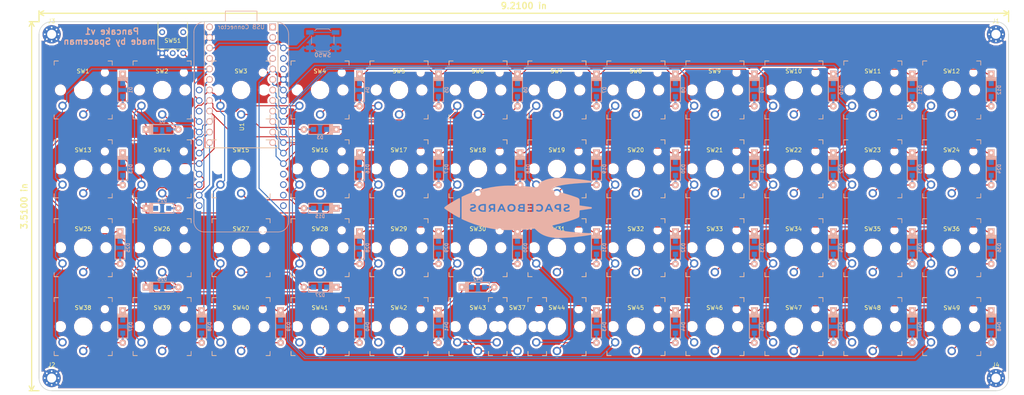
<source format=kicad_pcb>
(kicad_pcb (version 20171130) (host pcbnew "(5.0.2)-1")
  (layers (0 F.Cu signal) (31 B.Cu signal) (34 B.Paste user) (35 F.Paste user) (36 B.SilkS user) (37 F.SilkS user) (38 B.Mask user hide) (39 F.Mask user) (44 Edge.Cuts user))
  (net 0 "")
  (net 1 col3)
  (net 2 col2)
  (net 3 col0)
  (net 4 col5)
  (net 5 col4)
  (net 6 col8)
  (net 7 col1)
  (net 8 row2)
  (net 9 col9)
  (net 10 col6)
  (net 11 col11)
  (net 12 col10)
  (net 13 col7)
  (net 14 row3)
  (net 15 row1)
  (net 16 row0)
  (net 17 "Net-(U1-Pad3)")
  (net 18 "Net-(U1-Pad1)")
  (net 19 GND)
  (net 20 "Net-(U1-Pad12)")
  (net 21 "Net-(U1-Pad14)")
  (net 22 "Net-(U1-Pad15)")
  (net 23 "Net-(U1-Pad26)")
  (net 24 "Net-(U1-Pad27)")
  (net 25 "Net-(U1-Pad28)")
  (net 26 "Net-(U1-Pad25)")
  (net 27 "Net-(U2-Pad24)")
  (net 28 RST)
  (net 29 "Net-(U2-Pad21)")
  (net 30 "Net-(U2-Pad4)")
  (net 31 "Net-(U2-Pad3)")
  (net 32 "Net-(U2-Pad2)")
  (net 33 "Net-(U2-Pad1)")
  (net 34 "Net-(D2-Pad2)")
  (net 35 "Net-(D25-Pad2)")
  (net 36 "Net-(D24-Pad2)")
  (net 37 "Net-(D23-Pad2)")
  (net 38 "Net-(D22-Pad2)")
  (net 39 "Net-(D21-Pad2)")
  (net 40 "Net-(D20-Pad2)")
  (net 41 "Net-(D19-Pad2)")
  (net 42 "Net-(D18-Pad2)")
  (net 43 "Net-(D17-Pad2)")
  (net 44 "Net-(D16-Pad2)")
  (net 45 "Net-(D15-Pad2)")
  (net 46 "Net-(D1-Pad2)")
  (net 47 "Net-(D13-Pad2)")
  (net 48 "Net-(D12-Pad2)")
  (net 49 "Net-(D11-Pad2)")
  (net 50 "Net-(D10-Pad2)")
  (net 51 "Net-(D9-Pad2)")
  (net 52 "Net-(D8-Pad2)")
  (net 53 "Net-(D7-Pad2)")
  (net 54 "Net-(D6-Pad2)")
  (net 55 "Net-(D5-Pad2)")
  (net 56 "Net-(D4-Pad2)")
  (net 57 "Net-(D3-Pad2)")
  (net 58 "Net-(D26-Pad2)")
  (net 59 "Net-(D48-Pad2)")
  (net 60 "Net-(D37-Pad2)")
  (net 61 "Net-(D47-Pad2)")
  (net 62 "Net-(D46-Pad2)")
  (net 63 "Net-(D45-Pad2)")
  (net 64 "Net-(D44-Pad2)")
  (net 65 "Net-(D43-Pad2)")
  (net 66 "Net-(D42-Pad2)")
  (net 67 "Net-(D41-Pad2)")
  (net 68 "Net-(D40-Pad2)")
  (net 69 "Net-(D39-Pad2)")
  (net 70 "Net-(D38-Pad2)")
  (net 71 "Net-(D14-Pad2)")
  (net 72 "Net-(D36-Pad2)")
  (net 73 "Net-(D35-Pad2)")
  (net 74 "Net-(D34-Pad2)")
  (net 75 "Net-(D33-Pad2)")
  (net 76 "Net-(D32-Pad2)")
  (net 77 "Net-(D31-Pad2)")
  (net 78 "Net-(D30-Pad2)")
  (net 79 "Net-(D29-Pad2)")
  (net 80 "Net-(D28-Pad2)")
  (net 81 "Net-(D27-Pad2)")
  (net 82 "Net-(SW51-Pad1)")
  (module keyboard_parts:PG1350 (layer F.Cu) (at 52.07 151.13)
    (fp_text reference SW2 (at -0.0508 -4.5466) (layer F.SilkS))
    (fp_text value SW_SPST)
    (pad "" np_thru_hole circle (at -5.5 0) (size 1.7018 1.7018) (drill 1.7018) (layers *.Cu *.Mask))
    (pad "" np_thru_hole circle (at 5.5 0) (size 1.7018 1.7018) (drill 1.7018) (layers *.Cu *.Mask))
    (pad "" np_thru_hole circle (at 5.22 -4.2) (size 0.9906 0.9906) (drill 0.9906) (layers *.Cu *.Mask))
    (pad 1 thru_hole circle (at 0 5.9) (size 2.032 2.032) (drill 1.27) (layers *.Cu *.Mask) (net 34 "Net-(D2-Pad2)"))
    (pad 2 thru_hole circle (at -5 3.8) (size 2.032 2.032) (drill 1.27) (layers *.Cu *.Mask) (net 7 col1))
    (pad "" np_thru_hole circle (at 0 0) (size 3.429 3.429) (drill 3.429) (layers *.Cu *.Mask))
  )
  (module keyboard_parts:ProMicro (layer B.Cu) (at 71.12 149.86 270)
    (fp_text reference U2 hide)
    (fp_text value ProMicro-promicro)
    (pad 1 thru_hole rect (at -13.97 -7.62 270) (size 1.6 1.6) (drill 1.1) (layers *.Cu *.Mask B.SilkS) (net 33 "Net-(U2-Pad1)"))
    (pad 2 thru_hole circle (at -11.43 -7.62 270) (size 1.6 1.6) (drill 1.1) (layers *.Cu *.Mask B.SilkS) (net 32 "Net-(U2-Pad2)"))
    (pad 3 thru_hole circle (at -8.89 -7.62 270) (size 1.6 1.6) (drill 1.1) (layers *.Cu *.Mask B.SilkS) (net 31 "Net-(U2-Pad3)"))
    (pad 4 thru_hole circle (at -6.35 -7.62 270) (size 1.6 1.6) (drill 1.1) (layers *.Cu *.Mask B.SilkS) (net 30 "Net-(U2-Pad4)"))
    (pad 5 thru_hole circle (at -3.81 -7.62 270) (size 1.6 1.6) (drill 1.1) (layers *.Cu *.Mask B.SilkS) (net 11 col11))
    (pad 6 thru_hole circle (at -1.27 -7.62 270) (size 1.6 1.6) (drill 1.1) (layers *.Cu *.Mask B.SilkS) (net 12 col10))
    (pad 7 thru_hole circle (at 1.27 -7.62 270) (size 1.6 1.6) (drill 1.1) (layers *.Cu *.Mask B.SilkS) (net 9 col9))
    (pad 8 thru_hole circle (at 3.81 -7.62 270) (size 1.6 1.6) (drill 1.1) (layers *.Cu *.Mask B.SilkS) (net 6 col8))
    (pad 9 thru_hole circle (at 6.35 -7.62 270) (size 1.6 1.6) (drill 1.1) (layers *.Cu *.Mask B.SilkS) (net 13 col7))
    (pad 10 thru_hole circle (at 8.89 -7.62 270) (size 1.6 1.6) (drill 1.1) (layers *.Cu *.Mask B.SilkS) (net 5 col4))
    (pad 11 thru_hole circle (at 11.43 -7.62 270) (size 1.6 1.6) (drill 1.1) (layers *.Cu *.Mask B.SilkS) (net 4 col5))
    (pad 12 thru_hole circle (at 13.97 -7.62 270) (size 1.6 1.6) (drill 1.1) (layers *.Cu *.Mask B.SilkS) (net 10 col6))
    (pad 13 thru_hole circle (at 13.97 7.62 270) (size 1.6 1.6) (drill 1.1) (layers *.Cu *.Mask B.SilkS) (net 14 row3))
    (pad 14 thru_hole circle (at 11.43 7.62 270) (size 1.6 1.6) (drill 1.1) (layers *.Cu *.Mask B.SilkS) (net 8 row2))
    (pad 15 thru_hole circle (at 8.89 7.62 270) (size 1.6 1.6) (drill 1.1) (layers *.Cu *.Mask B.SilkS) (net 15 row1))
    (pad 16 thru_hole circle (at 6.35 7.62 270) (size 1.6 1.6) (drill 1.1) (layers *.Cu *.Mask B.SilkS) (net 16 row0))
    (pad 17 thru_hole circle (at 3.81 7.62 270) (size 1.6 1.6) (drill 1.1) (layers *.Cu *.Mask B.SilkS) (net 1 col3))
    (pad 18 thru_hole circle (at 1.27 7.62 270) (size 1.6 1.6) (drill 1.1) (layers *.Cu *.Mask B.SilkS) (net 2 col2))
    (pad 19 thru_hole circle (at -1.27 7.62 270) (size 1.6 1.6) (drill 1.1) (layers *.Cu *.Mask B.SilkS) (net 7 col1))
    (pad 20 thru_hole circle (at -3.81 7.62 270) (size 1.6 1.6) (drill 1.1) (layers *.Cu *.Mask B.SilkS) (net 3 col0))
    (pad 21 thru_hole circle (at -6.35 7.62 270) (size 1.6 1.6) (drill 1.1) (layers *.Cu *.Mask B.SilkS) (net 29 "Net-(U2-Pad21)"))
    (pad 22 thru_hole circle (at -8.89 7.62 270) (size 1.6 1.6) (drill 1.1) (layers *.Cu *.Mask B.SilkS) (net 28 RST))
    (pad 23 thru_hole circle (at -11.43 7.62 270) (size 1.6 1.6) (drill 1.1) (layers *.Cu *.Mask B.SilkS) (net 19 GND))
    (pad 24 thru_hole circle (at -13.97 7.62 270) (size 1.6 1.6) (drill 1.1) (layers *.Cu *.Mask B.SilkS) (net 27 "Net-(U2-Pad24)"))
  )
  (module MountingHole:MountingHole_2.2mm_M2_Pad_Via (layer F.Cu) (at 25.4 137.668)
    (fp_text reference J3 (at 0 -3.2) (layer F.SilkS))
    (fp_text value Conn_01x01_Male)
    (pad 1 thru_hole circle (at 1.166726 -1.166726) (size 0.7 0.7) (drill 0.4) (layers *.Cu *.Mask) (net 19 GND))
    (pad 1 thru_hole circle (at 0 -1.65) (size 0.7 0.7) (drill 0.4) (layers *.Cu *.Mask) (net 19 GND))
    (pad 1 thru_hole circle (at -1.166726 -1.166726) (size 0.7 0.7) (drill 0.4) (layers *.Cu *.Mask) (net 19 GND))
    (pad 1 thru_hole circle (at -1.65 0) (size 0.7 0.7) (drill 0.4) (layers *.Cu *.Mask) (net 19 GND))
    (pad 1 thru_hole circle (at -1.166726 1.166726) (size 0.7 0.7) (drill 0.4) (layers *.Cu *.Mask) (net 19 GND))
    (pad 1 thru_hole circle (at 0 1.65) (size 0.7 0.7) (drill 0.4) (layers *.Cu *.Mask) (net 19 GND))
    (pad 1 thru_hole circle (at 1.166726 1.166726) (size 0.7 0.7) (drill 0.4) (layers *.Cu *.Mask) (net 19 GND))
    (pad 1 thru_hole circle (at 1.65 0) (size 0.7 0.7) (drill 0.4) (layers *.Cu *.Mask) (net 19 GND))
    (pad 1 thru_hole circle (at 0 0) (size 4.4 4.4) (drill 2.2) (layers *.Cu *.Mask) (net 19 GND))
  )
  (module MountingHole:MountingHole_2.2mm_M2_Pad_Via (layer F.Cu) (at 253.238 137.668)
    (fp_text reference J1 (at 0 -3.2) (layer F.SilkS))
    (fp_text value Conn_01x01_Male)
    (pad 1 thru_hole circle (at 0 0) (size 4.4 4.4) (drill 2.2) (layers *.Cu *.Mask) (net 19 GND))
    (pad 1 thru_hole circle (at 1.65 0) (size 0.7 0.7) (drill 0.4) (layers *.Cu *.Mask) (net 19 GND))
    (pad 1 thru_hole circle (at 1.166726 1.166726) (size 0.7 0.7) (drill 0.4) (layers *.Cu *.Mask) (net 19 GND))
    (pad 1 thru_hole circle (at 0 1.65) (size 0.7 0.7) (drill 0.4) (layers *.Cu *.Mask) (net 19 GND))
    (pad 1 thru_hole circle (at -1.166726 1.166726) (size 0.7 0.7) (drill 0.4) (layers *.Cu *.Mask) (net 19 GND))
    (pad 1 thru_hole circle (at -1.65 0) (size 0.7 0.7) (drill 0.4) (layers *.Cu *.Mask) (net 19 GND))
    (pad 1 thru_hole circle (at -1.166726 -1.166726) (size 0.7 0.7) (drill 0.4) (layers *.Cu *.Mask) (net 19 GND))
    (pad 1 thru_hole circle (at 0 -1.65) (size 0.7 0.7) (drill 0.4) (layers *.Cu *.Mask) (net 19 GND))
    (pad 1 thru_hole circle (at 1.166726 -1.166726) (size 0.7 0.7) (drill 0.4) (layers *.Cu *.Mask) (net 19 GND))
  )
  (module MountingHole:MountingHole_2.2mm_M2_Pad_Via (layer F.Cu) (at 25.4 220.726)
    (fp_text reference J2 (at 0 -3.2) (layer F.SilkS))
    (fp_text value Conn_01x01_Male)
    (pad 1 thru_hole circle (at 1.166726 -1.166726) (size 0.7 0.7) (drill 0.4) (layers *.Cu *.Mask) (net 19 GND))
    (pad 1 thru_hole circle (at 0 -1.65) (size 0.7 0.7) (drill 0.4) (layers *.Cu *.Mask) (net 19 GND))
    (pad 1 thru_hole circle (at -1.166726 -1.166726) (size 0.7 0.7) (drill 0.4) (layers *.Cu *.Mask) (net 19 GND))
    (pad 1 thru_hole circle (at -1.65 0) (size 0.7 0.7) (drill 0.4) (layers *.Cu *.Mask) (net 19 GND))
    (pad 1 thru_hole circle (at -1.166726 1.166726) (size 0.7 0.7) (drill 0.4) (layers *.Cu *.Mask) (net 19 GND))
    (pad 1 thru_hole circle (at 0 1.65) (size 0.7 0.7) (drill 0.4) (layers *.Cu *.Mask) (net 19 GND))
    (pad 1 thru_hole circle (at 1.166726 1.166726) (size 0.7 0.7) (drill 0.4) (layers *.Cu *.Mask) (net 19 GND))
    (pad 1 thru_hole circle (at 1.65 0) (size 0.7 0.7) (drill 0.4) (layers *.Cu *.Mask) (net 19 GND))
    (pad 1 thru_hole circle (at 0 0) (size 4.4 4.4) (drill 2.2) (layers *.Cu *.Mask) (net 19 GND))
  )
  (module MountingHole:MountingHole_2.2mm_M2_Pad_Via (layer F.Cu) (at 253.238 220.726)
    (fp_text reference J4 (at 0 -3.2) (layer F.SilkS))
    (fp_text value Conn_01x01_Male)
    (pad 1 thru_hole circle (at 0 0) (size 4.4 4.4) (drill 2.2) (layers *.Cu *.Mask) (net 19 GND))
    (pad 1 thru_hole circle (at 1.65 0) (size 0.7 0.7) (drill 0.4) (layers *.Cu *.Mask) (net 19 GND))
    (pad 1 thru_hole circle (at 1.166726 1.166726) (size 0.7 0.7) (drill 0.4) (layers *.Cu *.Mask) (net 19 GND))
    (pad 1 thru_hole circle (at 0 1.65) (size 0.7 0.7) (drill 0.4) (layers *.Cu *.Mask) (net 19 GND))
    (pad 1 thru_hole circle (at -1.166726 1.166726) (size 0.7 0.7) (drill 0.4) (layers *.Cu *.Mask) (net 19 GND))
    (pad 1 thru_hole circle (at -1.65 0) (size 0.7 0.7) (drill 0.4) (layers *.Cu *.Mask) (net 19 GND))
    (pad 1 thru_hole circle (at -1.166726 -1.166726) (size 0.7 0.7) (drill 0.4) (layers *.Cu *.Mask) (net 19 GND))
    (pad 1 thru_hole circle (at 0 -1.65) (size 0.7 0.7) (drill 0.4) (layers *.Cu *.Mask) (net 19 GND))
    (pad 1 thru_hole circle (at 1.166726 -1.166726) (size 0.7 0.7) (drill 0.4) (layers *.Cu *.Mask) (net 19 GND))
  )
  (module Button_Switch_SMD:SW_SPST_SKQG_WithoutStem (layer B.Cu) (at 90.805 139.065)
    (fp_text reference SW50 (at 0 3.6) (layer B.SilkS) (effects (justify mirror)))
    (fp_text value SW_Push)
    (pad 1 smd rect (at -3.1 1.85) (size 1.8 1.1) (layers B.Cu B.Paste B.Mask) (net 19 GND))
    (pad 1 smd rect (at 3.1 1.85) (size 1.8 1.1) (layers B.Cu B.Paste B.Mask) (net 19 GND))
    (pad 2 smd rect (at -3.1 -1.85) (size 1.8 1.1) (layers B.Cu B.Paste B.Mask) (net 28 RST))
    (pad 2 smd rect (at 3.1 -1.85) (size 1.8 1.1) (layers B.Cu B.Paste B.Mask) (net 28 RST))
  )
  (module SpaceLib:SW_SPST_AS11AH (layer F.Cu) (at 54.61 137.16 180)
    (fp_text reference SW51 (at 0 -2.032 180) (layer F.SilkS))
    (fp_text value SW_SPST)
    (pad 1 thru_hole circle (at -2.54 -5.08 180) (size 1.4 1.4) (drill 0.8) (layers *.Cu *.Mask) (net 82 "Net-(SW51-Pad1)"))
    (pad 3 thru_hole circle (at 0 -5.08 180) (size 1.4 1.4) (drill 0.8) (layers *.Cu *.Mask))
    (pad 2 thru_hole circle (at 2.54 -5.08 180) (size 1.4 1.4) (drill 0.8) (layers *.Cu *.Mask) (net 19 GND))
    (pad "" thru_hole circle (at 2.54 0 180) (size 1.4 1.4) (drill 0.8) (layers *.Cu *.Mask))
    (pad "" thru_hole circle (at -2.54 0 180) (size 1.4 1.4) (drill 0.8) (layers *.Cu *.Mask))
  )
  (module keyboard_parts:PG1350 (layer F.Cu) (at 242.57 208.28)
    (fp_text reference SW49 (at 0 -4.5) (layer F.SilkS))
    (fp_text value SW_SPST)
    (pad "" np_thru_hole circle (at 0 0) (size 3.429 3.429) (drill 3.429) (layers *.Cu *.Mask))
    (pad 2 thru_hole circle (at -5 3.8) (size 2.032 2.032) (drill 1.27) (layers *.Cu *.Mask) (net 11 col11))
    (pad 1 thru_hole circle (at 0 5.9) (size 2.032 2.032) (drill 1.27) (layers *.Cu *.Mask) (net 59 "Net-(D48-Pad2)"))
    (pad "" np_thru_hole circle (at 5.22 -4.2) (size 0.9906 0.9906) (drill 0.9906) (layers *.Cu *.Mask))
    (pad "" np_thru_hole circle (at 5.5 0) (size 1.7018 1.7018) (drill 1.7018) (layers *.Cu *.Mask))
    (pad "" np_thru_hole circle (at -5.5 0) (size 1.7018 1.7018) (drill 1.7018) (layers *.Cu *.Mask))
  )
  (module keyboard_parts:PG1350 (layer F.Cu) (at 166.37 170.18)
    (fp_text reference SW20 (at -0.0508 -4.5466) (layer F.SilkS))
    (fp_text value SW_SPST)
    (pad "" np_thru_hole circle (at -5.5 0) (size 1.7018 1.7018) (drill 1.7018) (layers *.Cu *.Mask))
    (pad "" np_thru_hole circle (at 5.5 0) (size 1.7018 1.7018) (drill 1.7018) (layers *.Cu *.Mask))
    (pad "" np_thru_hole circle (at 5.22 -4.2) (size 0.9906 0.9906) (drill 0.9906) (layers *.Cu *.Mask))
    (pad 1 thru_hole circle (at 0 5.9) (size 2.032 2.032) (drill 1.27) (layers *.Cu *.Mask) (net 40 "Net-(D20-Pad2)"))
    (pad 2 thru_hole circle (at -5 3.8) (size 2.032 2.032) (drill 1.27) (layers *.Cu *.Mask) (net 13 col7))
    (pad "" np_thru_hole circle (at 0 0) (size 3.429 3.429) (drill 3.429) (layers *.Cu *.Mask))
  )
  (module keyboard_parts:PG1350 (layer F.Cu) (at 71.12 170.18)
    (fp_text reference SW15 (at -0.0508 -4.5466) (layer F.SilkS))
    (fp_text value SW_SPST)
    (pad "" np_thru_hole circle (at -5.5 0) (size 1.7018 1.7018) (drill 1.7018) (layers *.Cu *.Mask))
    (pad "" np_thru_hole circle (at 5.5 0) (size 1.7018 1.7018) (drill 1.7018) (layers *.Cu *.Mask))
    (pad "" np_thru_hole circle (at 5.22 -4.2) (size 0.9906 0.9906) (drill 0.9906) (layers *.Cu *.Mask))
    (pad 1 thru_hole circle (at 0 5.9) (size 2.032 2.032) (drill 1.27) (layers *.Cu *.Mask) (net 45 "Net-(D15-Pad2)"))
    (pad 2 thru_hole circle (at -5 3.8) (size 2.032 2.032) (drill 1.27) (layers *.Cu *.Mask) (net 2 col2))
    (pad "" np_thru_hole circle (at 0 0) (size 3.429 3.429) (drill 3.429) (layers *.Cu *.Mask))
  )
  (module SpaceLib:Adafruit32u4BLE (layer F.Cu) (at 71.79 160.02 270)
    (fp_text reference U1 (at 0 0.5 270) (layer F.SilkS))
    (fp_text value Adafruit32u4BLE)
    (fp_text user "USB Connector" (at -24.13 0.635) (layer B.SilkS) (effects (justify mirror)))
    (pad 28 thru_hole circle (at 19.05 -9.525 270) (size 1.6 1.6) (drill 1.1) (layers *.Cu *.Mask) (net 25 "Net-(U1-Pad28)"))
    (pad 27 thru_hole circle (at 16.51 -9.525 270) (size 1.6 1.6) (drill 1.1) (layers *.Cu *.Mask) (net 24 "Net-(U1-Pad27)"))
    (pad 26 thru_hole circle (at 13.97 -9.525 270) (size 1.6 1.6) (drill 1.1) (layers *.Cu *.Mask) (net 23 "Net-(U1-Pad26)"))
    (pad 25 thru_hole circle (at 11.43 -9.525 270) (size 1.6 1.6) (drill 1.1) (layers *.Cu *.Mask) (net 26 "Net-(U1-Pad25)"))
    (pad 24 thru_hole circle (at 8.89 -9.525 270) (size 1.6 1.6) (drill 1.1) (layers *.Cu *.Mask) (net 10 col6))
    (pad 23 thru_hole circle (at 6.35 -9.525 270) (size 1.6 1.6) (drill 1.1) (layers *.Cu *.Mask) (net 4 col5))
    (pad 22 thru_hole circle (at 3.81 -9.525 270) (size 1.6 1.6) (drill 1.1) (layers *.Cu *.Mask) (net 5 col4))
    (pad 21 thru_hole circle (at 1.27 -9.525 270) (size 1.6 1.6) (drill 1.1) (layers *.Cu *.Mask) (net 13 col7))
    (pad 20 thru_hole circle (at -1.27 -9.525 270) (size 1.6 1.6) (drill 1.1) (layers *.Cu *.Mask) (net 6 col8))
    (pad 19 thru_hole circle (at -3.81 -9.525 270) (size 1.6 1.6) (drill 1.1) (layers *.Cu *.Mask) (net 9 col9))
    (pad 18 thru_hole circle (at -6.35 -9.525 270) (size 1.6 1.6) (drill 1.1) (layers *.Cu *.Mask) (net 12 col10))
    (pad 17 thru_hole circle (at -8.89 -9.525 270) (size 1.6 1.6) (drill 1.1) (layers *.Cu *.Mask) (net 11 col11))
    (pad 16 thru_hole circle (at -11.43 -9.525 270) (size 1.6 1.6) (drill 1.1) (layers *.Cu *.Mask) (net 19 GND))
    (pad 15 thru_hole circle (at -13.97 -9.525 270) (size 1.6 1.6) (drill 1.1) (layers *.Cu *.Mask) (net 22 "Net-(U1-Pad15)"))
    (pad 14 thru_hole circle (at -16.51 -9.525 270) (size 1.6 1.6) (drill 1.1) (layers *.Cu *.Mask) (net 21 "Net-(U1-Pad14)"))
    (pad 13 thru_hole circle (at -19.05 -9.525 270) (size 1.6 1.6) (drill 1.1) (layers *.Cu *.Mask) (net 28 RST))
    (pad 11 thru_hole circle (at 16.51 10.795 270) (size 1.6 1.6) (drill 1.1) (layers *.Cu *.Mask) (net 14 row3))
    (pad 10 thru_hole circle (at 13.97 10.795 270) (size 1.6 1.6) (drill 1.1) (layers *.Cu *.Mask) (net 8 row2))
    (pad 12 thru_hole circle (at 19.05 10.795 270) (size 1.6 1.6) (drill 1.1) (layers *.Cu *.Mask) (net 20 "Net-(U1-Pad12)"))
    (pad 9 thru_hole circle (at 11.43 10.795 270) (size 1.6 1.6) (drill 1.1) (layers *.Cu *.Mask) (net 15 row1))
    (pad 8 thru_hole circle (at 8.89 10.795 270) (size 1.6 1.6) (drill 1.1) (layers *.Cu *.Mask) (net 16 row0))
    (pad 7 thru_hole circle (at 6.35 10.795 270) (size 1.6 1.6) (drill 1.1) (layers *.Cu *.Mask) (net 1 col3))
    (pad 6 thru_hole circle (at 3.81 10.795 270) (size 1.6 1.6) (drill 1.1) (layers *.Cu *.Mask) (net 2 col2))
    (pad 5 thru_hole circle (at 1.27 10.795 270) (size 1.6 1.6) (drill 1.1) (layers *.Cu *.Mask) (net 7 col1))
    (pad 4 thru_hole circle (at -1.27 10.795 270) (size 1.6 1.6) (drill 1.1) (layers *.Cu *.Mask) (net 3 col0))
    (pad 3 thru_hole circle (at -3.81 10.795 270) (size 1.6 1.6) (drill 1.1) (layers *.Cu *.Mask) (net 17 "Net-(U1-Pad3)"))
    (pad 2 thru_hole circle (at -6.35 10.795 270) (size 1.6 1.6) (drill 1.1) (layers *.Cu *.Mask) (net 82 "Net-(SW51-Pad1)"))
    (pad 1 thru_hole circle (at -8.89 10.795 270) (size 1.6 1.6) (drill 1.1) (layers *.Cu *.Mask) (net 18 "Net-(U1-Pad1)"))
  )
  (module keyboard_parts:PG1350 (layer F.Cu) (at 147.32 189.23)
    (fp_text reference SW31 (at -0.0508 -4.5466) (layer F.SilkS))
    (fp_text value SW_SPST)
    (pad "" np_thru_hole circle (at -5.5 0) (size 1.7018 1.7018) (drill 1.7018) (layers *.Cu *.Mask))
    (pad "" np_thru_hole circle (at 5.5 0) (size 1.7018 1.7018) (drill 1.7018) (layers *.Cu *.Mask))
    (pad "" np_thru_hole circle (at 5.22 -4.2) (size 0.9906 0.9906) (drill 0.9906) (layers *.Cu *.Mask))
    (pad 1 thru_hole circle (at 0 5.9) (size 2.032 2.032) (drill 1.27) (layers *.Cu *.Mask) (net 77 "Net-(D31-Pad2)"))
    (pad 2 thru_hole circle (at -5 3.8) (size 2.032 2.032) (drill 1.27) (layers *.Cu *.Mask) (net 10 col6))
    (pad "" np_thru_hole circle (at 0 0) (size 3.429 3.429) (drill 3.429) (layers *.Cu *.Mask))
  )
  (module keyboard_parts:PG1350 (layer F.Cu) (at 223.52 189.23)
    (fp_text reference SW35 (at -0.0508 -4.5466) (layer F.SilkS))
    (fp_text value SW_SPST)
    (pad "" np_thru_hole circle (at -5.5 0) (size 1.7018 1.7018) (drill 1.7018) (layers *.Cu *.Mask))
    (pad "" np_thru_hole circle (at 5.5 0) (size 1.7018 1.7018) (drill 1.7018) (layers *.Cu *.Mask))
    (pad "" np_thru_hole circle (at 5.22 -4.2) (size 0.9906 0.9906) (drill 0.9906) (layers *.Cu *.Mask))
    (pad 1 thru_hole circle (at 0 5.9) (size 2.032 2.032) (drill 1.27) (layers *.Cu *.Mask) (net 73 "Net-(D35-Pad2)"))
    (pad 2 thru_hole circle (at -5 3.8) (size 2.032 2.032) (drill 1.27) (layers *.Cu *.Mask) (net 12 col10))
    (pad "" np_thru_hole circle (at 0 0) (size 3.429 3.429) (drill 3.429) (layers *.Cu *.Mask))
  )
  (module keyboard_parts:PG1350 (layer F.Cu) (at 204.47 189.23)
    (fp_text reference SW34 (at -0.0508 -4.5466) (layer F.SilkS))
    (fp_text value SW_SPST)
    (pad "" np_thru_hole circle (at -5.5 0) (size 1.7018 1.7018) (drill 1.7018) (layers *.Cu *.Mask))
    (pad "" np_thru_hole circle (at 5.5 0) (size 1.7018 1.7018) (drill 1.7018) (layers *.Cu *.Mask))
    (pad "" np_thru_hole circle (at 5.22 -4.2) (size 0.9906 0.9906) (drill 0.9906) (layers *.Cu *.Mask))
    (pad 1 thru_hole circle (at 0 5.9) (size 2.032 2.032) (drill 1.27) (layers *.Cu *.Mask) (net 74 "Net-(D34-Pad2)"))
    (pad 2 thru_hole circle (at -5 3.8) (size 2.032 2.032) (drill 1.27) (layers *.Cu *.Mask) (net 9 col9))
    (pad "" np_thru_hole circle (at 0 0) (size 3.429 3.429) (drill 3.429) (layers *.Cu *.Mask))
  )
  (module keyboard_parts:PG1350 (layer F.Cu) (at 185.42 189.23)
    (fp_text reference SW33 (at -0.0508 -4.5466) (layer F.SilkS))
    (fp_text value SW_SPST)
    (pad "" np_thru_hole circle (at -5.5 0) (size 1.7018 1.7018) (drill 1.7018) (layers *.Cu *.Mask))
    (pad "" np_thru_hole circle (at 5.5 0) (size 1.7018 1.7018) (drill 1.7018) (layers *.Cu *.Mask))
    (pad "" np_thru_hole circle (at 5.22 -4.2) (size 0.9906 0.9906) (drill 0.9906) (layers *.Cu *.Mask))
    (pad 1 thru_hole circle (at 0 5.9) (size 2.032 2.032) (drill 1.27) (layers *.Cu *.Mask) (net 75 "Net-(D33-Pad2)"))
    (pad 2 thru_hole circle (at -5 3.8) (size 2.032 2.032) (drill 1.27) (layers *.Cu *.Mask) (net 6 col8))
    (pad "" np_thru_hole circle (at 0 0) (size 3.429 3.429) (drill 3.429) (layers *.Cu *.Mask))
  )
  (module keyboard_parts:PG1350 (layer F.Cu) (at 166.37 189.23)
    (fp_text reference SW32 (at -0.0508 -4.5466) (layer F.SilkS))
    (fp_text value SW_SPST)
    (pad "" np_thru_hole circle (at -5.5 0) (size 1.7018 1.7018) (drill 1.7018) (layers *.Cu *.Mask))
    (pad "" np_thru_hole circle (at 5.5 0) (size 1.7018 1.7018) (drill 1.7018) (layers *.Cu *.Mask))
    (pad "" np_thru_hole circle (at 5.22 -4.2) (size 0.9906 0.9906) (drill 0.9906) (layers *.Cu *.Mask))
    (pad 1 thru_hole circle (at 0 5.9) (size 2.032 2.032) (drill 1.27) (layers *.Cu *.Mask) (net 76 "Net-(D32-Pad2)"))
    (pad 2 thru_hole circle (at -5 3.8) (size 2.032 2.032) (drill 1.27) (layers *.Cu *.Mask) (net 13 col7))
    (pad "" np_thru_hole circle (at 0 0) (size 3.429 3.429) (drill 3.429) (layers *.Cu *.Mask))
  )
  (module keyboard_parts:PG1350 (layer F.Cu) (at 128.27 189.23)
    (fp_text reference SW30 (at -0.0508 -4.5466) (layer F.SilkS))
    (fp_text value SW_SPST)
    (pad "" np_thru_hole circle (at -5.5 0) (size 1.7018 1.7018) (drill 1.7018) (layers *.Cu *.Mask))
    (pad "" np_thru_hole circle (at 5.5 0) (size 1.7018 1.7018) (drill 1.7018) (layers *.Cu *.Mask))
    (pad "" np_thru_hole circle (at 5.22 -4.2) (size 0.9906 0.9906) (drill 0.9906) (layers *.Cu *.Mask))
    (pad 1 thru_hole circle (at 0 5.9) (size 2.032 2.032) (drill 1.27) (layers *.Cu *.Mask) (net 78 "Net-(D30-Pad2)"))
    (pad 2 thru_hole circle (at -5 3.8) (size 2.032 2.032) (drill 1.27) (layers *.Cu *.Mask) (net 4 col5))
    (pad "" np_thru_hole circle (at 0 0) (size 3.429 3.429) (drill 3.429) (layers *.Cu *.Mask))
  )
  (module keyboard_parts:PG1350 (layer F.Cu) (at 109.22 189.23)
    (fp_text reference SW29 (at -0.0508 -4.5466) (layer F.SilkS))
    (fp_text value SW_SPST)
    (pad "" np_thru_hole circle (at -5.5 0) (size 1.7018 1.7018) (drill 1.7018) (layers *.Cu *.Mask))
    (pad "" np_thru_hole circle (at 5.5 0) (size 1.7018 1.7018) (drill 1.7018) (layers *.Cu *.Mask))
    (pad "" np_thru_hole circle (at 5.22 -4.2) (size 0.9906 0.9906) (drill 0.9906) (layers *.Cu *.Mask))
    (pad 1 thru_hole circle (at 0 5.9) (size 2.032 2.032) (drill 1.27) (layers *.Cu *.Mask) (net 79 "Net-(D29-Pad2)"))
    (pad 2 thru_hole circle (at -5 3.8) (size 2.032 2.032) (drill 1.27) (layers *.Cu *.Mask) (net 5 col4))
    (pad "" np_thru_hole circle (at 0 0) (size 3.429 3.429) (drill 3.429) (layers *.Cu *.Mask))
  )
  (module keyboard_parts:PG1350 (layer F.Cu) (at 90.17 189.23)
    (fp_text reference SW28 (at -0.0508 -4.5466) (layer F.SilkS))
    (fp_text value SW_SPST)
    (pad "" np_thru_hole circle (at -5.5 0) (size 1.7018 1.7018) (drill 1.7018) (layers *.Cu *.Mask))
    (pad "" np_thru_hole circle (at 5.5 0) (size 1.7018 1.7018) (drill 1.7018) (layers *.Cu *.Mask))
    (pad "" np_thru_hole circle (at 5.22 -4.2) (size 0.9906 0.9906) (drill 0.9906) (layers *.Cu *.Mask))
    (pad 1 thru_hole circle (at 0 5.9) (size 2.032 2.032) (drill 1.27) (layers *.Cu *.Mask) (net 80 "Net-(D28-Pad2)"))
    (pad 2 thru_hole circle (at -5 3.8) (size 2.032 2.032) (drill 1.27) (layers *.Cu *.Mask) (net 1 col3))
    (pad "" np_thru_hole circle (at 0 0) (size 3.429 3.429) (drill 3.429) (layers *.Cu *.Mask))
  )
  (module keyboard_parts:PG1350 (layer F.Cu) (at 71.12 189.23)
    (fp_text reference SW27 (at -0.0508 -4.5466) (layer F.SilkS))
    (fp_text value SW_SPST)
    (pad "" np_thru_hole circle (at -5.5 0) (size 1.7018 1.7018) (drill 1.7018) (layers *.Cu *.Mask))
    (pad "" np_thru_hole circle (at 5.5 0) (size 1.7018 1.7018) (drill 1.7018) (layers *.Cu *.Mask))
    (pad "" np_thru_hole circle (at 5.22 -4.2) (size 0.9906 0.9906) (drill 0.9906) (layers *.Cu *.Mask))
    (pad 1 thru_hole circle (at 0 5.9) (size 2.032 2.032) (drill 1.27) (layers *.Cu *.Mask) (net 81 "Net-(D27-Pad2)"))
    (pad 2 thru_hole circle (at -5 3.8) (size 2.032 2.032) (drill 1.27) (layers *.Cu *.Mask) (net 2 col2))
    (pad "" np_thru_hole circle (at 0 0) (size 3.429 3.429) (drill 3.429) (layers *.Cu *.Mask))
  )
  (module keyboard_parts:PG1350 (layer F.Cu) (at 33.02 189.23)
    (fp_text reference SW25 (at -0.0508 -4.5466) (layer F.SilkS))
    (fp_text value SW_SPST)
    (pad "" np_thru_hole circle (at -5.5 0) (size 1.7018 1.7018) (drill 1.7018) (layers *.Cu *.Mask))
    (pad "" np_thru_hole circle (at 5.5 0) (size 1.7018 1.7018) (drill 1.7018) (layers *.Cu *.Mask))
    (pad "" np_thru_hole circle (at 5.22 -4.2) (size 0.9906 0.9906) (drill 0.9906) (layers *.Cu *.Mask))
    (pad 1 thru_hole circle (at 0 5.9) (size 2.032 2.032) (drill 1.27) (layers *.Cu *.Mask) (net 35 "Net-(D25-Pad2)"))
    (pad 2 thru_hole circle (at -5 3.8) (size 2.032 2.032) (drill 1.27) (layers *.Cu *.Mask) (net 3 col0))
    (pad "" np_thru_hole circle (at 0 0) (size 3.429 3.429) (drill 3.429) (layers *.Cu *.Mask))
  )
  (module keyboard_parts:PG1350 (layer F.Cu) (at 242.57 189.23)
    (fp_text reference SW36 (at -0.0508 -4.5466) (layer F.SilkS))
    (fp_text value SW_SPST)
    (pad "" np_thru_hole circle (at -5.5 0) (size 1.7018 1.7018) (drill 1.7018) (layers *.Cu *.Mask))
    (pad "" np_thru_hole circle (at 5.5 0) (size 1.7018 1.7018) (drill 1.7018) (layers *.Cu *.Mask))
    (pad "" np_thru_hole circle (at 5.22 -4.2) (size 0.9906 0.9906) (drill 0.9906) (layers *.Cu *.Mask))
    (pad 1 thru_hole circle (at 0 5.9) (size 2.032 2.032) (drill 1.27) (layers *.Cu *.Mask) (net 72 "Net-(D36-Pad2)"))
    (pad 2 thru_hole circle (at -5 3.8) (size 2.032 2.032) (drill 1.27) (layers *.Cu *.Mask) (net 11 col11))
    (pad "" np_thru_hole circle (at 0 0) (size 3.429 3.429) (drill 3.429) (layers *.Cu *.Mask))
  )
  (module keyboard_parts:PG1350 (layer F.Cu) (at 33.02 208.28)
    (fp_text reference SW38 (at -0.0508 -4.5466) (layer F.SilkS))
    (fp_text value SW_SPST)
    (pad "" np_thru_hole circle (at -5.5 0) (size 1.7018 1.7018) (drill 1.7018) (layers *.Cu *.Mask))
    (pad "" np_thru_hole circle (at 5.5 0) (size 1.7018 1.7018) (drill 1.7018) (layers *.Cu *.Mask))
    (pad "" np_thru_hole circle (at 5.22 -4.2) (size 0.9906 0.9906) (drill 0.9906) (layers *.Cu *.Mask))
    (pad 1 thru_hole circle (at 0 5.9) (size 2.032 2.032) (drill 1.27) (layers *.Cu *.Mask) (net 60 "Net-(D37-Pad2)"))
    (pad 2 thru_hole circle (at -5 3.8) (size 2.032 2.032) (drill 1.27) (layers *.Cu *.Mask) (net 3 col0))
    (pad "" np_thru_hole circle (at 0 0) (size 3.429 3.429) (drill 3.429) (layers *.Cu *.Mask))
  )
  (module keyboard_parts:PG1350 (layer F.Cu) (at 52.07 208.28)
    (fp_text reference SW39 (at -0.0508 -4.5466) (layer F.SilkS))
    (fp_text value SW_SPST)
    (pad "" np_thru_hole circle (at -5.5 0) (size 1.7018 1.7018) (drill 1.7018) (layers *.Cu *.Mask))
    (pad "" np_thru_hole circle (at 5.5 0) (size 1.7018 1.7018) (drill 1.7018) (layers *.Cu *.Mask))
    (pad "" np_thru_hole circle (at 5.22 -4.2) (size 0.9906 0.9906) (drill 0.9906) (layers *.Cu *.Mask))
    (pad 1 thru_hole circle (at 0 5.9) (size 2.032 2.032) (drill 1.27) (layers *.Cu *.Mask) (net 70 "Net-(D38-Pad2)"))
    (pad 2 thru_hole circle (at -5 3.8) (size 2.032 2.032) (drill 1.27) (layers *.Cu *.Mask) (net 7 col1))
    (pad "" np_thru_hole circle (at 0 0) (size 3.429 3.429) (drill 3.429) (layers *.Cu *.Mask))
  )
  (module keyboard_parts:PG1350 (layer F.Cu) (at 71.12 208.28)
    (fp_text reference SW40 (at -0.0508 -4.5466) (layer F.SilkS))
    (fp_text value SW_SPST)
    (pad "" np_thru_hole circle (at -5.5 0) (size 1.7018 1.7018) (drill 1.7018) (layers *.Cu *.Mask))
    (pad "" np_thru_hole circle (at 5.5 0) (size 1.7018 1.7018) (drill 1.7018) (layers *.Cu *.Mask))
    (pad "" np_thru_hole circle (at 5.22 -4.2) (size 0.9906 0.9906) (drill 0.9906) (layers *.Cu *.Mask))
    (pad 1 thru_hole circle (at 0 5.9) (size 2.032 2.032) (drill 1.27) (layers *.Cu *.Mask) (net 69 "Net-(D39-Pad2)"))
    (pad 2 thru_hole circle (at -5 3.8) (size 2.032 2.032) (drill 1.27) (layers *.Cu *.Mask) (net 2 col2))
    (pad "" np_thru_hole circle (at 0 0) (size 3.429 3.429) (drill 3.429) (layers *.Cu *.Mask))
  )
  (module keyboard_parts:PG1350 (layer F.Cu) (at 90.17 208.28)
    (fp_text reference SW41 (at -0.0508 -4.5466) (layer F.SilkS))
    (fp_text value SW_SPST)
    (pad "" np_thru_hole circle (at -5.5 0) (size 1.7018 1.7018) (drill 1.7018) (layers *.Cu *.Mask))
    (pad "" np_thru_hole circle (at 5.5 0) (size 1.7018 1.7018) (drill 1.7018) (layers *.Cu *.Mask))
    (pad "" np_thru_hole circle (at 5.22 -4.2) (size 0.9906 0.9906) (drill 0.9906) (layers *.Cu *.Mask))
    (pad 1 thru_hole circle (at 0 5.9) (size 2.032 2.032) (drill 1.27) (layers *.Cu *.Mask) (net 68 "Net-(D40-Pad2)"))
    (pad 2 thru_hole circle (at -5 3.8) (size 2.032 2.032) (drill 1.27) (layers *.Cu *.Mask) (net 1 col3))
    (pad "" np_thru_hole circle (at 0 0) (size 3.429 3.429) (drill 3.429) (layers *.Cu *.Mask))
  )
  (module keyboard_parts:PG1350 (layer F.Cu) (at 109.22 208.28)
    (fp_text reference SW42 (at -0.0508 -4.5466) (layer F.SilkS))
    (fp_text value SW_SPST)
    (pad "" np_thru_hole circle (at -5.5 0) (size 1.7018 1.7018) (drill 1.7018) (layers *.Cu *.Mask))
    (pad "" np_thru_hole circle (at 5.5 0) (size 1.7018 1.7018) (drill 1.7018) (layers *.Cu *.Mask))
    (pad "" np_thru_hole circle (at 5.22 -4.2) (size 0.9906 0.9906) (drill 0.9906) (layers *.Cu *.Mask))
    (pad 1 thru_hole circle (at 0 5.9) (size 2.032 2.032) (drill 1.27) (layers *.Cu *.Mask) (net 67 "Net-(D41-Pad2)"))
    (pad 2 thru_hole circle (at -5 3.8) (size 2.032 2.032) (drill 1.27) (layers *.Cu *.Mask) (net 5 col4))
    (pad "" np_thru_hole circle (at 0 0) (size 3.429 3.429) (drill 3.429) (layers *.Cu *.Mask))
  )
  (module keyboard_parts:PG1350 (layer F.Cu) (at 128.27 208.28)
    (fp_text reference SW43 (at -0.0508 -4.5466) (layer F.SilkS))
    (fp_text value SW_SPST)
    (pad "" np_thru_hole circle (at -5.5 0) (size 1.7018 1.7018) (drill 1.7018) (layers *.Cu *.Mask))
    (pad "" np_thru_hole circle (at 5.5 0) (size 1.7018 1.7018) (drill 1.7018) (layers *.Cu *.Mask))
    (pad "" np_thru_hole circle (at 5.22 -4.2) (size 0.9906 0.9906) (drill 0.9906) (layers *.Cu *.Mask))
    (pad 1 thru_hole circle (at 0 5.9) (size 2.032 2.032) (drill 1.27) (layers *.Cu *.Mask) (net 66 "Net-(D42-Pad2)"))
    (pad 2 thru_hole circle (at -5 3.8) (size 2.032 2.032) (drill 1.27) (layers *.Cu *.Mask) (net 4 col5))
    (pad "" np_thru_hole circle (at 0 0) (size 3.429 3.429) (drill 3.429) (layers *.Cu *.Mask))
  )
  (module keyboard_parts:PG1350 (layer F.Cu) (at 147.32 208.28)
    (fp_text reference SW44 (at -0.0508 -4.5466) (layer F.SilkS))
    (fp_text value SW_SPST)
    (pad "" np_thru_hole circle (at -5.5 0) (size 1.7018 1.7018) (drill 1.7018) (layers *.Cu *.Mask))
    (pad "" np_thru_hole circle (at 5.5 0) (size 1.7018 1.7018) (drill 1.7018) (layers *.Cu *.Mask))
    (pad "" np_thru_hole circle (at 5.22 -4.2) (size 0.9906 0.9906) (drill 0.9906) (layers *.Cu *.Mask))
    (pad 1 thru_hole circle (at 0 5.9) (size 2.032 2.032) (drill 1.27) (layers *.Cu *.Mask) (net 65 "Net-(D43-Pad2)"))
    (pad 2 thru_hole circle (at -5 3.8) (size 2.032 2.032) (drill 1.27) (layers *.Cu *.Mask) (net 10 col6))
    (pad "" np_thru_hole circle (at 0 0) (size 3.429 3.429) (drill 3.429) (layers *.Cu *.Mask))
  )
  (module keyboard_parts:PG1350 (layer F.Cu) (at 166.37 208.28)
    (fp_text reference SW45 (at -0.0508 -4.5466) (layer F.SilkS))
    (fp_text value SW_SPST)
    (pad "" np_thru_hole circle (at -5.5 0) (size 1.7018 1.7018) (drill 1.7018) (layers *.Cu *.Mask))
    (pad "" np_thru_hole circle (at 5.5 0) (size 1.7018 1.7018) (drill 1.7018) (layers *.Cu *.Mask))
    (pad "" np_thru_hole circle (at 5.22 -4.2) (size 0.9906 0.9906) (drill 0.9906) (layers *.Cu *.Mask))
    (pad 1 thru_hole circle (at 0 5.9) (size 2.032 2.032) (drill 1.27) (layers *.Cu *.Mask) (net 64 "Net-(D44-Pad2)"))
    (pad 2 thru_hole circle (at -5 3.8) (size 2.032 2.032) (drill 1.27) (layers *.Cu *.Mask) (net 13 col7))
    (pad "" np_thru_hole circle (at 0 0) (size 3.429 3.429) (drill 3.429) (layers *.Cu *.Mask))
  )
  (module keyboard_parts:PG1350 (layer F.Cu) (at 185.42 208.28)
    (fp_text reference SW46 (at -0.0508 -4.5466) (layer F.SilkS))
    (fp_text value SW_SPST)
    (pad "" np_thru_hole circle (at -5.5 0) (size 1.7018 1.7018) (drill 1.7018) (layers *.Cu *.Mask))
    (pad "" np_thru_hole circle (at 5.5 0) (size 1.7018 1.7018) (drill 1.7018) (layers *.Cu *.Mask))
    (pad "" np_thru_hole circle (at 5.22 -4.2) (size 0.9906 0.9906) (drill 0.9906) (layers *.Cu *.Mask))
    (pad 1 thru_hole circle (at 0 5.9) (size 2.032 2.032) (drill 1.27) (layers *.Cu *.Mask) (net 63 "Net-(D45-Pad2)"))
    (pad 2 thru_hole circle (at -5 3.8) (size 2.032 2.032) (drill 1.27) (layers *.Cu *.Mask) (net 6 col8))
    (pad "" np_thru_hole circle (at 0 0) (size 3.429 3.429) (drill 3.429) (layers *.Cu *.Mask))
  )
  (module keyboard_parts:PG1350 (layer F.Cu) (at 204.47 208.28)
    (fp_text reference SW47 (at -0.0508 -4.5466) (layer F.SilkS))
    (fp_text value SW_SPST)
    (pad "" np_thru_hole circle (at -5.5 0) (size 1.7018 1.7018) (drill 1.7018) (layers *.Cu *.Mask))
    (pad "" np_thru_hole circle (at 5.5 0) (size 1.7018 1.7018) (drill 1.7018) (layers *.Cu *.Mask))
    (pad "" np_thru_hole circle (at 5.22 -4.2) (size 0.9906 0.9906) (drill 0.9906) (layers *.Cu *.Mask))
    (pad 1 thru_hole circle (at 0 5.9) (size 2.032 2.032) (drill 1.27) (layers *.Cu *.Mask) (net 62 "Net-(D46-Pad2)"))
    (pad 2 thru_hole circle (at -5 3.8) (size 2.032 2.032) (drill 1.27) (layers *.Cu *.Mask) (net 9 col9))
    (pad "" np_thru_hole circle (at 0 0) (size 3.429 3.429) (drill 3.429) (layers *.Cu *.Mask))
  )
  (module keyboard_parts:PG1350 (layer F.Cu) (at 242.57 170.18)
    (fp_text reference SW24 (at -0.0508 -4.5466) (layer F.SilkS))
    (fp_text value SW_SPST)
    (pad "" np_thru_hole circle (at -5.5 0) (size 1.7018 1.7018) (drill 1.7018) (layers *.Cu *.Mask))
    (pad "" np_thru_hole circle (at 5.5 0) (size 1.7018 1.7018) (drill 1.7018) (layers *.Cu *.Mask))
    (pad "" np_thru_hole circle (at 5.22 -4.2) (size 0.9906 0.9906) (drill 0.9906) (layers *.Cu *.Mask))
    (pad 1 thru_hole circle (at 0 5.9) (size 2.032 2.032) (drill 1.27) (layers *.Cu *.Mask) (net 36 "Net-(D24-Pad2)"))
    (pad 2 thru_hole circle (at -5 3.8) (size 2.032 2.032) (drill 1.27) (layers *.Cu *.Mask) (net 11 col11))
    (pad "" np_thru_hole circle (at 0 0) (size 3.429 3.429) (drill 3.429) (layers *.Cu *.Mask))
  )
  (module keyboard_parts:PG1350 (layer F.Cu) (at 33.02 151.13)
    (fp_text reference SW1 (at -0.0508 -4.5466) (layer F.SilkS))
    (fp_text value SW_SPST)
    (pad "" np_thru_hole circle (at -5.5 0) (size 1.7018 1.7018) (drill 1.7018) (layers *.Cu *.Mask))
    (pad "" np_thru_hole circle (at 5.5 0) (size 1.7018 1.7018) (drill 1.7018) (layers *.Cu *.Mask))
    (pad "" np_thru_hole circle (at 5.22 -4.2) (size 0.9906 0.9906) (drill 0.9906) (layers *.Cu *.Mask))
    (pad 1 thru_hole circle (at 0 5.9) (size 2.032 2.032) (drill 1.27) (layers *.Cu *.Mask) (net 46 "Net-(D1-Pad2)"))
    (pad 2 thru_hole circle (at -5 3.8) (size 2.032 2.032) (drill 1.27) (layers *.Cu *.Mask) (net 3 col0))
    (pad "" np_thru_hole circle (at 0 0) (size 3.429 3.429) (drill 3.429) (layers *.Cu *.Mask))
  )
  (module keyboard_parts:PG1350 (layer F.Cu) (at 52.07 189.23)
    (fp_text reference SW26 (at -0.0508 -4.5466) (layer F.SilkS))
    (fp_text value SW_SPST)
    (pad "" np_thru_hole circle (at -5.5 0) (size 1.7018 1.7018) (drill 1.7018) (layers *.Cu *.Mask))
    (pad "" np_thru_hole circle (at 5.5 0) (size 1.7018 1.7018) (drill 1.7018) (layers *.Cu *.Mask))
    (pad "" np_thru_hole circle (at 5.22 -4.2) (size 0.9906 0.9906) (drill 0.9906) (layers *.Cu *.Mask))
    (pad 1 thru_hole circle (at 0 5.9) (size 2.032 2.032) (drill 1.27) (layers *.Cu *.Mask) (net 58 "Net-(D26-Pad2)"))
    (pad 2 thru_hole circle (at -5 3.8) (size 2.032 2.032) (drill 1.27) (layers *.Cu *.Mask) (net 7 col1))
    (pad "" np_thru_hole circle (at 0 0) (size 3.429 3.429) (drill 3.429) (layers *.Cu *.Mask))
  )
  (module keyboard_parts:PG1350 (layer F.Cu) (at 147.32 151.13)
    (fp_text reference SW7 (at -0.0508 -4.5466) (layer F.SilkS))
    (fp_text value SW_SPST)
    (pad "" np_thru_hole circle (at -5.5 0) (size 1.7018 1.7018) (drill 1.7018) (layers *.Cu *.Mask))
    (pad "" np_thru_hole circle (at 5.5 0) (size 1.7018 1.7018) (drill 1.7018) (layers *.Cu *.Mask))
    (pad "" np_thru_hole circle (at 5.22 -4.2) (size 0.9906 0.9906) (drill 0.9906) (layers *.Cu *.Mask))
    (pad 1 thru_hole circle (at 0 5.9) (size 2.032 2.032) (drill 1.27) (layers *.Cu *.Mask) (net 53 "Net-(D7-Pad2)"))
    (pad 2 thru_hole circle (at -5 3.8) (size 2.032 2.032) (drill 1.27) (layers *.Cu *.Mask) (net 10 col6))
    (pad "" np_thru_hole circle (at 0 0) (size 3.429 3.429) (drill 3.429) (layers *.Cu *.Mask))
  )
  (module keyboard_parts:PG1350 (layer F.Cu) (at 223.52 151.13)
    (fp_text reference SW11 (at 0 -4.5466) (layer F.SilkS))
    (fp_text value SW_SPST)
    (pad "" np_thru_hole circle (at -5.5 0) (size 1.7018 1.7018) (drill 1.7018) (layers *.Cu *.Mask))
    (pad "" np_thru_hole circle (at 5.5 0) (size 1.7018 1.7018) (drill 1.7018) (layers *.Cu *.Mask))
    (pad "" np_thru_hole circle (at 5.22 -4.2) (size 0.9906 0.9906) (drill 0.9906) (layers *.Cu *.Mask))
    (pad 1 thru_hole circle (at 0 5.9) (size 2.032 2.032) (drill 1.27) (layers *.Cu *.Mask) (net 49 "Net-(D11-Pad2)"))
    (pad 2 thru_hole circle (at -5 3.8) (size 2.032 2.032) (drill 1.27) (layers *.Cu *.Mask) (net 12 col10))
    (pad "" np_thru_hole circle (at 0 0) (size 3.429 3.429) (drill 3.429) (layers *.Cu *.Mask))
  )
  (module keyboard_parts:PG1350 (layer F.Cu) (at 204.47 151.13)
    (fp_text reference SW10 (at -0.0508 -4.5466) (layer F.SilkS))
    (fp_text value SW_SPST)
    (pad "" np_thru_hole circle (at -5.5 0) (size 1.7018 1.7018) (drill 1.7018) (layers *.Cu *.Mask))
    (pad "" np_thru_hole circle (at 5.5 0) (size 1.7018 1.7018) (drill 1.7018) (layers *.Cu *.Mask))
    (pad "" np_thru_hole circle (at 5.22 -4.2) (size 0.9906 0.9906) (drill 0.9906) (layers *.Cu *.Mask))
    (pad 1 thru_hole circle (at 0 5.9) (size 2.032 2.032) (drill 1.27) (layers *.Cu *.Mask) (net 50 "Net-(D10-Pad2)"))
    (pad 2 thru_hole circle (at -5 3.8) (size 2.032 2.032) (drill 1.27) (layers *.Cu *.Mask) (net 9 col9))
    (pad "" np_thru_hole circle (at 0 0) (size 3.429 3.429) (drill 3.429) (layers *.Cu *.Mask))
  )
  (module keyboard_parts:PG1350 (layer F.Cu) (at 185.42 151.13)
    (fp_text reference SW9 (at -0.0508 -4.5466) (layer F.SilkS))
    (fp_text value SW_SPST)
    (pad "" np_thru_hole circle (at -5.5 0) (size 1.7018 1.7018) (drill 1.7018) (layers *.Cu *.Mask))
    (pad "" np_thru_hole circle (at 5.5 0) (size 1.7018 1.7018) (drill 1.7018) (layers *.Cu *.Mask))
    (pad "" np_thru_hole circle (at 5.22 -4.2) (size 0.9906 0.9906) (drill 0.9906) (layers *.Cu *.Mask))
    (pad 1 thru_hole circle (at 0 5.9) (size 2.032 2.032) (drill 1.27) (layers *.Cu *.Mask) (net 51 "Net-(D9-Pad2)"))
    (pad 2 thru_hole circle (at -5 3.8) (size 2.032 2.032) (drill 1.27) (layers *.Cu *.Mask) (net 6 col8))
    (pad "" np_thru_hole circle (at 0 0) (size 3.429 3.429) (drill 3.429) (layers *.Cu *.Mask))
  )
  (module keyboard_parts:PG1350 (layer F.Cu) (at 166.37 151.13)
    (fp_text reference SW8 (at -0.0508 -4.5466) (layer F.SilkS))
    (fp_text value SW_SPST)
    (pad "" np_thru_hole circle (at -5.5 0) (size 1.7018 1.7018) (drill 1.7018) (layers *.Cu *.Mask))
    (pad "" np_thru_hole circle (at 5.5 0) (size 1.7018 1.7018) (drill 1.7018) (layers *.Cu *.Mask))
    (pad "" np_thru_hole circle (at 5.22 -4.2) (size 0.9906 0.9906) (drill 0.9906) (layers *.Cu *.Mask))
    (pad 1 thru_hole circle (at 0 5.9) (size 2.032 2.032) (drill 1.27) (layers *.Cu *.Mask) (net 52 "Net-(D8-Pad2)"))
    (pad 2 thru_hole circle (at -5 3.8) (size 2.032 2.032) (drill 1.27) (layers *.Cu *.Mask) (net 13 col7))
    (pad "" np_thru_hole circle (at 0 0) (size 3.429 3.429) (drill 3.429) (layers *.Cu *.Mask))
  )
  (module keyboard_parts:PG1350 (layer F.Cu) (at 128.27 151.13)
    (fp_text reference SW6 (at -0.0508 -4.5466) (layer F.SilkS))
    (fp_text value SW_SPST)
    (pad "" np_thru_hole circle (at -5.5 0) (size 1.7018 1.7018) (drill 1.7018) (layers *.Cu *.Mask))
    (pad "" np_thru_hole circle (at 5.5 0) (size 1.7018 1.7018) (drill 1.7018) (layers *.Cu *.Mask))
    (pad "" np_thru_hole circle (at 5.22 -4.2) (size 0.9906 0.9906) (drill 0.9906) (layers *.Cu *.Mask))
    (pad 1 thru_hole circle (at 0 5.9) (size 2.032 2.032) (drill 1.27) (layers *.Cu *.Mask) (net 54 "Net-(D6-Pad2)"))
    (pad 2 thru_hole circle (at -5 3.8) (size 2.032 2.032) (drill 1.27) (layers *.Cu *.Mask) (net 4 col5))
    (pad "" np_thru_hole circle (at 0 0) (size 3.429 3.429) (drill 3.429) (layers *.Cu *.Mask))
  )
  (module keyboard_parts:PG1350 (layer F.Cu) (at 109.22 151.13)
    (fp_text reference SW5 (at -0.0508 -4.5466) (layer F.SilkS))
    (fp_text value SW_SPST)
    (pad "" np_thru_hole circle (at -5.5 0) (size 1.7018 1.7018) (drill 1.7018) (layers *.Cu *.Mask))
    (pad "" np_thru_hole circle (at 5.5 0) (size 1.7018 1.7018) (drill 1.7018) (layers *.Cu *.Mask))
    (pad "" np_thru_hole circle (at 5.22 -4.2) (size 0.9906 0.9906) (drill 0.9906) (layers *.Cu *.Mask))
    (pad 1 thru_hole circle (at 0 5.9) (size 2.032 2.032) (drill 1.27) (layers *.Cu *.Mask) (net 55 "Net-(D5-Pad2)"))
    (pad 2 thru_hole circle (at -5 3.8) (size 2.032 2.032) (drill 1.27) (layers *.Cu *.Mask) (net 5 col4))
    (pad "" np_thru_hole circle (at 0 0) (size 3.429 3.429) (drill 3.429) (layers *.Cu *.Mask))
  )
  (module keyboard_parts:PG1350 (layer F.Cu) (at 90.17 151.13)
    (fp_text reference SW4 (at -0.0508 -4.5466) (layer F.SilkS))
    (fp_text value SW_SPST)
    (pad "" np_thru_hole circle (at -5.5 0) (size 1.7018 1.7018) (drill 1.7018) (layers *.Cu *.Mask))
    (pad "" np_thru_hole circle (at 5.5 0) (size 1.7018 1.7018) (drill 1.7018) (layers *.Cu *.Mask))
    (pad "" np_thru_hole circle (at 5.22 -4.2) (size 0.9906 0.9906) (drill 0.9906) (layers *.Cu *.Mask))
    (pad 1 thru_hole circle (at 0 5.9) (size 2.032 2.032) (drill 1.27) (layers *.Cu *.Mask) (net 56 "Net-(D4-Pad2)"))
    (pad 2 thru_hole circle (at -5 3.8) (size 2.032 2.032) (drill 1.27) (layers *.Cu *.Mask) (net 1 col3))
    (pad "" np_thru_hole circle (at 0 0) (size 3.429 3.429) (drill 3.429) (layers *.Cu *.Mask))
  )
  (module keyboard_parts:PG1350 (layer F.Cu) (at 71.12 151.13)
    (fp_text reference SW3 (at -0.0508 -4.5466) (layer F.SilkS))
    (fp_text value SW_SPST)
    (pad "" np_thru_hole circle (at -5.5 0) (size 1.7018 1.7018) (drill 1.7018) (layers *.Cu *.Mask))
    (pad "" np_thru_hole circle (at 5.5 0) (size 1.7018 1.7018) (drill 1.7018) (layers *.Cu *.Mask))
    (pad "" np_thru_hole circle (at 5.22 -4.2) (size 0.9906 0.9906) (drill 0.9906) (layers *.Cu *.Mask))
    (pad 1 thru_hole circle (at 0 5.9) (size 2.032 2.032) (drill 1.27) (layers *.Cu *.Mask) (net 57 "Net-(D3-Pad2)"))
    (pad 2 thru_hole circle (at -5 3.8) (size 2.032 2.032) (drill 1.27) (layers *.Cu *.Mask) (net 2 col2))
    (pad "" np_thru_hole circle (at 0 0) (size 3.429 3.429) (drill 3.429) (layers *.Cu *.Mask))
  )
  (module keyboard_parts:PG1350 (layer F.Cu) (at 33.02 170.18)
    (fp_text reference SW13 (at -0.0508 -4.5466) (layer F.SilkS))
    (fp_text value SW_SPST)
    (pad "" np_thru_hole circle (at -5.5 0) (size 1.7018 1.7018) (drill 1.7018) (layers *.Cu *.Mask))
    (pad "" np_thru_hole circle (at 5.5 0) (size 1.7018 1.7018) (drill 1.7018) (layers *.Cu *.Mask))
    (pad "" np_thru_hole circle (at 5.22 -4.2) (size 0.9906 0.9906) (drill 0.9906) (layers *.Cu *.Mask))
    (pad 1 thru_hole circle (at 0 5.9) (size 2.032 2.032) (drill 1.27) (layers *.Cu *.Mask) (net 47 "Net-(D13-Pad2)"))
    (pad 2 thru_hole circle (at -5 3.8) (size 2.032 2.032) (drill 1.27) (layers *.Cu *.Mask) (net 3 col0))
    (pad "" np_thru_hole circle (at 0 0) (size 3.429 3.429) (drill 3.429) (layers *.Cu *.Mask))
  )
  (module keyboard_parts:PG1350 (layer F.Cu) (at 242.57 151.13)
    (fp_text reference SW12 (at -0.0508 -4.5466) (layer F.SilkS))
    (fp_text value SW_SPST)
    (pad "" np_thru_hole circle (at -5.5 0) (size 1.7018 1.7018) (drill 1.7018) (layers *.Cu *.Mask))
    (pad "" np_thru_hole circle (at 5.5 0) (size 1.7018 1.7018) (drill 1.7018) (layers *.Cu *.Mask))
    (pad "" np_thru_hole circle (at 5.22 -4.2) (size 0.9906 0.9906) (drill 0.9906) (layers *.Cu *.Mask))
    (pad 1 thru_hole circle (at 0 5.9) (size 2.032 2.032) (drill 1.27) (layers *.Cu *.Mask) (net 48 "Net-(D12-Pad2)"))
    (pad 2 thru_hole circle (at -5 3.8) (size 2.032 2.032) (drill 1.27) (layers *.Cu *.Mask) (net 11 col11))
    (pad "" np_thru_hole circle (at 0 0) (size 3.429 3.429) (drill 3.429) (layers *.Cu *.Mask))
  )
  (module keyboard_parts:PG1350 (layer F.Cu) (at 52.07 170.18)
    (fp_text reference SW14 (at -0.0508 -4.5466) (layer F.SilkS))
    (fp_text value SW_SPST)
    (pad "" np_thru_hole circle (at -5.5 0) (size 1.7018 1.7018) (drill 1.7018) (layers *.Cu *.Mask))
    (pad "" np_thru_hole circle (at 5.5 0) (size 1.7018 1.7018) (drill 1.7018) (layers *.Cu *.Mask))
    (pad "" np_thru_hole circle (at 5.22 -4.2) (size 0.9906 0.9906) (drill 0.9906) (layers *.Cu *.Mask))
    (pad 1 thru_hole circle (at 0 5.9) (size 2.032 2.032) (drill 1.27) (layers *.Cu *.Mask) (net 71 "Net-(D14-Pad2)"))
    (pad 2 thru_hole circle (at -5 3.8) (size 2.032 2.032) (drill 1.27) (layers *.Cu *.Mask) (net 7 col1))
    (pad "" np_thru_hole circle (at 0 0) (size 3.429 3.429) (drill 3.429) (layers *.Cu *.Mask))
  )
  (module keyboard_parts:PG1350 (layer F.Cu) (at 90.17 170.18)
    (fp_text reference SW16 (at -0.0508 -4.5466) (layer F.SilkS))
    (fp_text value SW_SPST)
    (pad "" np_thru_hole circle (at -5.5 0) (size 1.7018 1.7018) (drill 1.7018) (layers *.Cu *.Mask))
    (pad "" np_thru_hole circle (at 5.5 0) (size 1.7018 1.7018) (drill 1.7018) (layers *.Cu *.Mask))
    (pad "" np_thru_hole circle (at 5.22 -4.2) (size 0.9906 0.9906) (drill 0.9906) (layers *.Cu *.Mask))
    (pad 1 thru_hole circle (at 0 5.9) (size 2.032 2.032) (drill 1.27) (layers *.Cu *.Mask) (net 44 "Net-(D16-Pad2)"))
    (pad 2 thru_hole circle (at -5 3.8) (size 2.032 2.032) (drill 1.27) (layers *.Cu *.Mask) (net 1 col3))
    (pad "" np_thru_hole circle (at 0 0) (size 3.429 3.429) (drill 3.429) (layers *.Cu *.Mask))
  )
  (module keyboard_parts:PG1350 (layer F.Cu) (at 109.22 170.18)
    (fp_text reference SW17 (at -0.0508 -4.5466) (layer F.SilkS))
    (fp_text value SW_SPST)
    (pad "" np_thru_hole circle (at -5.5 0) (size 1.7018 1.7018) (drill 1.7018) (layers *.Cu *.Mask))
    (pad "" np_thru_hole circle (at 5.5 0) (size 1.7018 1.7018) (drill 1.7018) (layers *.Cu *.Mask))
    (pad "" np_thru_hole circle (at 5.22 -4.2) (size 0.9906 0.9906) (drill 0.9906) (layers *.Cu *.Mask))
    (pad 1 thru_hole circle (at 0 5.9) (size 2.032 2.032) (drill 1.27) (layers *.Cu *.Mask) (net 43 "Net-(D17-Pad2)"))
    (pad 2 thru_hole circle (at -5 3.8) (size 2.032 2.032) (drill 1.27) (layers *.Cu *.Mask) (net 5 col4))
    (pad "" np_thru_hole circle (at 0 0) (size 3.429 3.429) (drill 3.429) (layers *.Cu *.Mask))
  )
  (module keyboard_parts:PG1350 (layer F.Cu) (at 128.27 170.18)
    (fp_text reference SW18 (at -0.0508 -4.5466) (layer F.SilkS))
    (fp_text value SW_SPST)
    (pad "" np_thru_hole circle (at -5.5 0) (size 1.7018 1.7018) (drill 1.7018) (layers *.Cu *.Mask))
    (pad "" np_thru_hole circle (at 5.5 0) (size 1.7018 1.7018) (drill 1.7018) (layers *.Cu *.Mask))
    (pad "" np_thru_hole circle (at 5.22 -4.2) (size 0.9906 0.9906) (drill 0.9906) (layers *.Cu *.Mask))
    (pad 1 thru_hole circle (at 0 5.9) (size 2.032 2.032) (drill 1.27) (layers *.Cu *.Mask) (net 42 "Net-(D18-Pad2)"))
    (pad 2 thru_hole circle (at -5 3.8) (size 2.032 2.032) (drill 1.27) (layers *.Cu *.Mask) (net 4 col5))
    (pad "" np_thru_hole circle (at 0 0) (size 3.429 3.429) (drill 3.429) (layers *.Cu *.Mask))
  )
  (module keyboard_parts:PG1350 (layer F.Cu) (at 147.32 170.18)
    (fp_text reference SW19 (at -0.0508 -4.5466) (layer F.SilkS))
    (fp_text value SW_SPST)
    (pad "" np_thru_hole circle (at -5.5 0) (size 1.7018 1.7018) (drill 1.7018) (layers *.Cu *.Mask))
    (pad "" np_thru_hole circle (at 5.5 0) (size 1.7018 1.7018) (drill 1.7018) (layers *.Cu *.Mask))
    (pad "" np_thru_hole circle (at 5.22 -4.2) (size 0.9906 0.9906) (drill 0.9906) (layers *.Cu *.Mask))
    (pad 1 thru_hole circle (at 0 5.9) (size 2.032 2.032) (drill 1.27) (layers *.Cu *.Mask) (net 41 "Net-(D19-Pad2)"))
    (pad 2 thru_hole circle (at -5 3.8) (size 2.032 2.032) (drill 1.27) (layers *.Cu *.Mask) (net 10 col6))
    (pad "" np_thru_hole circle (at 0 0) (size 3.429 3.429) (drill 3.429) (layers *.Cu *.Mask))
  )
  (module keyboard_parts:PG1350 (layer F.Cu) (at 185.42 170.18)
    (fp_text reference SW21 (at -0.0508 -4.5466) (layer F.SilkS))
    (fp_text value SW_SPST)
    (pad "" np_thru_hole circle (at -5.5 0) (size 1.7018 1.7018) (drill 1.7018) (layers *.Cu *.Mask))
    (pad "" np_thru_hole circle (at 5.5 0) (size 1.7018 1.7018) (drill 1.7018) (layers *.Cu *.Mask))
    (pad "" np_thru_hole circle (at 5.22 -4.2) (size 0.9906 0.9906) (drill 0.9906) (layers *.Cu *.Mask))
    (pad 1 thru_hole circle (at 0 5.9) (size 2.032 2.032) (drill 1.27) (layers *.Cu *.Mask) (net 39 "Net-(D21-Pad2)"))
    (pad 2 thru_hole circle (at -5 3.8) (size 2.032 2.032) (drill 1.27) (layers *.Cu *.Mask) (net 6 col8))
    (pad "" np_thru_hole circle (at 0 0) (size 3.429 3.429) (drill 3.429) (layers *.Cu *.Mask))
  )
  (module keyboard_parts:PG1350 (layer F.Cu) (at 204.47 170.18)
    (fp_text reference SW22 (at -0.0508 -4.5466) (layer F.SilkS))
    (fp_text value SW_SPST)
    (pad "" np_thru_hole circle (at -5.5 0) (size 1.7018 1.7018) (drill 1.7018) (layers *.Cu *.Mask))
    (pad "" np_thru_hole circle (at 5.5 0) (size 1.7018 1.7018) (drill 1.7018) (layers *.Cu *.Mask))
    (pad "" np_thru_hole circle (at 5.22 -4.2) (size 0.9906 0.9906) (drill 0.9906) (layers *.Cu *.Mask))
    (pad 1 thru_hole circle (at 0 5.9) (size 2.032 2.032) (drill 1.27) (layers *.Cu *.Mask) (net 38 "Net-(D22-Pad2)"))
    (pad 2 thru_hole circle (at -5 3.8) (size 2.032 2.032) (drill 1.27) (layers *.Cu *.Mask) (net 9 col9))
    (pad "" np_thru_hole circle (at 0 0) (size 3.429 3.429) (drill 3.429) (layers *.Cu *.Mask))
  )
  (module keyboard_parts:PG1350 (layer F.Cu) (at 223.52 170.18)
    (fp_text reference SW23 (at -0.0508 -4.5466) (layer F.SilkS))
    (fp_text value SW_SPST)
    (pad "" np_thru_hole circle (at -5.5 0) (size 1.7018 1.7018) (drill 1.7018) (layers *.Cu *.Mask))
    (pad "" np_thru_hole circle (at 5.5 0) (size 1.7018 1.7018) (drill 1.7018) (layers *.Cu *.Mask))
    (pad "" np_thru_hole circle (at 5.22 -4.2) (size 0.9906 0.9906) (drill 0.9906) (layers *.Cu *.Mask))
    (pad 1 thru_hole circle (at 0 5.9) (size 2.032 2.032) (drill 1.27) (layers *.Cu *.Mask) (net 37 "Net-(D23-Pad2)"))
    (pad 2 thru_hole circle (at -5 3.8) (size 2.032 2.032) (drill 1.27) (layers *.Cu *.Mask) (net 12 col10))
    (pad "" np_thru_hole circle (at 0 0) (size 3.429 3.429) (drill 3.429) (layers *.Cu *.Mask))
  )
  (module keyboard_parts:PG1350 (layer F.Cu) (at 223.52 208.28)
    (fp_text reference SW48 (at -0.0508 -4.5466) (layer F.SilkS))
    (fp_text value SW_SPST)
    (pad "" np_thru_hole circle (at -5.5 0) (size 1.7018 1.7018) (drill 1.7018) (layers *.Cu *.Mask))
    (pad "" np_thru_hole circle (at 5.5 0) (size 1.7018 1.7018) (drill 1.7018) (layers *.Cu *.Mask))
    (pad "" np_thru_hole circle (at 5.22 -4.2) (size 0.9906 0.9906) (drill 0.9906) (layers *.Cu *.Mask))
    (pad 1 thru_hole circle (at 0 5.9) (size 2.032 2.032) (drill 1.27) (layers *.Cu *.Mask) (net 61 "Net-(D47-Pad2)"))
    (pad 2 thru_hole circle (at -5 3.8) (size 2.032 2.032) (drill 1.27) (layers *.Cu *.Mask) (net 12 col10))
    (pad "" np_thru_hole circle (at 0 0) (size 3.429 3.429) (drill 3.429) (layers *.Cu *.Mask))
  )
  (module keyboard_parts:PG1350 (layer F.Cu) (at 137.795 208.28)
    (fp_text reference SW37 (at -0.0508 -4.5466) (layer F.SilkS))
    (fp_text value SW_SPST)
    (pad "" np_thru_hole circle (at -5.5 0) (size 1.7018 1.7018) (drill 1.7018) (layers *.Cu *.Mask))
    (pad "" np_thru_hole circle (at 5.5 0) (size 1.7018 1.7018) (drill 1.7018) (layers *.Cu *.Mask))
    (pad "" np_thru_hole circle (at 5.22 -4.2) (size 0.9906 0.9906) (drill 0.9906) (layers *.Cu *.Mask))
    (pad 1 thru_hole circle (at 0 5.9) (size 2.032 2.032) (drill 1.27) (layers *.Cu *.Mask) (net 66 "Net-(D42-Pad2)"))
    (pad 2 thru_hole circle (at -5 3.8) (size 2.032 2.032) (drill 1.27) (layers *.Cu *.Mask) (net 4 col5))
    (pad "" np_thru_hole circle (at 0 0) (size 3.429 3.429) (drill 3.429) (layers *.Cu *.Mask))
  )
  (module keyboard_parts:D_SOD123_axial (layer B.Cu) (at 42.545 151.13 270)
    (fp_text reference D1 (at 0 -1.925 270) (layer B.SilkS) (effects (font (size 0.8 0.8)) (justify mirror)))
    (fp_text value D_Small hide)
    (pad 2 smd rect (at 2.7 0 270) (size 2.5 0.5) (layers B.Cu) (net 46 "Net-(D1-Pad2)"))
    (pad 1 smd rect (at -2.7 0 270) (size 2.5 0.5) (layers B.Cu) (net 16 row0))
    (pad 2 thru_hole circle (at 3.9 0 270) (size 1.6 1.6) (drill 0.7) (layers *.Cu *.Mask B.SilkS) (net 46 "Net-(D1-Pad2)"))
    (pad 1 thru_hole rect (at -3.9 0 270) (size 1.6 1.6) (drill 0.7) (layers *.Cu *.Mask B.SilkS) (net 16 row0))
    (pad 1 smd rect (at -1.575 0 270) (size 1.2 1.2) (layers B.Cu B.Paste B.Mask) (net 16 row0))
    (pad 2 smd rect (at 1.575 0 270) (size 1.2 1.2) (layers B.Cu B.Paste B.Mask) (net 46 "Net-(D1-Pad2)"))
  )
  (module keyboard_parts:D_SOD123_axial (layer B.Cu) (at 252.095 208.28 270)
    (fp_text reference D48 (at 0 -1.925 270) (layer B.SilkS) (effects (font (size 0.8 0.8)) (justify mirror)))
    (fp_text value D_Small hide)
    (pad 2 smd rect (at 2.7 0 270) (size 2.5 0.5) (layers B.Cu) (net 59 "Net-(D48-Pad2)"))
    (pad 1 smd rect (at -2.7 0 270) (size 2.5 0.5) (layers B.Cu) (net 14 row3))
    (pad 2 thru_hole circle (at 3.9 0 270) (size 1.6 1.6) (drill 0.7) (layers *.Cu *.Mask B.SilkS) (net 59 "Net-(D48-Pad2)"))
    (pad 1 thru_hole rect (at -3.9 0 270) (size 1.6 1.6) (drill 0.7) (layers *.Cu *.Mask B.SilkS) (net 14 row3))
    (pad 1 smd rect (at -1.575 0 270) (size 1.2 1.2) (layers B.Cu B.Paste B.Mask) (net 14 row3))
    (pad 2 smd rect (at 1.575 0 270) (size 1.2 1.2) (layers B.Cu B.Paste B.Mask) (net 59 "Net-(D48-Pad2)"))
  )
  (module keyboard_parts:D_SOD123_axial (layer B.Cu) (at 52.07 198.755)
    (fp_text reference D26 (at 0 -1.925) (layer B.SilkS) (effects (font (size 0.8 0.8)) (justify mirror)))
    (fp_text value D_Small hide)
    (pad 2 smd rect (at 2.7 0) (size 2.5 0.5) (layers B.Cu) (net 58 "Net-(D26-Pad2)"))
    (pad 1 smd rect (at -2.7 0) (size 2.5 0.5) (layers B.Cu) (net 8 row2))
    (pad 2 thru_hole circle (at 3.9 0) (size 1.6 1.6) (drill 0.7) (layers *.Cu *.Mask B.SilkS) (net 58 "Net-(D26-Pad2)"))
    (pad 1 thru_hole rect (at -3.9 0) (size 1.6 1.6) (drill 0.7) (layers *.Cu *.Mask B.SilkS) (net 8 row2))
    (pad 1 smd rect (at -1.575 0) (size 1.2 1.2) (layers B.Cu B.Paste B.Mask) (net 8 row2))
    (pad 2 smd rect (at 1.575 0) (size 1.2 1.2) (layers B.Cu B.Paste B.Mask) (net 58 "Net-(D26-Pad2)"))
  )
  (module keyboard_parts:D_SOD123_axial (layer B.Cu) (at 90.17 198.755 180)
    (fp_text reference D27 (at 0 -1.925 180) (layer B.SilkS) (effects (font (size 0.8 0.8)) (justify mirror)))
    (fp_text value D_Small hide)
    (pad 2 smd rect (at 2.7 0 180) (size 2.5 0.5) (layers B.Cu) (net 81 "Net-(D27-Pad2)"))
    (pad 1 smd rect (at -2.7 0 180) (size 2.5 0.5) (layers B.Cu) (net 8 row2))
    (pad 2 thru_hole circle (at 3.9 0 180) (size 1.6 1.6) (drill 0.7) (layers *.Cu *.Mask B.SilkS) (net 81 "Net-(D27-Pad2)"))
    (pad 1 thru_hole rect (at -3.9 0 180) (size 1.6 1.6) (drill 0.7) (layers *.Cu *.Mask B.SilkS) (net 8 row2))
    (pad 1 smd rect (at -1.575 0 180) (size 1.2 1.2) (layers B.Cu B.Paste B.Mask) (net 8 row2))
    (pad 2 smd rect (at 1.575 0 180) (size 1.2 1.2) (layers B.Cu B.Paste B.Mask) (net 81 "Net-(D27-Pad2)"))
  )
  (module keyboard_parts:D_SOD123_axial (layer B.Cu) (at 99.695 189.23 270)
    (fp_text reference D28 (at 0 -1.925 270) (layer B.SilkS) (effects (font (size 0.8 0.8)) (justify mirror)))
    (fp_text value D_Small hide)
    (pad 2 smd rect (at 2.7 0 270) (size 2.5 0.5) (layers B.Cu) (net 80 "Net-(D28-Pad2)"))
    (pad 1 smd rect (at -2.7 0 270) (size 2.5 0.5) (layers B.Cu) (net 8 row2))
    (pad 2 thru_hole circle (at 3.9 0 270) (size 1.6 1.6) (drill 0.7) (layers *.Cu *.Mask B.SilkS) (net 80 "Net-(D28-Pad2)"))
    (pad 1 thru_hole rect (at -3.9 0 270) (size 1.6 1.6) (drill 0.7) (layers *.Cu *.Mask B.SilkS) (net 8 row2))
    (pad 1 smd rect (at -1.575 0 270) (size 1.2 1.2) (layers B.Cu B.Paste B.Mask) (net 8 row2))
    (pad 2 smd rect (at 1.575 0 270) (size 1.2 1.2) (layers B.Cu B.Paste B.Mask) (net 80 "Net-(D28-Pad2)"))
  )
  (module keyboard_parts:D_SOD123_axial (layer B.Cu) (at 118.745 189.23 270)
    (fp_text reference D29 (at 0 -1.925 270) (layer B.SilkS) (effects (font (size 0.8 0.8)) (justify mirror)))
    (fp_text value D_Small hide)
    (pad 2 smd rect (at 2.7 0 270) (size 2.5 0.5) (layers B.Cu) (net 79 "Net-(D29-Pad2)"))
    (pad 1 smd rect (at -2.7 0 270) (size 2.5 0.5) (layers B.Cu) (net 8 row2))
    (pad 2 thru_hole circle (at 3.9 0 270) (size 1.6 1.6) (drill 0.7) (layers *.Cu *.Mask B.SilkS) (net 79 "Net-(D29-Pad2)"))
    (pad 1 thru_hole rect (at -3.9 0 270) (size 1.6 1.6) (drill 0.7) (layers *.Cu *.Mask B.SilkS) (net 8 row2))
    (pad 1 smd rect (at -1.575 0 270) (size 1.2 1.2) (layers B.Cu B.Paste B.Mask) (net 8 row2))
    (pad 2 smd rect (at 1.575 0 270) (size 1.2 1.2) (layers B.Cu B.Paste B.Mask) (net 79 "Net-(D29-Pad2)"))
  )
  (module keyboard_parts:D_SOD123_axial (layer B.Cu) (at 137.795 189.23 270)
    (fp_text reference D30 (at 0 -1.925 270) (layer B.SilkS) (effects (font (size 0.8 0.8)) (justify mirror)))
    (fp_text value D_Small hide)
    (pad 2 smd rect (at 2.7 0 270) (size 2.5 0.5) (layers B.Cu) (net 78 "Net-(D30-Pad2)"))
    (pad 1 smd rect (at -2.7 0 270) (size 2.5 0.5) (layers B.Cu) (net 8 row2))
    (pad 2 thru_hole circle (at 3.9 0 270) (size 1.6 1.6) (drill 0.7) (layers *.Cu *.Mask B.SilkS) (net 78 "Net-(D30-Pad2)"))
    (pad 1 thru_hole rect (at -3.9 0 270) (size 1.6 1.6) (drill 0.7) (layers *.Cu *.Mask B.SilkS) (net 8 row2))
    (pad 1 smd rect (at -1.575 0 270) (size 1.2 1.2) (layers B.Cu B.Paste B.Mask) (net 8 row2))
    (pad 2 smd rect (at 1.575 0 270) (size 1.2 1.2) (layers B.Cu B.Paste B.Mask) (net 78 "Net-(D30-Pad2)"))
  )
  (module keyboard_parts:D_SOD123_axial (layer B.Cu) (at 156.845 189.23 270)
    (fp_text reference D31 (at 0 -1.925 270) (layer B.SilkS) (effects (font (size 0.8 0.8)) (justify mirror)))
    (fp_text value D_Small hide)
    (pad 2 smd rect (at 2.7 0 270) (size 2.5 0.5) (layers B.Cu) (net 77 "Net-(D31-Pad2)"))
    (pad 1 smd rect (at -2.7 0 270) (size 2.5 0.5) (layers B.Cu) (net 8 row2))
    (pad 2 thru_hole circle (at 3.9 0 270) (size 1.6 1.6) (drill 0.7) (layers *.Cu *.Mask B.SilkS) (net 77 "Net-(D31-Pad2)"))
    (pad 1 thru_hole rect (at -3.9 0 270) (size 1.6 1.6) (drill 0.7) (layers *.Cu *.Mask B.SilkS) (net 8 row2))
    (pad 1 smd rect (at -1.575 0 270) (size 1.2 1.2) (layers B.Cu B.Paste B.Mask) (net 8 row2))
    (pad 2 smd rect (at 1.575 0 270) (size 1.2 1.2) (layers B.Cu B.Paste B.Mask) (net 77 "Net-(D31-Pad2)"))
  )
  (module keyboard_parts:D_SOD123_axial (layer B.Cu) (at 175.895 189.23 270)
    (fp_text reference D32 (at 0 -1.925 270) (layer B.SilkS) (effects (font (size 0.8 0.8)) (justify mirror)))
    (fp_text value D_Small hide)
    (pad 2 smd rect (at 2.7 0 270) (size 2.5 0.5) (layers B.Cu) (net 76 "Net-(D32-Pad2)"))
    (pad 1 smd rect (at -2.7 0 270) (size 2.5 0.5) (layers B.Cu) (net 8 row2))
    (pad 2 thru_hole circle (at 3.9 0 270) (size 1.6 1.6) (drill 0.7) (layers *.Cu *.Mask B.SilkS) (net 76 "Net-(D32-Pad2)"))
    (pad 1 thru_hole rect (at -3.9 0 270) (size 1.6 1.6) (drill 0.7) (layers *.Cu *.Mask B.SilkS) (net 8 row2))
    (pad 1 smd rect (at -1.575 0 270) (size 1.2 1.2) (layers B.Cu B.Paste B.Mask) (net 8 row2))
    (pad 2 smd rect (at 1.575 0 270) (size 1.2 1.2) (layers B.Cu B.Paste B.Mask) (net 76 "Net-(D32-Pad2)"))
  )
  (module keyboard_parts:D_SOD123_axial (layer B.Cu) (at 194.945 189.23 270)
    (fp_text reference D33 (at 0 -1.925 270) (layer B.SilkS) (effects (font (size 0.8 0.8)) (justify mirror)))
    (fp_text value D_Small hide)
    (pad 2 smd rect (at 2.7 0 270) (size 2.5 0.5) (layers B.Cu) (net 75 "Net-(D33-Pad2)"))
    (pad 1 smd rect (at -2.7 0 270) (size 2.5 0.5) (layers B.Cu) (net 8 row2))
    (pad 2 thru_hole circle (at 3.9 0 270) (size 1.6 1.6) (drill 0.7) (layers *.Cu *.Mask B.SilkS) (net 75 "Net-(D33-Pad2)"))
    (pad 1 thru_hole rect (at -3.9 0 270) (size 1.6 1.6) (drill 0.7) (layers *.Cu *.Mask B.SilkS) (net 8 row2))
    (pad 1 smd rect (at -1.575 0 270) (size 1.2 1.2) (layers B.Cu B.Paste B.Mask) (net 8 row2))
    (pad 2 smd rect (at 1.575 0 270) (size 1.2 1.2) (layers B.Cu B.Paste B.Mask) (net 75 "Net-(D33-Pad2)"))
  )
  (module keyboard_parts:D_SOD123_axial (layer B.Cu) (at 213.995 189.23 270)
    (fp_text reference D34 (at 0 -1.925 270) (layer B.SilkS) (effects (font (size 0.8 0.8)) (justify mirror)))
    (fp_text value D_Small hide)
    (pad 2 smd rect (at 2.7 0 270) (size 2.5 0.5) (layers B.Cu) (net 74 "Net-(D34-Pad2)"))
    (pad 1 smd rect (at -2.7 0 270) (size 2.5 0.5) (layers B.Cu) (net 8 row2))
    (pad 2 thru_hole circle (at 3.9 0 270) (size 1.6 1.6) (drill 0.7) (layers *.Cu *.Mask B.SilkS) (net 74 "Net-(D34-Pad2)"))
    (pad 1 thru_hole rect (at -3.9 0 270) (size 1.6 1.6) (drill 0.7) (layers *.Cu *.Mask B.SilkS) (net 8 row2))
    (pad 1 smd rect (at -1.575 0 270) (size 1.2 1.2) (layers B.Cu B.Paste B.Mask) (net 8 row2))
    (pad 2 smd rect (at 1.575 0 270) (size 1.2 1.2) (layers B.Cu B.Paste B.Mask) (net 74 "Net-(D34-Pad2)"))
  )
  (module keyboard_parts:D_SOD123_axial (layer B.Cu) (at 233.045 208.28 270)
    (fp_text reference D47 (at 0 -1.925 270) (layer B.SilkS) (effects (font (size 0.8 0.8)) (justify mirror)))
    (fp_text value D_Small hide)
    (pad 2 smd rect (at 2.7 0 270) (size 2.5 0.5) (layers B.Cu) (net 61 "Net-(D47-Pad2)"))
    (pad 1 smd rect (at -2.7 0 270) (size 2.5 0.5) (layers B.Cu) (net 14 row3))
    (pad 2 thru_hole circle (at 3.9 0 270) (size 1.6 1.6) (drill 0.7) (layers *.Cu *.Mask B.SilkS) (net 61 "Net-(D47-Pad2)"))
    (pad 1 thru_hole rect (at -3.9 0 270) (size 1.6 1.6) (drill 0.7) (layers *.Cu *.Mask B.SilkS) (net 14 row3))
    (pad 1 smd rect (at -1.575 0 270) (size 1.2 1.2) (layers B.Cu B.Paste B.Mask) (net 14 row3))
    (pad 2 smd rect (at 1.575 0 270) (size 1.2 1.2) (layers B.Cu B.Paste B.Mask) (net 61 "Net-(D47-Pad2)"))
  )
  (module keyboard_parts:D_SOD123_axial (layer B.Cu) (at 41.91 189.23 270)
    (fp_text reference D25 (at 0 -1.925 270) (layer B.SilkS) (effects (font (size 0.8 0.8)) (justify mirror)))
    (fp_text value D_Small hide)
    (pad 2 smd rect (at 2.7 0 270) (size 2.5 0.5) (layers B.Cu) (net 35 "Net-(D25-Pad2)"))
    (pad 1 smd rect (at -2.7 0 270) (size 2.5 0.5) (layers B.Cu) (net 8 row2))
    (pad 2 thru_hole circle (at 3.9 0 270) (size 1.6 1.6) (drill 0.7) (layers *.Cu *.Mask B.SilkS) (net 35 "Net-(D25-Pad2)"))
    (pad 1 thru_hole rect (at -3.9 0 270) (size 1.6 1.6) (drill 0.7) (layers *.Cu *.Mask B.SilkS) (net 8 row2))
    (pad 1 smd rect (at -1.575 0 270) (size 1.2 1.2) (layers B.Cu B.Paste B.Mask) (net 8 row2))
    (pad 2 smd rect (at 1.575 0 270) (size 1.2 1.2) (layers B.Cu B.Paste B.Mask) (net 35 "Net-(D25-Pad2)"))
  )
  (module keyboard_parts:D_SOD123_axial (layer B.Cu) (at 42.545 170.18 270)
    (fp_text reference D13 (at 0 -1.925 270) (layer B.SilkS) (effects (font (size 0.8 0.8)) (justify mirror)))
    (fp_text value D_Small hide)
    (pad 2 smd rect (at 2.7 0 270) (size 2.5 0.5) (layers B.Cu) (net 47 "Net-(D13-Pad2)"))
    (pad 1 smd rect (at -2.7 0 270) (size 2.5 0.5) (layers B.Cu) (net 15 row1))
    (pad 2 thru_hole circle (at 3.9 0 270) (size 1.6 1.6) (drill 0.7) (layers *.Cu *.Mask B.SilkS) (net 47 "Net-(D13-Pad2)"))
    (pad 1 thru_hole rect (at -3.9 0 270) (size 1.6 1.6) (drill 0.7) (layers *.Cu *.Mask B.SilkS) (net 15 row1))
    (pad 1 smd rect (at -1.575 0 270) (size 1.2 1.2) (layers B.Cu B.Paste B.Mask) (net 15 row1))
    (pad 2 smd rect (at 1.575 0 270) (size 1.2 1.2) (layers B.Cu B.Paste B.Mask) (net 47 "Net-(D13-Pad2)"))
  )
  (module keyboard_parts:D_SOD123_axial (layer B.Cu) (at 61.595 208.28 270)
    (fp_text reference D38 (at 0 -1.925 270) (layer B.SilkS) (effects (font (size 0.8 0.8)) (justify mirror)))
    (fp_text value D_Small hide)
    (pad 2 smd rect (at 2.7 0 270) (size 2.5 0.5) (layers B.Cu) (net 70 "Net-(D38-Pad2)"))
    (pad 1 smd rect (at -2.7 0 270) (size 2.5 0.5) (layers B.Cu) (net 14 row3))
    (pad 2 thru_hole circle (at 3.9 0 270) (size 1.6 1.6) (drill 0.7) (layers *.Cu *.Mask B.SilkS) (net 70 "Net-(D38-Pad2)"))
    (pad 1 thru_hole rect (at -3.9 0 270) (size 1.6 1.6) (drill 0.7) (layers *.Cu *.Mask B.SilkS) (net 14 row3))
    (pad 1 smd rect (at -1.575 0 270) (size 1.2 1.2) (layers B.Cu B.Paste B.Mask) (net 14 row3))
    (pad 2 smd rect (at 1.575 0 270) (size 1.2 1.2) (layers B.Cu B.Paste B.Mask) (net 70 "Net-(D38-Pad2)"))
  )
  (module keyboard_parts:D_SOD123_axial (layer B.Cu) (at 80.645 208.28 270)
    (fp_text reference D39 (at 0 -1.925 270) (layer B.SilkS) (effects (font (size 0.8 0.8)) (justify mirror)))
    (fp_text value D_Small hide)
    (pad 2 smd rect (at 2.7 0 270) (size 2.5 0.5) (layers B.Cu) (net 69 "Net-(D39-Pad2)"))
    (pad 1 smd rect (at -2.7 0 270) (size 2.5 0.5) (layers B.Cu) (net 14 row3))
    (pad 2 thru_hole circle (at 3.9 0 270) (size 1.6 1.6) (drill 0.7) (layers *.Cu *.Mask B.SilkS) (net 69 "Net-(D39-Pad2)"))
    (pad 1 thru_hole rect (at -3.9 0 270) (size 1.6 1.6) (drill 0.7) (layers *.Cu *.Mask B.SilkS) (net 14 row3))
    (pad 1 smd rect (at -1.575 0 270) (size 1.2 1.2) (layers B.Cu B.Paste B.Mask) (net 14 row3))
    (pad 2 smd rect (at 1.575 0 270) (size 1.2 1.2) (layers B.Cu B.Paste B.Mask) (net 69 "Net-(D39-Pad2)"))
  )
  (module keyboard_parts:D_SOD123_axial (layer B.Cu) (at 99.695 208.28 270)
    (fp_text reference D40 (at 0 -1.925 270) (layer B.SilkS) (effects (font (size 0.8 0.8)) (justify mirror)))
    (fp_text value D_Small hide)
    (pad 2 smd rect (at 2.7 0 270) (size 2.5 0.5) (layers B.Cu) (net 68 "Net-(D40-Pad2)"))
    (pad 1 smd rect (at -2.7 0 270) (size 2.5 0.5) (layers B.Cu) (net 14 row3))
    (pad 2 thru_hole circle (at 3.9 0 270) (size 1.6 1.6) (drill 0.7) (layers *.Cu *.Mask B.SilkS) (net 68 "Net-(D40-Pad2)"))
    (pad 1 thru_hole rect (at -3.9 0 270) (size 1.6 1.6) (drill 0.7) (layers *.Cu *.Mask B.SilkS) (net 14 row3))
    (pad 1 smd rect (at -1.575 0 270) (size 1.2 1.2) (layers B.Cu B.Paste B.Mask) (net 14 row3))
    (pad 2 smd rect (at 1.575 0 270) (size 1.2 1.2) (layers B.Cu B.Paste B.Mask) (net 68 "Net-(D40-Pad2)"))
  )
  (module keyboard_parts:D_SOD123_axial (layer B.Cu) (at 118.745 208.28 270)
    (fp_text reference D41 (at 0 -1.925 270) (layer B.SilkS) (effects (font (size 0.8 0.8)) (justify mirror)))
    (fp_text value D_Small hide)
    (pad 2 smd rect (at 2.7 0 270) (size 2.5 0.5) (layers B.Cu) (net 67 "Net-(D41-Pad2)"))
    (pad 1 smd rect (at -2.7 0 270) (size 2.5 0.5) (layers B.Cu) (net 14 row3))
    (pad 2 thru_hole circle (at 3.9 0 270) (size 1.6 1.6) (drill 0.7) (layers *.Cu *.Mask B.SilkS) (net 67 "Net-(D41-Pad2)"))
    (pad 1 thru_hole rect (at -3.9 0 270) (size 1.6 1.6) (drill 0.7) (layers *.Cu *.Mask B.SilkS) (net 14 row3))
    (pad 1 smd rect (at -1.575 0 270) (size 1.2 1.2) (layers B.Cu B.Paste B.Mask) (net 14 row3))
    (pad 2 smd rect (at 1.575 0 270) (size 1.2 1.2) (layers B.Cu B.Paste B.Mask) (net 67 "Net-(D41-Pad2)"))
  )
  (module keyboard_parts:D_SOD123_axial (layer B.Cu) (at 128.27 198.755)
    (fp_text reference D42 (at 0 -1.925) (layer B.SilkS) (effects (font (size 0.8 0.8)) (justify mirror)))
    (fp_text value D_Small hide)
    (pad 2 smd rect (at 2.7 0) (size 2.5 0.5) (layers B.Cu) (net 66 "Net-(D42-Pad2)"))
    (pad 1 smd rect (at -2.7 0) (size 2.5 0.5) (layers B.Cu) (net 14 row3))
    (pad 2 thru_hole circle (at 3.9 0) (size 1.6 1.6) (drill 0.7) (layers *.Cu *.Mask B.SilkS) (net 66 "Net-(D42-Pad2)"))
    (pad 1 thru_hole rect (at -3.9 0) (size 1.6 1.6) (drill 0.7) (layers *.Cu *.Mask B.SilkS) (net 14 row3))
    (pad 1 smd rect (at -1.575 0) (size 1.2 1.2) (layers B.Cu B.Paste B.Mask) (net 14 row3))
    (pad 2 smd rect (at 1.575 0) (size 1.2 1.2) (layers B.Cu B.Paste B.Mask) (net 66 "Net-(D42-Pad2)"))
  )
  (module keyboard_parts:D_SOD123_axial (layer B.Cu) (at 156.845 208.28 270)
    (fp_text reference D43 (at 0 -1.925 270) (layer B.SilkS) (effects (font (size 0.8 0.8)) (justify mirror)))
    (fp_text value D_Small hide)
    (pad 2 smd rect (at 2.7 0 270) (size 2.5 0.5) (layers B.Cu) (net 65 "Net-(D43-Pad2)"))
    (pad 1 smd rect (at -2.7 0 270) (size 2.5 0.5) (layers B.Cu) (net 14 row3))
    (pad 2 thru_hole circle (at 3.9 0 270) (size 1.6 1.6) (drill 0.7) (layers *.Cu *.Mask B.SilkS) (net 65 "Net-(D43-Pad2)"))
    (pad 1 thru_hole rect (at -3.9 0 270) (size 1.6 1.6) (drill 0.7) (layers *.Cu *.Mask B.SilkS) (net 14 row3))
    (pad 1 smd rect (at -1.575 0 270) (size 1.2 1.2) (layers B.Cu B.Paste B.Mask) (net 14 row3))
    (pad 2 smd rect (at 1.575 0 270) (size 1.2 1.2) (layers B.Cu B.Paste B.Mask) (net 65 "Net-(D43-Pad2)"))
  )
  (module keyboard_parts:D_SOD123_axial (layer B.Cu) (at 175.895 208.28 270)
    (fp_text reference D44 (at 0 -1.925 270) (layer B.SilkS) (effects (font (size 0.8 0.8)) (justify mirror)))
    (fp_text value D_Small hide)
    (pad 2 smd rect (at 2.7 0 270) (size 2.5 0.5) (layers B.Cu) (net 64 "Net-(D44-Pad2)"))
    (pad 1 smd rect (at -2.7 0 270) (size 2.5 0.5) (layers B.Cu) (net 14 row3))
    (pad 2 thru_hole circle (at 3.9 0 270) (size 1.6 1.6) (drill 0.7) (layers *.Cu *.Mask B.SilkS) (net 64 "Net-(D44-Pad2)"))
    (pad 1 thru_hole rect (at -3.9 0 270) (size 1.6 1.6) (drill 0.7) (layers *.Cu *.Mask B.SilkS) (net 14 row3))
    (pad 1 smd rect (at -1.575 0 270) (size 1.2 1.2) (layers B.Cu B.Paste B.Mask) (net 14 row3))
    (pad 2 smd rect (at 1.575 0 270) (size 1.2 1.2) (layers B.Cu B.Paste B.Mask) (net 64 "Net-(D44-Pad2)"))
  )
  (module keyboard_parts:D_SOD123_axial (layer B.Cu) (at 194.945 208.28 270)
    (fp_text reference D45 (at 0 -1.925 270) (layer B.SilkS) (effects (font (size 0.8 0.8)) (justify mirror)))
    (fp_text value D_Small hide)
    (pad 2 smd rect (at 2.7 0 270) (size 2.5 0.5) (layers B.Cu) (net 63 "Net-(D45-Pad2)"))
    (pad 1 smd rect (at -2.7 0 270) (size 2.5 0.5) (layers B.Cu) (net 14 row3))
    (pad 2 thru_hole circle (at 3.9 0 270) (size 1.6 1.6) (drill 0.7) (layers *.Cu *.Mask B.SilkS) (net 63 "Net-(D45-Pad2)"))
    (pad 1 thru_hole rect (at -3.9 0 270) (size 1.6 1.6) (drill 0.7) (layers *.Cu *.Mask B.SilkS) (net 14 row3))
    (pad 1 smd rect (at -1.575 0 270) (size 1.2 1.2) (layers B.Cu B.Paste B.Mask) (net 14 row3))
    (pad 2 smd rect (at 1.575 0 270) (size 1.2 1.2) (layers B.Cu B.Paste B.Mask) (net 63 "Net-(D45-Pad2)"))
  )
  (module keyboard_parts:D_SOD123_axial (layer B.Cu) (at 213.995 208.28 270)
    (fp_text reference D46 (at 0 -1.925 270) (layer B.SilkS) (effects (font (size 0.8 0.8)) (justify mirror)))
    (fp_text value D_Small hide)
    (pad 2 smd rect (at 2.7 0 270) (size 2.5 0.5) (layers B.Cu) (net 62 "Net-(D46-Pad2)"))
    (pad 1 smd rect (at -2.7 0 270) (size 2.5 0.5) (layers B.Cu) (net 14 row3))
    (pad 2 thru_hole circle (at 3.9 0 270) (size 1.6 1.6) (drill 0.7) (layers *.Cu *.Mask B.SilkS) (net 62 "Net-(D46-Pad2)"))
    (pad 1 thru_hole rect (at -3.9 0 270) (size 1.6 1.6) (drill 0.7) (layers *.Cu *.Mask B.SilkS) (net 14 row3))
    (pad 1 smd rect (at -1.575 0 270) (size 1.2 1.2) (layers B.Cu B.Paste B.Mask) (net 14 row3))
    (pad 2 smd rect (at 1.575 0 270) (size 1.2 1.2) (layers B.Cu B.Paste B.Mask) (net 62 "Net-(D46-Pad2)"))
  )
  (module keyboard_parts:D_SOD123_axial (layer B.Cu) (at 233.045 189.23 270)
    (fp_text reference D35 (at 0 -1.925 270) (layer B.SilkS) (effects (font (size 0.8 0.8)) (justify mirror)))
    (fp_text value D_Small hide)
    (pad 2 smd rect (at 2.7 0 270) (size 2.5 0.5) (layers B.Cu) (net 73 "Net-(D35-Pad2)"))
    (pad 1 smd rect (at -2.7 0 270) (size 2.5 0.5) (layers B.Cu) (net 8 row2))
    (pad 2 thru_hole circle (at 3.9 0 270) (size 1.6 1.6) (drill 0.7) (layers *.Cu *.Mask B.SilkS) (net 73 "Net-(D35-Pad2)"))
    (pad 1 thru_hole rect (at -3.9 0 270) (size 1.6 1.6) (drill 0.7) (layers *.Cu *.Mask B.SilkS) (net 8 row2))
    (pad 1 smd rect (at -1.575 0 270) (size 1.2 1.2) (layers B.Cu B.Paste B.Mask) (net 8 row2))
    (pad 2 smd rect (at 1.575 0 270) (size 1.2 1.2) (layers B.Cu B.Paste B.Mask) (net 73 "Net-(D35-Pad2)"))
  )
  (module keyboard_parts:D_SOD123_axial (layer B.Cu) (at 252.095 189.23 270)
    (fp_text reference D36 (at 0 -1.925 270) (layer B.SilkS) (effects (font (size 0.8 0.8)) (justify mirror)))
    (fp_text value D_Small hide)
    (pad 2 smd rect (at 2.7 0 270) (size 2.5 0.5) (layers B.Cu) (net 72 "Net-(D36-Pad2)"))
    (pad 1 smd rect (at -2.7 0 270) (size 2.5 0.5) (layers B.Cu) (net 8 row2))
    (pad 2 thru_hole circle (at 3.9 0 270) (size 1.6 1.6) (drill 0.7) (layers *.Cu *.Mask B.SilkS) (net 72 "Net-(D36-Pad2)"))
    (pad 1 thru_hole rect (at -3.9 0 270) (size 1.6 1.6) (drill 0.7) (layers *.Cu *.Mask B.SilkS) (net 8 row2))
    (pad 1 smd rect (at -1.575 0 270) (size 1.2 1.2) (layers B.Cu B.Paste B.Mask) (net 8 row2))
    (pad 2 smd rect (at 1.575 0 270) (size 1.2 1.2) (layers B.Cu B.Paste B.Mask) (net 72 "Net-(D36-Pad2)"))
  )
  (module keyboard_parts:D_SOD123_axial (layer B.Cu) (at 42.545 208.28 270)
    (fp_text reference D37 (at 0 -1.925 270) (layer B.SilkS) (effects (font (size 0.8 0.8)) (justify mirror)))
    (fp_text value D_Small hide)
    (pad 2 smd rect (at 2.7 0 270) (size 2.5 0.5) (layers B.Cu) (net 60 "Net-(D37-Pad2)"))
    (pad 1 smd rect (at -2.7 0 270) (size 2.5 0.5) (layers B.Cu) (net 14 row3))
    (pad 2 thru_hole circle (at 3.9 0 270) (size 1.6 1.6) (drill 0.7) (layers *.Cu *.Mask B.SilkS) (net 60 "Net-(D37-Pad2)"))
    (pad 1 thru_hole rect (at -3.9 0 270) (size 1.6 1.6) (drill 0.7) (layers *.Cu *.Mask B.SilkS) (net 14 row3))
    (pad 1 smd rect (at -1.575 0 270) (size 1.2 1.2) (layers B.Cu B.Paste B.Mask) (net 14 row3))
    (pad 2 smd rect (at 1.575 0 270) (size 1.2 1.2) (layers B.Cu B.Paste B.Mask) (net 60 "Net-(D37-Pad2)"))
  )
  (module keyboard_parts:D_SOD123_axial (layer B.Cu) (at 90.17 160.655 180)
    (fp_text reference D3 (at 0 -1.925 180) (layer B.SilkS) (effects (font (size 0.8 0.8)) (justify mirror)))
    (fp_text value D_Small hide)
    (pad 2 smd rect (at 2.7 0 180) (size 2.5 0.5) (layers B.Cu) (net 57 "Net-(D3-Pad2)"))
    (pad 1 smd rect (at -2.7 0 180) (size 2.5 0.5) (layers B.Cu) (net 16 row0))
    (pad 2 thru_hole circle (at 3.9 0 180) (size 1.6 1.6) (drill 0.7) (layers *.Cu *.Mask B.SilkS) (net 57 "Net-(D3-Pad2)"))
    (pad 1 thru_hole rect (at -3.9 0 180) (size 1.6 1.6) (drill 0.7) (layers *.Cu *.Mask B.SilkS) (net 16 row0))
    (pad 1 smd rect (at -1.575 0 180) (size 1.2 1.2) (layers B.Cu B.Paste B.Mask) (net 16 row0))
    (pad 2 smd rect (at 1.575 0 180) (size 1.2 1.2) (layers B.Cu B.Paste B.Mask) (net 57 "Net-(D3-Pad2)"))
  )
  (module keyboard_parts:D_SOD123_axial (layer B.Cu) (at 99.695 151.13 270)
    (fp_text reference D4 (at 0 -1.925 270) (layer B.SilkS) (effects (font (size 0.8 0.8)) (justify mirror)))
    (fp_text value D_Small hide)
    (pad 2 smd rect (at 2.7 0 270) (size 2.5 0.5) (layers B.Cu) (net 56 "Net-(D4-Pad2)"))
    (pad 1 smd rect (at -2.7 0 270) (size 2.5 0.5) (layers B.Cu) (net 16 row0))
    (pad 2 thru_hole circle (at 3.9 0 270) (size 1.6 1.6) (drill 0.7) (layers *.Cu *.Mask B.SilkS) (net 56 "Net-(D4-Pad2)"))
    (pad 1 thru_hole rect (at -3.9 0 270) (size 1.6 1.6) (drill 0.7) (layers *.Cu *.Mask B.SilkS) (net 16 row0))
    (pad 1 smd rect (at -1.575 0 270) (size 1.2 1.2) (layers B.Cu B.Paste B.Mask) (net 16 row0))
    (pad 2 smd rect (at 1.575 0 270) (size 1.2 1.2) (layers B.Cu B.Paste B.Mask) (net 56 "Net-(D4-Pad2)"))
  )
  (module keyboard_parts:D_SOD123_axial (layer B.Cu) (at 118.745 151.13 270)
    (fp_text reference D5 (at 0 -1.925 270) (layer B.SilkS) (effects (font (size 0.8 0.8)) (justify mirror)))
    (fp_text value D_Small hide)
    (pad 2 smd rect (at 2.7 0 270) (size 2.5 0.5) (layers B.Cu) (net 55 "Net-(D5-Pad2)"))
    (pad 1 smd rect (at -2.7 0 270) (size 2.5 0.5) (layers B.Cu) (net 16 row0))
    (pad 2 thru_hole circle (at 3.9 0 270) (size 1.6 1.6) (drill 0.7) (layers *.Cu *.Mask B.SilkS) (net 55 "Net-(D5-Pad2)"))
    (pad 1 thru_hole rect (at -3.9 0 270) (size 1.6 1.6) (drill 0.7) (layers *.Cu *.Mask B.SilkS) (net 16 row0))
    (pad 1 smd rect (at -1.575 0 270) (size 1.2 1.2) (layers B.Cu B.Paste B.Mask) (net 16 row0))
    (pad 2 smd rect (at 1.575 0 270) (size 1.2 1.2) (layers B.Cu B.Paste B.Mask) (net 55 "Net-(D5-Pad2)"))
  )
  (module keyboard_parts:D_SOD123_axial (layer B.Cu) (at 137.795 151.13 270)
    (fp_text reference D6 (at 0 -1.925 270) (layer B.SilkS) (effects (font (size 0.8 0.8)) (justify mirror)))
    (fp_text value D_Small hide)
    (pad 2 smd rect (at 2.7 0 270) (size 2.5 0.5) (layers B.Cu) (net 54 "Net-(D6-Pad2)"))
    (pad 1 smd rect (at -2.7 0 270) (size 2.5 0.5) (layers B.Cu) (net 16 row0))
    (pad 2 thru_hole circle (at 3.9 0 270) (size 1.6 1.6) (drill 0.7) (layers *.Cu *.Mask B.SilkS) (net 54 "Net-(D6-Pad2)"))
    (pad 1 thru_hole rect (at -3.9 0 270) (size 1.6 1.6) (drill 0.7) (layers *.Cu *.Mask B.SilkS) (net 16 row0))
    (pad 1 smd rect (at -1.575 0 270) (size 1.2 1.2) (layers B.Cu B.Paste B.Mask) (net 16 row0))
    (pad 2 smd rect (at 1.575 0 270) (size 1.2 1.2) (layers B.Cu B.Paste B.Mask) (net 54 "Net-(D6-Pad2)"))
  )
  (module keyboard_parts:D_SOD123_axial (layer B.Cu) (at 156.845 151.13 270)
    (fp_text reference D7 (at 0 -1.925 270) (layer B.SilkS) (effects (font (size 0.8 0.8)) (justify mirror)))
    (fp_text value D_Small hide)
    (pad 2 smd rect (at 2.7 0 270) (size 2.5 0.5) (layers B.Cu) (net 53 "Net-(D7-Pad2)"))
    (pad 1 smd rect (at -2.7 0 270) (size 2.5 0.5) (layers B.Cu) (net 16 row0))
    (pad 2 thru_hole circle (at 3.9 0 270) (size 1.6 1.6) (drill 0.7) (layers *.Cu *.Mask B.SilkS) (net 53 "Net-(D7-Pad2)"))
    (pad 1 thru_hole rect (at -3.9 0 270) (size 1.6 1.6) (drill 0.7) (layers *.Cu *.Mask B.SilkS) (net 16 row0))
    (pad 1 smd rect (at -1.575 0 270) (size 1.2 1.2) (layers B.Cu B.Paste B.Mask) (net 16 row0))
    (pad 2 smd rect (at 1.575 0 270) (size 1.2 1.2) (layers B.Cu B.Paste B.Mask) (net 53 "Net-(D7-Pad2)"))
  )
  (module keyboard_parts:D_SOD123_axial (layer B.Cu) (at 175.895 151.13 270)
    (fp_text reference D8 (at 0 -1.925 270) (layer B.SilkS) (effects (font (size 0.8 0.8)) (justify mirror)))
    (fp_text value D_Small hide)
    (pad 2 smd rect (at 2.7 0 270) (size 2.5 0.5) (layers B.Cu) (net 52 "Net-(D8-Pad2)"))
    (pad 1 smd rect (at -2.7 0 270) (size 2.5 0.5) (layers B.Cu) (net 16 row0))
    (pad 2 thru_hole circle (at 3.9 0 270) (size 1.6 1.6) (drill 0.7) (layers *.Cu *.Mask B.SilkS) (net 52 "Net-(D8-Pad2)"))
    (pad 1 thru_hole rect (at -3.9 0 270) (size 1.6 1.6) (drill 0.7) (layers *.Cu *.Mask B.SilkS) (net 16 row0))
    (pad 1 smd rect (at -1.575 0 270) (size 1.2 1.2) (layers B.Cu B.Paste B.Mask) (net 16 row0))
    (pad 2 smd rect (at 1.575 0 270) (size 1.2 1.2) (layers B.Cu B.Paste B.Mask) (net 52 "Net-(D8-Pad2)"))
  )
  (module keyboard_parts:D_SOD123_axial (layer B.Cu) (at 194.945 151.13 270)
    (fp_text reference D9 (at 0 -1.925 270) (layer B.SilkS) (effects (font (size 0.8 0.8)) (justify mirror)))
    (fp_text value D_Small hide)
    (pad 2 smd rect (at 2.7 0 270) (size 2.5 0.5) (layers B.Cu) (net 51 "Net-(D9-Pad2)"))
    (pad 1 smd rect (at -2.7 0 270) (size 2.5 0.5) (layers B.Cu) (net 16 row0))
    (pad 2 thru_hole circle (at 3.9 0 270) (size 1.6 1.6) (drill 0.7) (layers *.Cu *.Mask B.SilkS) (net 51 "Net-(D9-Pad2)"))
    (pad 1 thru_hole rect (at -3.9 0 270) (size 1.6 1.6) (drill 0.7) (layers *.Cu *.Mask B.SilkS) (net 16 row0))
    (pad 1 smd rect (at -1.575 0 270) (size 1.2 1.2) (layers B.Cu B.Paste B.Mask) (net 16 row0))
    (pad 2 smd rect (at 1.575 0 270) (size 1.2 1.2) (layers B.Cu B.Paste B.Mask) (net 51 "Net-(D9-Pad2)"))
  )
  (module keyboard_parts:D_SOD123_axial (layer B.Cu) (at 213.995 151.13 270)
    (fp_text reference D10 (at 0 -1.925 270) (layer B.SilkS) (effects (font (size 0.8 0.8)) (justify mirror)))
    (fp_text value D_Small hide)
    (pad 2 smd rect (at 2.7 0 270) (size 2.5 0.5) (layers B.Cu) (net 50 "Net-(D10-Pad2)"))
    (pad 1 smd rect (at -2.7 0 270) (size 2.5 0.5) (layers B.Cu) (net 16 row0))
    (pad 2 thru_hole circle (at 3.9 0 270) (size 1.6 1.6) (drill 0.7) (layers *.Cu *.Mask B.SilkS) (net 50 "Net-(D10-Pad2)"))
    (pad 1 thru_hole rect (at -3.9 0 270) (size 1.6 1.6) (drill 0.7) (layers *.Cu *.Mask B.SilkS) (net 16 row0))
    (pad 1 smd rect (at -1.575 0 270) (size 1.2 1.2) (layers B.Cu B.Paste B.Mask) (net 16 row0))
    (pad 2 smd rect (at 1.575 0 270) (size 1.2 1.2) (layers B.Cu B.Paste B.Mask) (net 50 "Net-(D10-Pad2)"))
  )
  (module keyboard_parts:D_SOD123_axial (layer B.Cu) (at 233.045 151.13 270)
    (fp_text reference D11 (at 0 -1.925 270) (layer B.SilkS) (effects (font (size 0.8 0.8)) (justify mirror)))
    (fp_text value D_Small hide)
    (pad 2 smd rect (at 2.7 0 270) (size 2.5 0.5) (layers B.Cu) (net 49 "Net-(D11-Pad2)"))
    (pad 1 smd rect (at -2.7 0 270) (size 2.5 0.5) (layers B.Cu) (net 16 row0))
    (pad 2 thru_hole circle (at 3.9 0 270) (size 1.6 1.6) (drill 0.7) (layers *.Cu *.Mask B.SilkS) (net 49 "Net-(D11-Pad2)"))
    (pad 1 thru_hole rect (at -3.9 0 270) (size 1.6 1.6) (drill 0.7) (layers *.Cu *.Mask B.SilkS) (net 16 row0))
    (pad 1 smd rect (at -1.575 0 270) (size 1.2 1.2) (layers B.Cu B.Paste B.Mask) (net 16 row0))
    (pad 2 smd rect (at 1.575 0 270) (size 1.2 1.2) (layers B.Cu B.Paste B.Mask) (net 49 "Net-(D11-Pad2)"))
  )
  (module keyboard_parts:D_SOD123_axial (layer B.Cu) (at 252.095 170.18 270)
    (fp_text reference D24 (at 0 -1.925 270) (layer B.SilkS) (effects (font (size 0.8 0.8)) (justify mirror)))
    (fp_text value D_Small hide)
    (pad 2 smd rect (at 2.7 0 270) (size 2.5 0.5) (layers B.Cu) (net 36 "Net-(D24-Pad2)"))
    (pad 1 smd rect (at -2.7 0 270) (size 2.5 0.5) (layers B.Cu) (net 15 row1))
    (pad 2 thru_hole circle (at 3.9 0 270) (size 1.6 1.6) (drill 0.7) (layers *.Cu *.Mask B.SilkS) (net 36 "Net-(D24-Pad2)"))
    (pad 1 thru_hole rect (at -3.9 0 270) (size 1.6 1.6) (drill 0.7) (layers *.Cu *.Mask B.SilkS) (net 15 row1))
    (pad 1 smd rect (at -1.575 0 270) (size 1.2 1.2) (layers B.Cu B.Paste B.Mask) (net 15 row1))
    (pad 2 smd rect (at 1.575 0 270) (size 1.2 1.2) (layers B.Cu B.Paste B.Mask) (net 36 "Net-(D24-Pad2)"))
  )
  (module keyboard_parts:D_SOD123_axial (layer B.Cu) (at 52.07 160.655)
    (fp_text reference D2 (at 0 -1.925) (layer B.SilkS) (effects (font (size 0.8 0.8)) (justify mirror)))
    (fp_text value D_Small hide)
    (pad 2 smd rect (at 2.7 0) (size 2.5 0.5) (layers B.Cu) (net 34 "Net-(D2-Pad2)"))
    (pad 1 smd rect (at -2.7 0) (size 2.5 0.5) (layers B.Cu) (net 16 row0))
    (pad 2 thru_hole circle (at 3.9 0) (size 1.6 1.6) (drill 0.7) (layers *.Cu *.Mask B.SilkS) (net 34 "Net-(D2-Pad2)"))
    (pad 1 thru_hole rect (at -3.9 0) (size 1.6 1.6) (drill 0.7) (layers *.Cu *.Mask B.SilkS) (net 16 row0))
    (pad 1 smd rect (at -1.575 0) (size 1.2 1.2) (layers B.Cu B.Paste B.Mask) (net 16 row0))
    (pad 2 smd rect (at 1.575 0) (size 1.2 1.2) (layers B.Cu B.Paste B.Mask) (net 34 "Net-(D2-Pad2)"))
  )
  (module keyboard_parts:D_SOD123_axial (layer B.Cu) (at 52.07 179.705)
    (fp_text reference D14 (at 0 -1.925) (layer B.SilkS) (effects (font (size 0.8 0.8)) (justify mirror)))
    (fp_text value D_Small hide)
    (pad 2 smd rect (at 2.7 0) (size 2.5 0.5) (layers B.Cu) (net 71 "Net-(D14-Pad2)"))
    (pad 1 smd rect (at -2.7 0) (size 2.5 0.5) (layers B.Cu) (net 15 row1))
    (pad 2 thru_hole circle (at 3.9 0) (size 1.6 1.6) (drill 0.7) (layers *.Cu *.Mask B.SilkS) (net 71 "Net-(D14-Pad2)"))
    (pad 1 thru_hole rect (at -3.9 0) (size 1.6 1.6) (drill 0.7) (layers *.Cu *.Mask B.SilkS) (net 15 row1))
    (pad 1 smd rect (at -1.575 0) (size 1.2 1.2) (layers B.Cu B.Paste B.Mask) (net 15 row1))
    (pad 2 smd rect (at 1.575 0) (size 1.2 1.2) (layers B.Cu B.Paste B.Mask) (net 71 "Net-(D14-Pad2)"))
  )
  (module keyboard_parts:D_SOD123_axial (layer B.Cu) (at 90.17 179.705 180)
    (fp_text reference D15 (at 0 -1.925 180) (layer B.SilkS) (effects (font (size 0.8 0.8)) (justify mirror)))
    (fp_text value D_Small hide)
    (pad 2 smd rect (at 2.7 0 180) (size 2.5 0.5) (layers B.Cu) (net 45 "Net-(D15-Pad2)"))
    (pad 1 smd rect (at -2.7 0 180) (size 2.5 0.5) (layers B.Cu) (net 15 row1))
    (pad 2 thru_hole circle (at 3.9 0 180) (size 1.6 1.6) (drill 0.7) (layers *.Cu *.Mask B.SilkS) (net 45 "Net-(D15-Pad2)"))
    (pad 1 thru_hole rect (at -3.9 0 180) (size 1.6 1.6) (drill 0.7) (layers *.Cu *.Mask B.SilkS) (net 15 row1))
    (pad 1 smd rect (at -1.575 0 180) (size 1.2 1.2) (layers B.Cu B.Paste B.Mask) (net 15 row1))
    (pad 2 smd rect (at 1.575 0 180) (size 1.2 1.2) (layers B.Cu B.Paste B.Mask) (net 45 "Net-(D15-Pad2)"))
  )
  (module keyboard_parts:D_SOD123_axial (layer B.Cu) (at 99.695 170.18 270)
    (fp_text reference D16 (at 0 -1.925 270) (layer B.SilkS) (effects (font (size 0.8 0.8)) (justify mirror)))
    (fp_text value D_Small hide)
    (pad 2 smd rect (at 2.7 0 270) (size 2.5 0.5) (layers B.Cu) (net 44 "Net-(D16-Pad2)"))
    (pad 1 smd rect (at -2.7 0 270) (size 2.5 0.5) (layers B.Cu) (net 15 row1))
    (pad 2 thru_hole circle (at 3.9 0 270) (size 1.6 1.6) (drill 0.7) (layers *.Cu *.Mask B.SilkS) (net 44 "Net-(D16-Pad2)"))
    (pad 1 thru_hole rect (at -3.9 0 270) (size 1.6 1.6) (drill 0.7) (layers *.Cu *.Mask B.SilkS) (net 15 row1))
    (pad 1 smd rect (at -1.575 0 270) (size 1.2 1.2) (layers B.Cu B.Paste B.Mask) (net 15 row1))
    (pad 2 smd rect (at 1.575 0 270) (size 1.2 1.2) (layers B.Cu B.Paste B.Mask) (net 44 "Net-(D16-Pad2)"))
  )
  (module keyboard_parts:D_SOD123_axial (layer B.Cu) (at 118.745 170.18 270)
    (fp_text reference D17 (at 0 -1.925 270) (layer B.SilkS) (effects (font (size 0.8 0.8)) (justify mirror)))
    (fp_text value D_Small hide)
    (pad 2 smd rect (at 2.7 0 270) (size 2.5 0.5) (layers B.Cu) (net 43 "Net-(D17-Pad2)"))
    (pad 1 smd rect (at -2.7 0 270) (size 2.5 0.5) (layers B.Cu) (net 15 row1))
    (pad 2 thru_hole circle (at 3.9 0 270) (size 1.6 1.6) (drill 0.7) (layers *.Cu *.Mask B.SilkS) (net 43 "Net-(D17-Pad2)"))
    (pad 1 thru_hole rect (at -3.9 0 270) (size 1.6 1.6) (drill 0.7) (layers *.Cu *.Mask B.SilkS) (net 15 row1))
    (pad 1 smd rect (at -1.575 0 270) (size 1.2 1.2) (layers B.Cu B.Paste B.Mask) (net 15 row1))
    (pad 2 smd rect (at 1.575 0 270) (size 1.2 1.2) (layers B.Cu B.Paste B.Mask) (net 43 "Net-(D17-Pad2)"))
  )
  (module keyboard_parts:D_SOD123_axial (layer B.Cu) (at 138.43 170.18 270)
    (fp_text reference D18 (at 0 -1.925 270) (layer B.SilkS) (effects (font (size 0.8 0.8)) (justify mirror)))
    (fp_text value D_Small hide)
    (pad 2 smd rect (at 2.7 0 270) (size 2.5 0.5) (layers B.Cu) (net 42 "Net-(D18-Pad2)"))
    (pad 1 smd rect (at -2.7 0 270) (size 2.5 0.5) (layers B.Cu) (net 15 row1))
    (pad 2 thru_hole circle (at 3.9 0 270) (size 1.6 1.6) (drill 0.7) (layers *.Cu *.Mask B.SilkS) (net 42 "Net-(D18-Pad2)"))
    (pad 1 thru_hole rect (at -3.9 0 270) (size 1.6 1.6) (drill 0.7) (layers *.Cu *.Mask B.SilkS) (net 15 row1))
    (pad 1 smd rect (at -1.575 0 270) (size 1.2 1.2) (layers B.Cu B.Paste B.Mask) (net 15 row1))
    (pad 2 smd rect (at 1.575 0 270) (size 1.2 1.2) (layers B.Cu B.Paste B.Mask) (net 42 "Net-(D18-Pad2)"))
  )
  (module keyboard_parts:D_SOD123_axial (layer B.Cu) (at 156.845 170.18 270)
    (fp_text reference D19 (at 0 -1.925 270) (layer B.SilkS) (effects (font (size 0.8 0.8)) (justify mirror)))
    (fp_text value D_Small hide)
    (pad 2 smd rect (at 2.7 0 270) (size 2.5 0.5) (layers B.Cu) (net 41 "Net-(D19-Pad2)"))
    (pad 1 smd rect (at -2.7 0 270) (size 2.5 0.5) (layers B.Cu) (net 15 row1))
    (pad 2 thru_hole circle (at 3.9 0 270) (size 1.6 1.6) (drill 0.7) (layers *.Cu *.Mask B.SilkS) (net 41 "Net-(D19-Pad2)"))
    (pad 1 thru_hole rect (at -3.9 0 270) (size 1.6 1.6) (drill 0.7) (layers *.Cu *.Mask B.SilkS) (net 15 row1))
    (pad 1 smd rect (at -1.575 0 270) (size 1.2 1.2) (layers B.Cu B.Paste B.Mask) (net 15 row1))
    (pad 2 smd rect (at 1.575 0 270) (size 1.2 1.2) (layers B.Cu B.Paste B.Mask) (net 41 "Net-(D19-Pad2)"))
  )
  (module keyboard_parts:D_SOD123_axial (layer B.Cu) (at 175.895 170.18 270)
    (fp_text reference D20 (at 0 -1.925 270) (layer B.SilkS) (effects (font (size 0.8 0.8)) (justify mirror)))
    (fp_text value D_Small hide)
    (pad 2 smd rect (at 2.7 0 270) (size 2.5 0.5) (layers B.Cu) (net 40 "Net-(D20-Pad2)"))
    (pad 1 smd rect (at -2.7 0 270) (size 2.5 0.5) (layers B.Cu) (net 15 row1))
    (pad 2 thru_hole circle (at 3.9 0 270) (size 1.6 1.6) (drill 0.7) (layers *.Cu *.Mask B.SilkS) (net 40 "Net-(D20-Pad2)"))
    (pad 1 thru_hole rect (at -3.9 0 270) (size 1.6 1.6) (drill 0.7) (layers *.Cu *.Mask B.SilkS) (net 15 row1))
    (pad 1 smd rect (at -1.575 0 270) (size 1.2 1.2) (layers B.Cu B.Paste B.Mask) (net 15 row1))
    (pad 2 smd rect (at 1.575 0 270) (size 1.2 1.2) (layers B.Cu B.Paste B.Mask) (net 40 "Net-(D20-Pad2)"))
  )
  (module keyboard_parts:D_SOD123_axial (layer B.Cu) (at 194.945 170.18 270)
    (fp_text reference D21 (at 0 -1.925 270) (layer B.SilkS) (effects (font (size 0.8 0.8)) (justify mirror)))
    (fp_text value D_Small hide)
    (pad 2 smd rect (at 2.7 0 270) (size 2.5 0.5) (layers B.Cu) (net 39 "Net-(D21-Pad2)"))
    (pad 1 smd rect (at -2.7 0 270) (size 2.5 0.5) (layers B.Cu) (net 15 row1))
    (pad 2 thru_hole circle (at 3.9 0 270) (size 1.6 1.6) (drill 0.7) (layers *.Cu *.Mask B.SilkS) (net 39 "Net-(D21-Pad2)"))
    (pad 1 thru_hole rect (at -3.9 0 270) (size 1.6 1.6) (drill 0.7) (layers *.Cu *.Mask B.SilkS) (net 15 row1))
    (pad 1 smd rect (at -1.575 0 270) (size 1.2 1.2) (layers B.Cu B.Paste B.Mask) (net 15 row1))
    (pad 2 smd rect (at 1.575 0 270) (size 1.2 1.2) (layers B.Cu B.Paste B.Mask) (net 39 "Net-(D21-Pad2)"))
  )
  (module keyboard_parts:D_SOD123_axial (layer B.Cu) (at 213.995 170.18 270)
    (fp_text reference D22 (at 0 -1.925 270) (layer B.SilkS) (effects (font (size 0.8 0.8)) (justify mirror)))
    (fp_text value D_Small hide)
    (pad 2 smd rect (at 2.7 0 270) (size 2.5 0.5) (layers B.Cu) (net 38 "Net-(D22-Pad2)"))
    (pad 1 smd rect (at -2.7 0 270) (size 2.5 0.5) (layers B.Cu) (net 15 row1))
    (pad 2 thru_hole circle (at 3.9 0 270) (size 1.6 1.6) (drill 0.7) (layers *.Cu *.Mask B.SilkS) (net 38 "Net-(D22-Pad2)"))
    (pad 1 thru_hole rect (at -3.9 0 270) (size 1.6 1.6) (drill 0.7) (layers *.Cu *.Mask B.SilkS) (net 15 row1))
    (pad 1 smd rect (at -1.575 0 270) (size 1.2 1.2) (layers B.Cu B.Paste B.Mask) (net 15 row1))
    (pad 2 smd rect (at 1.575 0 270) (size 1.2 1.2) (layers B.Cu B.Paste B.Mask) (net 38 "Net-(D22-Pad2)"))
  )
  (module keyboard_parts:D_SOD123_axial (layer B.Cu) (at 233.045 170.18 270)
    (fp_text reference D23 (at 0 -1.925 270) (layer B.SilkS) (effects (font (size 0.8 0.8)) (justify mirror)))
    (fp_text value D_Small hide)
    (pad 2 smd rect (at 2.7 0 270) (size 2.5 0.5) (layers B.Cu) (net 37 "Net-(D23-Pad2)"))
    (pad 1 smd rect (at -2.7 0 270) (size 2.5 0.5) (layers B.Cu) (net 15 row1))
    (pad 2 thru_hole circle (at 3.9 0 270) (size 1.6 1.6) (drill 0.7) (layers *.Cu *.Mask B.SilkS) (net 37 "Net-(D23-Pad2)"))
    (pad 1 thru_hole rect (at -3.9 0 270) (size 1.6 1.6) (drill 0.7) (layers *.Cu *.Mask B.SilkS) (net 15 row1))
    (pad 1 smd rect (at -1.575 0 270) (size 1.2 1.2) (layers B.Cu B.Paste B.Mask) (net 15 row1))
    (pad 2 smd rect (at 1.575 0 270) (size 1.2 1.2) (layers B.Cu B.Paste B.Mask) (net 37 "Net-(D23-Pad2)"))
  )
  (module keyboard_parts:D_SOD123_axial (layer B.Cu) (at 252.095 151.13 270)
    (fp_text reference D12 (at 0 -1.925 270) (layer B.SilkS) (effects (font (size 0.8 0.8)) (justify mirror)))
    (fp_text value D_Small hide)
    (pad 2 smd rect (at 2.7 0 270) (size 2.5 0.5) (layers B.Cu) (net 48 "Net-(D12-Pad2)"))
    (pad 1 smd rect (at -2.7 0 270) (size 2.5 0.5) (layers B.Cu) (net 16 row0))
    (pad 2 thru_hole circle (at 3.9 0 270) (size 1.6 1.6) (drill 0.7) (layers *.Cu *.Mask B.SilkS) (net 48 "Net-(D12-Pad2)"))
    (pad 1 thru_hole rect (at -3.9 0 270) (size 1.6 1.6) (drill 0.7) (layers *.Cu *.Mask B.SilkS) (net 16 row0))
    (pad 1 smd rect (at -1.575 0 270) (size 1.2 1.2) (layers B.Cu B.Paste B.Mask) (net 16 row0))
    (pad 2 smd rect (at 1.575 0 270) (size 1.2 1.2) (layers B.Cu B.Paste B.Mask) (net 48 "Net-(D12-Pad2)"))
  )
  (module MyFiles:spacehub_medium (layer B.Cu) (at 137.922 179.578 180)
    (fp_text reference G*** hide)
    (fp_text value LOGO hide)
  )
  (dimension 233.934 (width 0.3) (layer F.SilkS) (gr_text "233.934 mm" (at 139.319 130.488) (layer F.SilkS) (effects (font (size 1.5 1.5) (thickness 0.3)))) (feature1 (pts (xy 256.286 134.62) (xy 256.286 132.001579))) (feature2 (pts (xy 22.352 134.62) (xy 22.352 132.001579))) (crossbar (pts (xy 22.352 132.588) (xy 256.286 132.588))) (arrow1a (pts (xy 256.286 132.588) (xy 255.159496 133.174421))) (arrow1b (pts (xy 256.286 132.588) (xy 255.159496 132.001579))) (arrow2a (pts (xy 22.352 132.588) (xy 23.478504 133.174421))) (arrow2b (pts (xy 22.352 132.588) (xy 23.478504 132.001579))))
  (dimension 89.154 (width 0.3) (layer F.SilkS) (gr_text "89.154 mm" (at 18.474 179.197 90) (layer F.SilkS) (effects (font (size 1.5 1.5) (thickness 0.3)))) (feature1 (pts (xy 22.352 134.62) (xy 19.987579 134.62))) (feature2 (pts (xy 22.352 223.774) (xy 19.987579 223.774))) (crossbar (pts (xy 20.574 223.774) (xy 20.574 134.62))) (arrow1a (pts (xy 20.574 134.62) (xy 21.160421 135.746504))) (arrow1b (pts (xy 20.574 134.62) (xy 19.987579 135.746504))) (arrow2a (pts (xy 20.574 223.774) (xy 21.160421 222.647496))) (arrow2b (pts (xy 20.574 223.774) (xy 19.987579 222.647496))))
  (gr_arc (start 25.4 220.726) (end 22.352 220.726) (angle -90) (layer Edge.Cuts) (width 0.15))
  (gr_arc (start 253.238 220.726) (end 253.238 223.774) (angle -90) (layer Edge.Cuts) (width 0.15))
  (gr_arc (start 253.238 137.668) (end 256.286 137.668) (angle -90) (layer Edge.Cuts) (width 0.15))
  (gr_arc (start 25.4 137.668) (end 25.4 134.62) (angle -90) (layer Edge.Cuts) (width 0.15))
  (gr_line (start 22.352 220.726) (end 22.352 137.668) (layer Edge.Cuts) (width 0.2))
  (gr_line (start 253.238 223.774) (end 25.4 223.774) (layer Edge.Cuts) (width 0.2))
  (gr_line (start 256.286 137.668) (end 256.286 220.726) (layer Edge.Cuts) (width 0.2))
  (gr_line (start 25.4 134.62) (end 253.238 134.62) (layer Edge.Cuts) (width 0.2))
  (gr_text "Pancake v1 \nmade by Spaceman" (at 39.37 138.176) (layer B.SilkS) (effects (font (size 1.5 1.5) (thickness 0.3)) (justify mirror)))
  (segment (start 84.154001 194.045999) (end 85.17 193.03) (width 0.25) (layer B.Cu) (net 1))
  (segment (start 83.494099 194.705901) (end 84.154001 194.045999) (width 0.25) (layer B.Cu) (net 1))
  (segment (start 83.494099 210.404099) (end 83.494099 194.705901) (width 0.25) (layer B.Cu) (net 1))
  (segment (start 85.17 212.08) (end 83.494099 210.404099) (width 0.25) (layer B.Cu) (net 1))
  (segment (start 84.154001 174.995999) (end 85.17 173.98) (width 0.25) (layer B.Cu) (net 1))
  (segment (start 83.494099 175.655901) (end 84.154001 174.995999) (width 0.25) (layer B.Cu) (net 1))
  (segment (start 83.494099 189.917259) (end 83.494099 175.655901) (width 0.25) (layer B.Cu) (net 1))
  (segment (start 85.17 191.59316) (end 83.494099 189.917259) (width 0.25) (layer B.Cu) (net 1))
  (segment (start 85.17 193.03) (end 85.17 191.59316) (width 0.25) (layer B.Cu) (net 1))
  (segment (start 84.154001 155.945999) (end 85.17 154.93) (width 0.25) (layer B.Cu) (net 1))
  (segment (start 83.494099 156.605901) (end 84.154001 155.945999) (width 0.25) (layer B.Cu) (net 1))
  (segment (start 83.494099 172.304099) (end 83.494099 156.605901) (width 0.25) (layer B.Cu) (net 1))
  (segment (start 85.17 173.98) (end 83.494099 172.304099) (width 0.25) (layer B.Cu) (net 1))
  (segment (start 62.700001 154.469999) (end 63.5 153.67) (width 0.25) (layer F.Cu) (net 1))
  (segment (start 62.374999 154.795001) (end 62.700001 154.469999) (width 0.25) (layer F.Cu) (net 1))
  (segment (start 62.374999 164.990001) (end 62.374999 154.795001) (width 0.25) (layer F.Cu) (net 1))
  (segment (start 60.995 166.37) (end 62.374999 164.990001) (width 0.25) (layer F.Cu) (net 1))
  (segment (start 64.299999 154.469999) (end 63.5 153.67) (width 0.25) (layer F.Cu) (net 1))
  (segment (start 64.299999 155.344997) (end 64.299999 154.469999) (width 0.25) (layer F.Cu) (net 1))
  (segment (start 65.226003 156.271001) (end 64.299999 155.344997) (width 0.25) (layer F.Cu) (net 1))
  (segment (start 69.894317 156.271001) (end 65.226003 156.271001) (width 0.25) (layer F.Cu) (net 1))
  (segment (start 71.235318 154.93) (end 69.894317 156.271001) (width 0.25) (layer F.Cu) (net 1))
  (segment (start 85.17 154.93) (end 71.235318 154.93) (width 0.25) (layer F.Cu) (net 1))
  (segment (start 67.135999 172.964001) (end 66.12 173.98) (width 0.25) (layer B.Cu) (net 2))
  (segment (start 66.12 156.36684) (end 67.135999 157.382839) (width 0.25) (layer B.Cu) (net 2))
  (segment (start 65.104001 174.995999) (end 66.12 173.98) (width 0.25) (layer B.Cu) (net 2))
  (segment (start 64.444099 175.655901) (end 65.104001 174.995999) (width 0.25) (layer B.Cu) (net 2))
  (segment (start 64.444099 191.354099) (end 64.444099 175.655901) (width 0.25) (layer B.Cu) (net 2))
  (segment (start 66.12 193.03) (end 64.444099 191.354099) (width 0.25) (layer B.Cu) (net 2))
  (segment (start 65.104001 211.064001) (end 66.12 212.08) (width 0.25) (layer B.Cu) (net 2))
  (segment (start 64.444099 210.404099) (end 65.104001 211.064001) (width 0.25) (layer B.Cu) (net 2))
  (segment (start 64.444099 196.142741) (end 64.444099 210.404099) (width 0.25) (layer B.Cu) (net 2))
  (segment (start 66.12 194.46684) (end 64.444099 196.142741) (width 0.25) (layer B.Cu) (net 2))
  (segment (start 66.12 193.03) (end 66.12 194.46684) (width 0.25) (layer B.Cu) (net 2))
  (segment (start 67.135999 157.382839) (end 67.135999 172.964001) (width 0.25) (layer B.Cu) (net 2))
  (segment (start 66.12 154.93) (end 66.12 156.36684) (width 0.25) (layer B.Cu) (net 2))
  (segment (start 62.700001 151.929999) (end 63.5 151.13) (width 0.25) (layer F.Cu) (net 2))
  (segment (start 62.374999 152.255001) (end 62.700001 151.929999) (width 0.25) (layer F.Cu) (net 2))
  (segment (start 62.374999 153.955003) (end 62.374999 152.255001) (width 0.25) (layer F.Cu) (net 2))
  (segment (start 61.535001 154.795001) (end 62.374999 153.955003) (width 0.25) (layer F.Cu) (net 2))
  (segment (start 60.744997 154.795001) (end 61.535001 154.795001) (width 0.25) (layer F.Cu) (net 2))
  (segment (start 59.869999 155.669999) (end 60.744997 154.795001) (width 0.25) (layer F.Cu) (net 2))
  (segment (start 59.869999 162.704999) (end 59.869999 155.669999) (width 0.25) (layer F.Cu) (net 2))
  (segment (start 60.995 163.83) (end 59.869999 162.704999) (width 0.25) (layer F.Cu) (net 2))
  (segment (start 66.12 153.49316) (end 66.12 154.93) (width 0.25) (layer F.Cu) (net 2))
  (segment (start 64.556839 151.929999) (end 66.12 153.49316) (width 0.25) (layer F.Cu) (net 2))
  (segment (start 64.299999 151.929999) (end 64.556839 151.929999) (width 0.25) (layer F.Cu) (net 2))
  (segment (start 63.5 151.13) (end 64.299999 151.929999) (width 0.25) (layer F.Cu) (net 2))
  (segment (start 27.004001 172.964001) (end 28.02 173.98) (width 0.25) (layer B.Cu) (net 3))
  (segment (start 26.344099 172.304099) (end 27.004001 172.964001) (width 0.25) (layer B.Cu) (net 3))
  (segment (start 26.344099 158.042741) (end 26.344099 172.304099) (width 0.25) (layer B.Cu) (net 3))
  (segment (start 28.02 156.36684) (end 26.344099 158.042741) (width 0.25) (layer B.Cu) (net 3))
  (segment (start 28.02 154.93) (end 28.02 156.36684) (width 0.25) (layer B.Cu) (net 3))
  (segment (start 27.004001 192.014001) (end 28.02 193.03) (width 0.25) (layer B.Cu) (net 3))
  (segment (start 26.344099 191.354099) (end 27.004001 192.014001) (width 0.25) (layer B.Cu) (net 3))
  (segment (start 26.344099 175.655901) (end 26.344099 191.354099) (width 0.25) (layer B.Cu) (net 3))
  (segment (start 28.02 173.98) (end 26.344099 175.655901) (width 0.25) (layer B.Cu) (net 3))
  (segment (start 27.004001 211.064001) (end 28.02 212.08) (width 0.25) (layer B.Cu) (net 3))
  (segment (start 26.344099 210.404099) (end 27.004001 211.064001) (width 0.25) (layer B.Cu) (net 3))
  (segment (start 26.344099 196.142741) (end 26.344099 210.404099) (width 0.25) (layer B.Cu) (net 3))
  (segment (start 28.02 194.46684) (end 26.344099 196.142741) (width 0.25) (layer B.Cu) (net 3))
  (segment (start 28.02 193.03) (end 28.02 194.46684) (width 0.25) (layer B.Cu) (net 3))
  (segment (start 62.700001 146.849999) (end 63.5 146.05) (width 0.25) (layer B.Cu) (net 3))
  (segment (start 59.869999 149.680001) (end 62.700001 146.849999) (width 0.25) (layer B.Cu) (net 3))
  (segment (start 59.869999 157.624999) (end 59.869999 149.680001) (width 0.25) (layer B.Cu) (net 3))
  (segment (start 60.995 158.75) (end 59.869999 157.624999) (width 0.25) (layer B.Cu) (net 3))
  (segment (start 62.36863 146.05) (end 63.5 146.05) (width 0.25) (layer B.Cu) (net 3))
  (segment (start 35.081538 146.05) (end 62.36863 146.05) (width 0.25) (layer B.Cu) (net 3))
  (segment (start 29.035999 152.095539) (end 35.081538 146.05) (width 0.25) (layer B.Cu) (net 3))
  (segment (start 29.035999 153.914001) (end 29.035999 152.095539) (width 0.25) (layer B.Cu) (net 3))
  (segment (start 28.02 154.93) (end 29.035999 153.914001) (width 0.25) (layer B.Cu) (net 3))
  (segment (start 122.254001 172.964001) (end 123.27 173.98) (width 0.25) (layer B.Cu) (net 4))
  (segment (start 121.594099 172.304099) (end 122.254001 172.964001) (width 0.25) (layer B.Cu) (net 4))
  (segment (start 121.594099 158.042741) (end 121.594099 172.304099) (width 0.25) (layer B.Cu) (net 4))
  (segment (start 123.27 156.36684) (end 121.594099 158.042741) (width 0.25) (layer B.Cu) (net 4))
  (segment (start 123.27 154.93) (end 123.27 156.36684) (width 0.25) (layer B.Cu) (net 4))
  (segment (start 122.254001 192.014001) (end 123.27 193.03) (width 0.25) (layer B.Cu) (net 4))
  (segment (start 121.594099 191.354099) (end 122.254001 192.014001) (width 0.25) (layer B.Cu) (net 4))
  (segment (start 121.594099 175.655901) (end 121.594099 191.354099) (width 0.25) (layer B.Cu) (net 4))
  (segment (start 123.27 173.98) (end 121.594099 175.655901) (width 0.25) (layer B.Cu) (net 4))
  (segment (start 122.254001 211.064001) (end 123.27 212.08) (width 0.25) (layer B.Cu) (net 4))
  (segment (start 121.594099 210.404099) (end 122.254001 211.064001) (width 0.25) (layer B.Cu) (net 4))
  (segment (start 121.594099 194.705901) (end 121.594099 210.404099) (width 0.25) (layer B.Cu) (net 4))
  (segment (start 123.27 193.03) (end 121.594099 194.705901) (width 0.25) (layer B.Cu) (net 4))
  (segment (start 131.35816 212.08) (end 123.27 212.08) (width 0.25) (layer B.Cu) (net 4))
  (segment (start 132.795 212.08) (end 131.35816 212.08) (width 0.25) (layer B.Cu) (net 4))
  (segment (start 79.539999 162.089999) (end 78.74 161.29) (width 0.25) (layer B.Cu) (net 4))
  (segment (start 79.539999 162.691409) (end 79.539999 162.089999) (width 0.25) (layer B.Cu) (net 4))
  (segment (start 80.189999 163.341409) (end 79.539999 162.691409) (width 0.25) (layer B.Cu) (net 4))
  (segment (start 80.189999 165.244999) (end 80.189999 163.341409) (width 0.25) (layer B.Cu) (net 4))
  (segment (start 81.315 166.37) (end 80.189999 165.244999) (width 0.25) (layer B.Cu) (net 4))
  (segment (start 83.40499 164.28001) (end 93.382813 164.280009) (width 0.25) (layer F.Cu) (net 4))
  (segment (start 81.315 166.37) (end 83.40499 164.28001) (width 0.25) (layer F.Cu) (net 4))
  (segment (start 122.254001 155.945999) (end 123.27 154.93) (width 0.25) (layer F.Cu) (net 4))
  (segment (start 119.828999 158.371001) (end 122.254001 155.945999) (width 0.25) (layer F.Cu) (net 4))
  (segment (start 99.291821 158.371001) (end 119.828999 158.371001) (width 0.25) (layer F.Cu) (net 4))
  (segment (start 93.382813 164.280009) (end 99.291821 158.371001) (width 0.25) (layer F.Cu) (net 4))
  (segment (start 103.204001 172.964001) (end 104.22 173.98) (width 0.25) (layer B.Cu) (net 5))
  (segment (start 102.544099 172.304099) (end 103.204001 172.964001) (width 0.25) (layer B.Cu) (net 5))
  (segment (start 102.544099 156.605901) (end 102.544099 172.304099) (width 0.25) (layer B.Cu) (net 5))
  (segment (start 104.22 154.93) (end 102.544099 156.605901) (width 0.25) (layer B.Cu) (net 5))
  (segment (start 103.204001 192.014001) (end 104.22 193.03) (width 0.25) (layer B.Cu) (net 5))
  (segment (start 102.544099 191.354099) (end 103.204001 192.014001) (width 0.25) (layer B.Cu) (net 5))
  (segment (start 102.544099 175.655901) (end 102.544099 191.354099) (width 0.25) (layer B.Cu) (net 5))
  (segment (start 104.22 173.98) (end 102.544099 175.655901) (width 0.25) (layer B.Cu) (net 5))
  (segment (start 80.515001 163.030001) (end 81.315 163.83) (width 0.25) (layer B.Cu) (net 5))
  (segment (start 80.189999 162.704999) (end 80.515001 163.030001) (width 0.25) (layer B.Cu) (net 5))
  (segment (start 80.189999 161.074997) (end 80.189999 162.704999) (width 0.25) (layer B.Cu) (net 5))
  (segment (start 79.539999 160.424997) (end 80.189999 161.074997) (width 0.25) (layer B.Cu) (net 5))
  (segment (start 79.539999 159.549999) (end 79.539999 160.424997) (width 0.25) (layer B.Cu) (net 5))
  (segment (start 78.74 158.75) (end 79.539999 159.549999) (width 0.25) (layer B.Cu) (net 5))
  (segment (start 82.44637 163.83) (end 81.315 163.83) (width 0.25) (layer F.Cu) (net 5))
  (segment (start 93.196412 163.83) (end 82.44637 163.83) (width 0.25) (layer F.Cu) (net 5))
  (segment (start 102.096412 154.93) (end 93.196412 163.83) (width 0.25) (layer F.Cu) (net 5))
  (segment (start 104.22 154.93) (end 102.096412 154.93) (width 0.25) (layer F.Cu) (net 5))
  (segment (start 103.204001 211.064001) (end 104.22 212.08) (width 0.25) (layer B.Cu) (net 5))
  (segment (start 102.544099 210.404099) (end 103.204001 211.064001) (width 0.25) (layer B.Cu) (net 5))
  (segment (start 102.544099 194.705901) (end 102.544099 210.404099) (width 0.25) (layer B.Cu) (net 5))
  (segment (start 104.22 193.03) (end 102.544099 194.705901) (width 0.25) (layer B.Cu) (net 5))
  (segment (start 179.404001 155.945999) (end 180.42 154.93) (width 0.25) (layer B.Cu) (net 6))
  (segment (start 178.744099 156.605901) (end 179.404001 155.945999) (width 0.25) (layer B.Cu) (net 6))
  (segment (start 178.744099 172.304099) (end 178.744099 156.605901) (width 0.25) (layer B.Cu) (net 6))
  (segment (start 180.42 173.98) (end 178.744099 172.304099) (width 0.25) (layer B.Cu) (net 6))
  (segment (start 179.404001 174.995999) (end 180.42 173.98) (width 0.25) (layer B.Cu) (net 6))
  (segment (start 178.744099 175.655901) (end 179.404001 174.995999) (width 0.25) (layer B.Cu) (net 6))
  (segment (start 178.744099 191.354099) (end 178.744099 175.655901) (width 0.25) (layer B.Cu) (net 6))
  (segment (start 180.42 193.03) (end 178.744099 191.354099) (width 0.25) (layer B.Cu) (net 6))
  (segment (start 179.404001 194.045999) (end 180.42 193.03) (width 0.25) (layer B.Cu) (net 6))
  (segment (start 178.744099 194.705901) (end 179.404001 194.045999) (width 0.25) (layer B.Cu) (net 6))
  (segment (start 178.744099 210.404099) (end 178.744099 194.705901) (width 0.25) (layer B.Cu) (net 6))
  (segment (start 180.42 212.08) (end 178.744099 210.404099) (width 0.25) (layer B.Cu) (net 6))
  (segment (start 80.515001 157.950001) (end 81.315 158.75) (width 0.25) (layer B.Cu) (net 6))
  (segment (start 80.189999 157.624999) (end 80.515001 157.950001) (width 0.25) (layer B.Cu) (net 6))
  (segment (start 80.189999 155.994997) (end 80.189999 157.624999) (width 0.25) (layer B.Cu) (net 6))
  (segment (start 79.539999 155.344997) (end 80.189999 155.994997) (width 0.25) (layer B.Cu) (net 6))
  (segment (start 79.539999 154.469999) (end 79.539999 155.344997) (width 0.25) (layer B.Cu) (net 6))
  (segment (start 78.74 153.67) (end 79.539999 154.469999) (width 0.25) (layer B.Cu) (net 6))
  (segment (start 179.404001 153.914001) (end 180.42 154.93) (width 0.25) (layer B.Cu) (net 6))
  (segment (start 178.744099 153.254099) (end 179.404001 153.914001) (width 0.25) (layer B.Cu) (net 6))
  (segment (start 178.744099 147.894097) (end 178.744099 153.254099) (width 0.25) (layer B.Cu) (net 6))
  (segment (start 176.955001 146.104999) (end 178.744099 147.894097) (width 0.25) (layer B.Cu) (net 6))
  (segment (start 92.010319 146.104999) (end 176.955001 146.104999) (width 0.25) (layer B.Cu) (net 6))
  (segment (start 83.044089 155.071229) (end 92.010319 146.104999) (width 0.25) (layer B.Cu) (net 6))
  (segment (start 83.044089 157.020911) (end 83.044089 155.071229) (width 0.25) (layer B.Cu) (net 6))
  (segment (start 81.315 158.75) (end 83.044089 157.020911) (width 0.25) (layer B.Cu) (net 6))
  (segment (start 46.054001 194.045999) (end 47.07 193.03) (width 0.25) (layer B.Cu) (net 7))
  (segment (start 45.394099 194.705901) (end 46.054001 194.045999) (width 0.25) (layer B.Cu) (net 7))
  (segment (start 45.394099 210.404099) (end 45.394099 194.705901) (width 0.25) (layer B.Cu) (net 7))
  (segment (start 47.07 212.08) (end 45.394099 210.404099) (width 0.25) (layer B.Cu) (net 7))
  (segment (start 46.054001 174.995999) (end 47.07 173.98) (width 0.25) (layer B.Cu) (net 7))
  (segment (start 45.394099 175.655901) (end 46.054001 174.995999) (width 0.25) (layer B.Cu) (net 7))
  (segment (start 45.394099 191.354099) (end 45.394099 175.655901) (width 0.25) (layer B.Cu) (net 7))
  (segment (start 47.07 193.03) (end 45.394099 191.354099) (width 0.25) (layer B.Cu) (net 7))
  (segment (start 46.054001 155.945999) (end 47.07 154.93) (width 0.25) (layer B.Cu) (net 7))
  (segment (start 45.394099 156.605901) (end 46.054001 155.945999) (width 0.25) (layer B.Cu) (net 7))
  (segment (start 45.394099 170.867259) (end 45.394099 156.605901) (width 0.25) (layer B.Cu) (net 7))
  (segment (start 47.07 172.54316) (end 45.394099 170.867259) (width 0.25) (layer B.Cu) (net 7))
  (segment (start 47.07 173.98) (end 47.07 172.54316) (width 0.25) (layer B.Cu) (net 7))
  (segment (start 62.700001 149.389999) (end 63.5 148.59) (width 0.25) (layer B.Cu) (net 7))
  (segment (start 62.374999 149.715001) (end 62.700001 149.389999) (width 0.25) (layer B.Cu) (net 7))
  (segment (start 62.374999 159.238591) (end 62.374999 149.715001) (width 0.25) (layer B.Cu) (net 7))
  (segment (start 61.794999 159.818591) (end 62.374999 159.238591) (width 0.25) (layer B.Cu) (net 7))
  (segment (start 61.794999 160.490001) (end 61.794999 159.818591) (width 0.25) (layer B.Cu) (net 7))
  (segment (start 60.995 161.29) (end 61.794999 160.490001) (width 0.25) (layer B.Cu) (net 7))
  (segment (start 60.195001 160.490001) (end 60.995 161.29) (width 0.25) (layer B.Cu) (net 7))
  (segment (start 59.234999 159.529999) (end 60.195001 160.490001) (width 0.25) (layer B.Cu) (net 7))
  (segment (start 50.233159 159.529999) (end 59.234999 159.529999) (width 0.25) (layer B.Cu) (net 7))
  (segment (start 47.07 156.36684) (end 50.233159 159.529999) (width 0.25) (layer B.Cu) (net 7))
  (segment (start 47.07 154.93) (end 47.07 156.36684) (width 0.25) (layer B.Cu) (net 7))
  (segment (start 234.095 185.33) (end 233.045 185.33) (width 0.25) (layer F.Cu) (net 8))
  (segment (start 235.215301 184.209699) (end 234.095 185.33) (width 0.25) (layer F.Cu) (net 8))
  (segment (start 249.924699 184.209699) (end 235.215301 184.209699) (width 0.25) (layer F.Cu) (net 8))
  (segment (start 251.045 185.33) (end 249.924699 184.209699) (width 0.25) (layer F.Cu) (net 8))
  (segment (start 252.095 185.33) (end 251.045 185.33) (width 0.25) (layer F.Cu) (net 8))
  (segment (start 215.045 185.33) (end 213.995 185.33) (width 0.25) (layer F.Cu) (net 8))
  (segment (start 216.165301 184.209699) (end 215.045 185.33) (width 0.25) (layer F.Cu) (net 8))
  (segment (start 230.874699 184.209699) (end 216.165301 184.209699) (width 0.25) (layer F.Cu) (net 8))
  (segment (start 231.995 185.33) (end 230.874699 184.209699) (width 0.25) (layer F.Cu) (net 8))
  (segment (start 233.045 185.33) (end 231.995 185.33) (width 0.25) (layer F.Cu) (net 8))
  (segment (start 212.945 185.33) (end 213.995 185.33) (width 0.25) (layer F.Cu) (net 8))
  (segment (start 211.824699 184.209699) (end 212.945 185.33) (width 0.25) (layer F.Cu) (net 8))
  (segment (start 197.115301 184.209699) (end 211.824699 184.209699) (width 0.25) (layer F.Cu) (net 8))
  (segment (start 195.995 185.33) (end 197.115301 184.209699) (width 0.25) (layer F.Cu) (net 8))
  (segment (start 194.945 185.33) (end 195.995 185.33) (width 0.25) (layer F.Cu) (net 8))
  (segment (start 193.895 185.33) (end 194.945 185.33) (width 0.25) (layer F.Cu) (net 8))
  (segment (start 192.774699 184.209699) (end 193.895 185.33) (width 0.25) (layer F.Cu) (net 8))
  (segment (start 178.065301 184.209699) (end 192.774699 184.209699) (width 0.25) (layer F.Cu) (net 8))
  (segment (start 176.945 185.33) (end 178.065301 184.209699) (width 0.25) (layer F.Cu) (net 8))
  (segment (start 175.895 185.33) (end 176.945 185.33) (width 0.25) (layer F.Cu) (net 8))
  (segment (start 174.845 185.33) (end 175.895 185.33) (width 0.25) (layer F.Cu) (net 8))
  (segment (start 173.724699 184.209699) (end 174.845 185.33) (width 0.25) (layer F.Cu) (net 8))
  (segment (start 159.015301 184.209699) (end 173.724699 184.209699) (width 0.25) (layer F.Cu) (net 8))
  (segment (start 157.895 185.33) (end 159.015301 184.209699) (width 0.25) (layer F.Cu) (net 8))
  (segment (start 156.845 185.33) (end 157.895 185.33) (width 0.25) (layer F.Cu) (net 8))
  (segment (start 155.795 185.33) (end 156.845 185.33) (width 0.25) (layer F.Cu) (net 8))
  (segment (start 154.674699 184.209699) (end 155.795 185.33) (width 0.25) (layer F.Cu) (net 8))
  (segment (start 139.965301 184.209699) (end 154.674699 184.209699) (width 0.25) (layer F.Cu) (net 8))
  (segment (start 138.845 185.33) (end 139.965301 184.209699) (width 0.25) (layer F.Cu) (net 8))
  (segment (start 137.795 185.33) (end 138.845 185.33) (width 0.25) (layer F.Cu) (net 8))
  (segment (start 136.745 185.33) (end 137.795 185.33) (width 0.25) (layer F.Cu) (net 8))
  (segment (start 135.624699 184.209699) (end 136.745 185.33) (width 0.25) (layer F.Cu) (net 8))
  (segment (start 120.915301 184.209699) (end 135.624699 184.209699) (width 0.25) (layer F.Cu) (net 8))
  (segment (start 119.795 185.33) (end 120.915301 184.209699) (width 0.25) (layer F.Cu) (net 8))
  (segment (start 118.745 185.33) (end 119.795 185.33) (width 0.25) (layer F.Cu) (net 8))
  (segment (start 117.695 185.33) (end 118.745 185.33) (width 0.25) (layer F.Cu) (net 8))
  (segment (start 116.574699 184.209699) (end 117.695 185.33) (width 0.25) (layer F.Cu) (net 8))
  (segment (start 101.865301 184.209699) (end 116.574699 184.209699) (width 0.25) (layer F.Cu) (net 8))
  (segment (start 100.745 185.33) (end 101.865301 184.209699) (width 0.25) (layer F.Cu) (net 8))
  (segment (start 99.695 185.33) (end 100.745 185.33) (width 0.25) (layer F.Cu) (net 8))
  (segment (start 99.695 186.38) (end 99.695 185.33) (width 0.25) (layer F.Cu) (net 8))
  (segment (start 100.820001 187.505001) (end 99.695 186.38) (width 0.25) (layer F.Cu) (net 8))
  (segment (start 100.820001 193.670001) (end 100.820001 187.505001) (width 0.25) (layer F.Cu) (net 8))
  (segment (start 95.735002 198.755) (end 100.820001 193.670001) (width 0.25) (layer F.Cu) (net 8))
  (segment (start 94.07 198.755) (end 95.735002 198.755) (width 0.25) (layer F.Cu) (net 8))
  (segment (start 48.17 197.705) (end 43.434 192.969) (width 0.25) (layer F.Cu) (net 8))
  (segment (start 48.17 198.755) (end 48.17 197.705) (width 0.25) (layer F.Cu) (net 8))
  (segment (start 43.434 192.969) (end 43.434 188.214) (width 0.25) (layer F.Cu) (net 8))
  (segment (start 41.91 186.69) (end 41.91 185.33) (width 0.25) (layer F.Cu) (net 8))
  (segment (start 43.434 188.214) (end 41.91 186.69) (width 0.25) (layer F.Cu) (net 8))
  (segment (start 49.22 198.755) (end 48.17 198.755) (width 0.25) (layer F.Cu) (net 8))
  (segment (start 50.345001 199.880001) (end 49.22 198.755) (width 0.25) (layer F.Cu) (net 8))
  (segment (start 91.894999 199.880001) (end 50.345001 199.880001) (width 0.25) (layer F.Cu) (net 8))
  (segment (start 93.02 198.755) (end 91.894999 199.880001) (width 0.25) (layer F.Cu) (net 8))
  (segment (start 94.07 198.755) (end 93.02 198.755) (width 0.25) (layer F.Cu) (net 8))
  (segment (start 40.339699 185.850301) (end 33.704301 185.850301) (width 0.25) (layer F.Cu) (net 8))
  (segment (start 41.91 185.33) (end 40.86 185.33) (width 0.25) (layer F.Cu) (net 8))
  (segment (start 40.86 185.33) (end 40.339699 185.850301) (width 0.25) (layer F.Cu) (net 8))
  (segment (start 33.704301 185.850301) (end 24.638 176.784) (width 0.25) (layer F.Cu) (net 8))
  (segment (start 24.638 176.784) (end 24.638 165.608) (width 0.25) (layer F.Cu) (net 8))
  (segment (start 24.638 165.608) (end 26.924 163.322) (width 0.25) (layer F.Cu) (net 8))
  (segment (start 26.924 163.322) (end 49.022 163.322) (width 0.25) (layer F.Cu) (net 8))
  (segment (start 49.022 163.322) (end 55.372 169.672) (width 0.25) (layer F.Cu) (net 8))
  (segment (start 55.372 169.672) (end 55.372 171.45) (width 0.25) (layer F.Cu) (net 8))
  (segment (start 57.912 173.99) (end 60.995 173.99) (width 0.25) (layer F.Cu) (net 8))
  (segment (start 55.372 171.45) (end 57.912 173.99) (width 0.25) (layer F.Cu) (net 8))
  (segment (start 62.700001 162.089999) (end 63.5 161.29) (width 0.25) (layer B.Cu) (net 8))
  (segment (start 62.120001 162.669999) (end 62.700001 162.089999) (width 0.25) (layer B.Cu) (net 8))
  (segment (start 62.120001 172.864999) (end 62.120001 162.669999) (width 0.25) (layer B.Cu) (net 8))
  (segment (start 60.995 173.99) (end 62.120001 172.864999) (width 0.25) (layer B.Cu) (net 8))
  (segment (start 198.454001 211.064001) (end 199.47 212.08) (width 0.25) (layer B.Cu) (net 9))
  (segment (start 197.794099 210.404099) (end 198.454001 211.064001) (width 0.25) (layer B.Cu) (net 9))
  (segment (start 197.794099 194.705901) (end 197.794099 210.404099) (width 0.25) (layer B.Cu) (net 9))
  (segment (start 199.47 193.03) (end 197.794099 194.705901) (width 0.25) (layer B.Cu) (net 9))
  (segment (start 198.454001 174.995999) (end 199.47 173.98) (width 0.25) (layer B.Cu) (net 9))
  (segment (start 197.794099 175.655901) (end 198.454001 174.995999) (width 0.25) (layer B.Cu) (net 9))
  (segment (start 197.794099 191.354099) (end 197.794099 175.655901) (width 0.25) (layer B.Cu) (net 9))
  (segment (start 199.47 193.03) (end 197.794099 191.354099) (width 0.25) (layer B.Cu) (net 9))
  (segment (start 198.454001 155.945999) (end 199.47 154.93) (width 0.25) (layer B.Cu) (net 9))
  (segment (start 197.794099 156.605901) (end 198.454001 155.945999) (width 0.25) (layer B.Cu) (net 9))
  (segment (start 197.794099 172.304099) (end 197.794099 156.605901) (width 0.25) (layer B.Cu) (net 9))
  (segment (start 199.47 173.98) (end 197.794099 172.304099) (width 0.25) (layer B.Cu) (net 9))
  (segment (start 80.515001 155.410001) (end 81.315 156.21) (width 0.25) (layer B.Cu) (net 9))
  (segment (start 80.189999 155.084999) (end 80.515001 155.410001) (width 0.25) (layer B.Cu) (net 9))
  (segment (start 80.189999 153.454997) (end 80.189999 155.084999) (width 0.25) (layer B.Cu) (net 9))
  (segment (start 79.539999 152.804997) (end 80.189999 153.454997) (width 0.25) (layer B.Cu) (net 9))
  (segment (start 79.539999 151.929999) (end 79.539999 152.804997) (width 0.25) (layer B.Cu) (net 9))
  (segment (start 78.74 151.13) (end 79.539999 151.929999) (width 0.25) (layer B.Cu) (net 9))
  (segment (start 198.454001 153.914001) (end 199.47 154.93) (width 0.25) (layer B.Cu) (net 9))
  (segment (start 197.794099 153.254099) (end 198.454001 153.914001) (width 0.25) (layer B.Cu) (net 9))
  (segment (start 195.554991 145.654989) (end 197.794099 147.894097) (width 0.25) (layer B.Cu) (net 9))
  (segment (start 91.823919 145.654989) (end 195.554991 145.654989) (width 0.25) (layer B.Cu) (net 9))
  (segment (start 82.114999 155.363909) (end 91.823919 145.654989) (width 0.25) (layer B.Cu) (net 9))
  (segment (start 82.114999 155.410001) (end 82.114999 155.363909) (width 0.25) (layer B.Cu) (net 9))
  (segment (start 197.794099 147.894097) (end 197.794099 153.254099) (width 0.25) (layer B.Cu) (net 9))
  (segment (start 81.315 156.21) (end 82.114999 155.410001) (width 0.25) (layer B.Cu) (net 9))
  (segment (start 150.622 201.332) (end 142.32 193.03) (width 0.25) (layer B.Cu) (net 10))
  (segment (start 150.622 210.566) (end 150.622 201.332) (width 0.25) (layer B.Cu) (net 10))
  (segment (start 142.32 212.08) (end 149.108 212.08) (width 0.25) (layer B.Cu) (net 10))
  (segment (start 149.108 212.08) (end 150.622 210.566) (width 0.25) (layer B.Cu) (net 10))
  (segment (start 141.304001 192.014001) (end 142.32 193.03) (width 0.25) (layer B.Cu) (net 10))
  (segment (start 140.644099 191.354099) (end 141.304001 192.014001) (width 0.25) (layer B.Cu) (net 10))
  (segment (start 140.644099 175.655901) (end 140.644099 191.354099) (width 0.25) (layer B.Cu) (net 10))
  (segment (start 142.32 173.98) (end 140.644099 175.655901) (width 0.25) (layer B.Cu) (net 10))
  (segment (start 141.304001 155.945999) (end 142.32 154.93) (width 0.25) (layer B.Cu) (net 10))
  (segment (start 140.644099 156.605901) (end 141.304001 155.945999) (width 0.25) (layer B.Cu) (net 10))
  (segment (start 140.644099 172.304099) (end 140.644099 156.605901) (width 0.25) (layer B.Cu) (net 10))
  (segment (start 142.32 173.98) (end 140.644099 172.304099) (width 0.25) (layer B.Cu) (net 10))
  (segment (start 80.515001 168.110001) (end 81.315 168.91) (width 0.25) (layer B.Cu) (net 10))
  (segment (start 79.539999 167.134999) (end 80.515001 168.110001) (width 0.25) (layer B.Cu) (net 10))
  (segment (start 79.539999 164.629999) (end 79.539999 167.134999) (width 0.25) (layer B.Cu) (net 10))
  (segment (start 78.74 163.83) (end 79.539999 164.629999) (width 0.25) (layer B.Cu) (net 10))
  (segment (start 138.428989 158.821011) (end 142.32 154.93) (width 0.25) (layer F.Cu) (net 10))
  (segment (start 99.478221 158.821011) (end 138.428989 158.821011) (width 0.25) (layer F.Cu) (net 10))
  (segment (start 93.453232 164.846) (end 99.478221 158.821011) (width 0.25) (layer F.Cu) (net 10))
  (segment (start 81.315 168.91) (end 85.379 164.846) (width 0.25) (layer F.Cu) (net 10))
  (segment (start 85.379 164.846) (end 93.453232 164.846) (width 0.25) (layer F.Cu) (net 10))
  (segment (start 236.554001 194.045999) (end 237.57 193.03) (width 0.25) (layer B.Cu) (net 11))
  (segment (start 235.894099 194.705901) (end 236.554001 194.045999) (width 0.25) (layer B.Cu) (net 11))
  (segment (start 235.894099 210.404099) (end 235.894099 194.705901) (width 0.25) (layer B.Cu) (net 11))
  (segment (start 237.57 212.08) (end 235.894099 210.404099) (width 0.25) (layer B.Cu) (net 11))
  (segment (start 236.554001 174.995999) (end 237.57 173.98) (width 0.25) (layer B.Cu) (net 11))
  (segment (start 235.894099 175.655901) (end 236.554001 174.995999) (width 0.25) (layer B.Cu) (net 11))
  (segment (start 235.894099 189.917259) (end 235.894099 175.655901) (width 0.25) (layer B.Cu) (net 11))
  (segment (start 237.57 191.59316) (end 235.894099 189.917259) (width 0.25) (layer B.Cu) (net 11))
  (segment (start 237.57 193.03) (end 237.57 191.59316) (width 0.25) (layer B.Cu) (net 11))
  (segment (start 236.554001 155.945999) (end 237.57 154.93) (width 0.25) (layer B.Cu) (net 11))
  (segment (start 235.894099 156.605901) (end 236.554001 155.945999) (width 0.25) (layer B.Cu) (net 11))
  (segment (start 235.894099 172.304099) (end 235.894099 156.605901) (width 0.25) (layer B.Cu) (net 11))
  (segment (start 237.57 173.98) (end 235.894099 172.304099) (width 0.25) (layer B.Cu) (net 11))
  (segment (start 79.539999 146.849999) (end 78.74 146.05) (width 0.25) (layer B.Cu) (net 11))
  (segment (start 79.865001 147.175001) (end 79.539999 146.849999) (width 0.25) (layer B.Cu) (net 11))
  (segment (start 79.865001 149.680001) (end 79.865001 147.175001) (width 0.25) (layer B.Cu) (net 11))
  (segment (start 81.315 151.13) (end 79.865001 149.680001) (width 0.25) (layer B.Cu) (net 11))
  (segment (start 77.940001 146.849999) (end 78.74 146.05) (width 0.25) (layer B.Cu) (net 11))
  (segment (start 75.444099 149.345901) (end 77.940001 146.849999) (width 0.25) (layer B.Cu) (net 11))
  (segment (start 75.444099 174.864101) (end 75.444099 149.345901) (width 0.25) (layer B.Cu) (net 11))
  (segment (start 82.296 181.716002) (end 75.444099 174.864101) (width 0.25) (layer B.Cu) (net 11))
  (segment (start 82.296 211.827092) (end 82.296 181.716002) (width 0.25) (layer B.Cu) (net 11))
  (segment (start 233.678989 215.971011) (end 86.439918 215.97101) (width 0.25) (layer B.Cu) (net 11))
  (segment (start 86.439918 215.97101) (end 82.296 211.827092) (width 0.25) (layer B.Cu) (net 11))
  (segment (start 237.57 212.08) (end 233.678989 215.971011) (width 0.25) (layer B.Cu) (net 11))
  (segment (start 217.504001 194.045999) (end 218.52 193.03) (width 0.25) (layer B.Cu) (net 12))
  (segment (start 216.844099 194.705901) (end 217.504001 194.045999) (width 0.25) (layer B.Cu) (net 12))
  (segment (start 216.844099 210.404099) (end 216.844099 194.705901) (width 0.25) (layer B.Cu) (net 12))
  (segment (start 218.52 212.08) (end 216.844099 210.404099) (width 0.25) (layer B.Cu) (net 12))
  (segment (start 217.504001 172.964001) (end 218.52 173.98) (width 0.25) (layer B.Cu) (net 12))
  (segment (start 216.408 171.868) (end 217.504001 172.964001) (width 0.25) (layer B.Cu) (net 12))
  (segment (start 216.408 157.042) (end 216.408 171.868) (width 0.25) (layer B.Cu) (net 12))
  (segment (start 218.52 154.93) (end 216.408 157.042) (width 0.25) (layer B.Cu) (net 12))
  (segment (start 217.504001 192.014001) (end 218.52 193.03) (width 0.25) (layer B.Cu) (net 12))
  (segment (start 216.844099 191.354099) (end 217.504001 192.014001) (width 0.25) (layer B.Cu) (net 12))
  (segment (start 216.844099 175.655901) (end 216.844099 191.354099) (width 0.25) (layer B.Cu) (net 12))
  (segment (start 218.52 173.98) (end 216.844099 175.655901) (width 0.25) (layer B.Cu) (net 12))
  (segment (start 80.189999 152.544999) (end 80.515001 152.870001) (width 0.25) (layer B.Cu) (net 12))
  (segment (start 80.515001 152.870001) (end 81.315 153.67) (width 0.25) (layer B.Cu) (net 12))
  (segment (start 80.189999 150.641409) (end 80.189999 152.544999) (width 0.25) (layer B.Cu) (net 12))
  (segment (start 79.553589 150.004999) (end 80.189999 150.641409) (width 0.25) (layer B.Cu) (net 12))
  (segment (start 79.023629 150.004999) (end 79.553589 150.004999) (width 0.25) (layer B.Cu) (net 12))
  (segment (start 78.74 149.72137) (end 79.023629 150.004999) (width 0.25) (layer B.Cu) (net 12))
  (segment (start 78.74 148.59) (end 78.74 149.72137) (width 0.25) (layer B.Cu) (net 12))
  (segment (start 82.114999 152.870001) (end 81.315 153.67) (width 0.25) (layer B.Cu) (net 12))
  (segment (start 82.114999 151.944667) (end 82.114999 152.870001) (width 0.25) (layer B.Cu) (net 12))
  (segment (start 88.854687 145.204979) (end 82.114999 151.944667) (width 0.25) (layer B.Cu) (net 12))
  (segment (start 214.154981 145.204979) (end 88.854687 145.204979) (width 0.25) (layer B.Cu) (net 12))
  (segment (start 215.120001 146.169999) (end 214.154981 145.204979) (width 0.25) (layer B.Cu) (net 12))
  (segment (start 215.120001 152.966841) (end 215.120001 146.169999) (width 0.25) (layer B.Cu) (net 12))
  (segment (start 217.08316 154.93) (end 215.120001 152.966841) (width 0.25) (layer B.Cu) (net 12))
  (segment (start 218.52 154.93) (end 217.08316 154.93) (width 0.25) (layer B.Cu) (net 12))
  (segment (start 160.354001 194.045999) (end 161.37 193.03) (width 0.25) (layer B.Cu) (net 13))
  (segment (start 159.694099 194.705901) (end 160.354001 194.045999) (width 0.25) (layer B.Cu) (net 13))
  (segment (start 159.694099 210.404099) (end 159.694099 194.705901) (width 0.25) (layer B.Cu) (net 13))
  (segment (start 161.37 212.08) (end 159.694099 210.404099) (width 0.25) (layer B.Cu) (net 13))
  (segment (start 160.354001 192.014001) (end 161.37 193.03) (width 0.25) (layer B.Cu) (net 13))
  (segment (start 159.694099 191.354099) (end 160.354001 192.014001) (width 0.25) (layer B.Cu) (net 13))
  (segment (start 159.694099 175.655901) (end 159.694099 191.354099) (width 0.25) (layer B.Cu) (net 13))
  (segment (start 161.37 173.98) (end 159.694099 175.655901) (width 0.25) (layer B.Cu) (net 13))
  (segment (start 160.354001 172.964001) (end 161.37 173.98) (width 0.25) (layer B.Cu) (net 13))
  (segment (start 159.694099 172.304099) (end 160.354001 172.964001) (width 0.25) (layer B.Cu) (net 13))
  (segment (start 159.694099 156.605901) (end 159.694099 172.304099) (width 0.25) (layer B.Cu) (net 13))
  (segment (start 161.37 154.93) (end 159.694099 156.605901) (width 0.25) (layer B.Cu) (net 13))
  (segment (start 80.515001 160.490001) (end 81.315 161.29) (width 0.25) (layer B.Cu) (net 13))
  (segment (start 80.189999 160.164999) (end 80.515001 160.490001) (width 0.25) (layer B.Cu) (net 13))
  (segment (start 80.189999 158.534997) (end 80.189999 160.164999) (width 0.25) (layer B.Cu) (net 13))
  (segment (start 79.539999 157.884997) (end 80.189999 158.534997) (width 0.25) (layer B.Cu) (net 13))
  (segment (start 79.539999 157.009999) (end 79.539999 157.884997) (width 0.25) (layer B.Cu) (net 13))
  (segment (start 78.74 156.21) (end 79.539999 157.009999) (width 0.25) (layer B.Cu) (net 13))
  (segment (start 160.354001 213.095999) (end 161.37 212.08) (width 0.25) (layer B.Cu) (net 13))
  (segment (start 157.928999 215.521001) (end 160.354001 213.095999) (width 0.25) (layer B.Cu) (net 13))
  (segment (start 86.626319 215.521001) (end 157.928999 215.521001) (width 0.25) (layer B.Cu) (net 13))
  (segment (start 82.804 211.698682) (end 86.626319 215.521001) (width 0.25) (layer B.Cu) (net 13))
  (segment (start 82.804 162.779) (end 82.804 211.698682) (width 0.25) (layer B.Cu) (net 13))
  (segment (start 81.315 161.29) (end 82.804 162.779) (width 0.25) (layer B.Cu) (net 13))
  (segment (start 60.545 204.38) (end 61.595 204.38) (width 0.25) (layer F.Cu) (net 14))
  (segment (start 59.424699 203.259699) (end 60.545 204.38) (width 0.25) (layer F.Cu) (net 14))
  (segment (start 44.715301 203.259699) (end 59.424699 203.259699) (width 0.25) (layer F.Cu) (net 14))
  (segment (start 43.595 204.38) (end 44.715301 203.259699) (width 0.25) (layer F.Cu) (net 14))
  (segment (start 42.545 204.38) (end 43.595 204.38) (width 0.25) (layer F.Cu) (net 14))
  (segment (start 79.595 204.38) (end 80.645 204.38) (width 0.25) (layer F.Cu) (net 14))
  (segment (start 78.474699 203.259699) (end 79.595 204.38) (width 0.25) (layer F.Cu) (net 14))
  (segment (start 63.765301 203.259699) (end 78.474699 203.259699) (width 0.25) (layer F.Cu) (net 14))
  (segment (start 62.645 204.38) (end 63.765301 203.259699) (width 0.25) (layer F.Cu) (net 14))
  (segment (start 61.595 204.38) (end 62.645 204.38) (width 0.25) (layer F.Cu) (net 14))
  (segment (start 81.695 204.38) (end 80.645 204.38) (width 0.25) (layer F.Cu) (net 14))
  (segment (start 82.815301 203.259699) (end 81.695 204.38) (width 0.25) (layer F.Cu) (net 14))
  (segment (start 97.524699 203.259699) (end 82.815301 203.259699) (width 0.25) (layer F.Cu) (net 14))
  (segment (start 98.645 204.38) (end 97.524699 203.259699) (width 0.25) (layer F.Cu) (net 14))
  (segment (start 99.695 204.38) (end 98.645 204.38) (width 0.25) (layer F.Cu) (net 14))
  (segment (start 117.695 204.38) (end 118.745 204.38) (width 0.25) (layer F.Cu) (net 14))
  (segment (start 116.574699 203.259699) (end 117.695 204.38) (width 0.25) (layer F.Cu) (net 14))
  (segment (start 101.865301 203.259699) (end 116.574699 203.259699) (width 0.25) (layer F.Cu) (net 14))
  (segment (start 100.745 204.38) (end 101.865301 203.259699) (width 0.25) (layer F.Cu) (net 14))
  (segment (start 99.695 204.38) (end 100.745 204.38) (width 0.25) (layer F.Cu) (net 14))
  (segment (start 124.37 199.805) (end 124.37 198.755) (width 0.25) (layer F.Cu) (net 14))
  (segment (start 119.795 204.38) (end 124.37 199.805) (width 0.25) (layer F.Cu) (net 14))
  (segment (start 118.745 204.38) (end 119.795 204.38) (width 0.25) (layer F.Cu) (net 14))
  (segment (start 126.545001 197.629999) (end 132.710001 197.629999) (width 0.25) (layer F.Cu) (net 14))
  (segment (start 124.37 198.755) (end 125.42 198.755) (width 0.25) (layer F.Cu) (net 14))
  (segment (start 125.42 198.755) (end 126.545001 197.629999) (width 0.25) (layer F.Cu) (net 14))
  (segment (start 155.795 204.38) (end 154.615 203.2) (width 0.25) (layer F.Cu) (net 14))
  (segment (start 156.845 204.38) (end 155.795 204.38) (width 0.25) (layer F.Cu) (net 14))
  (segment (start 138.280002 203.2) (end 137.010002 201.93) (width 0.25) (layer F.Cu) (net 14))
  (segment (start 154.615 203.2) (end 138.280002 203.2) (width 0.25) (layer F.Cu) (net 14))
  (segment (start 132.710001 197.629999) (end 137.010002 201.93) (width 0.25) (layer F.Cu) (net 14))
  (segment (start 137.010002 201.93) (end 137.16 202.079998) (width 0.25) (layer F.Cu) (net 14))
  (segment (start 174.845 204.38) (end 175.895 204.38) (width 0.25) (layer F.Cu) (net 14))
  (segment (start 173.724699 203.259699) (end 174.845 204.38) (width 0.25) (layer F.Cu) (net 14))
  (segment (start 159.015301 203.259699) (end 173.724699 203.259699) (width 0.25) (layer F.Cu) (net 14))
  (segment (start 157.895 204.38) (end 159.015301 203.259699) (width 0.25) (layer F.Cu) (net 14))
  (segment (start 156.845 204.38) (end 157.895 204.38) (width 0.25) (layer F.Cu) (net 14))
  (segment (start 193.895 204.38) (end 194.945 204.38) (width 0.25) (layer F.Cu) (net 14))
  (segment (start 192.774699 203.259699) (end 193.895 204.38) (width 0.25) (layer F.Cu) (net 14))
  (segment (start 178.065301 203.259699) (end 192.774699 203.259699) (width 0.25) (layer F.Cu) (net 14))
  (segment (start 176.945 204.38) (end 178.065301 203.259699) (width 0.25) (layer F.Cu) (net 14))
  (segment (start 175.895 204.38) (end 176.945 204.38) (width 0.25) (layer F.Cu) (net 14))
  (segment (start 212.945 204.38) (end 213.995 204.38) (width 0.25) (layer F.Cu) (net 14))
  (segment (start 211.824699 203.259699) (end 212.945 204.38) (width 0.25) (layer F.Cu) (net 14))
  (segment (start 197.115301 203.259699) (end 211.824699 203.259699) (width 0.25) (layer F.Cu) (net 14))
  (segment (start 195.995 204.38) (end 197.115301 203.259699) (width 0.25) (layer F.Cu) (net 14))
  (segment (start 194.945 204.38) (end 195.995 204.38) (width 0.25) (layer F.Cu) (net 14))
  (segment (start 231.995 204.38) (end 233.045 204.38) (width 0.25) (layer F.Cu) (net 14))
  (segment (start 230.874699 203.259699) (end 231.995 204.38) (width 0.25) (layer F.Cu) (net 14))
  (segment (start 216.165301 203.259699) (end 230.874699 203.259699) (width 0.25) (layer F.Cu) (net 14))
  (segment (start 215.045 204.38) (end 216.165301 203.259699) (width 0.25) (layer F.Cu) (net 14))
  (segment (start 213.995 204.38) (end 215.045 204.38) (width 0.25) (layer F.Cu) (net 14))
  (segment (start 251.045 204.38) (end 252.095 204.38) (width 0.25) (layer F.Cu) (net 14))
  (segment (start 249.924699 203.259699) (end 251.045 204.38) (width 0.25) (layer F.Cu) (net 14))
  (segment (start 235.215301 203.259699) (end 249.924699 203.259699) (width 0.25) (layer F.Cu) (net 14))
  (segment (start 234.095 204.38) (end 235.215301 203.259699) (width 0.25) (layer F.Cu) (net 14))
  (segment (start 233.045 204.38) (end 234.095 204.38) (width 0.25) (layer F.Cu) (net 14))
  (segment (start 63.5 174.025) (end 63.5 163.83) (width 0.25) (layer B.Cu) (net 14))
  (segment (start 60.995 176.53) (end 63.5 174.025) (width 0.25) (layer B.Cu) (net 14))
  (segment (start 61.595 204.08) (end 61.595 205.58) (width 0.25) (layer B.Cu) (net 14))
  (segment (start 62.120001 203.554999) (end 61.595 204.08) (width 0.25) (layer B.Cu) (net 14))
  (segment (start 62.120001 177.655001) (end 62.120001 203.554999) (width 0.25) (layer B.Cu) (net 14))
  (segment (start 60.995 176.53) (end 62.120001 177.655001) (width 0.25) (layer B.Cu) (net 14))
  (segment (start 99.695 167.33) (end 99.695 166.28) (width 0.25) (layer F.Cu) (net 15))
  (segment (start 100.820001 168.455001) (end 99.695 167.33) (width 0.25) (layer F.Cu) (net 15))
  (segment (start 100.820001 174.620001) (end 100.820001 168.455001) (width 0.25) (layer F.Cu) (net 15))
  (segment (start 95.735002 179.705) (end 100.820001 174.620001) (width 0.25) (layer F.Cu) (net 15))
  (segment (start 94.07 179.705) (end 95.735002 179.705) (width 0.25) (layer F.Cu) (net 15))
  (segment (start 193.895 166.28) (end 194.945 166.28) (width 0.25) (layer F.Cu) (net 15))
  (segment (start 192.774699 165.159699) (end 193.895 166.28) (width 0.25) (layer F.Cu) (net 15))
  (segment (start 178.065301 165.159699) (end 192.774699 165.159699) (width 0.25) (layer F.Cu) (net 15))
  (segment (start 176.945 166.28) (end 178.065301 165.159699) (width 0.25) (layer F.Cu) (net 15))
  (segment (start 175.895 166.28) (end 176.945 166.28) (width 0.25) (layer F.Cu) (net 15))
  (segment (start 212.945 166.28) (end 213.995 166.28) (width 0.25) (layer F.Cu) (net 15))
  (segment (start 211.824699 165.159699) (end 212.945 166.28) (width 0.25) (layer F.Cu) (net 15))
  (segment (start 197.115301 165.159699) (end 211.824699 165.159699) (width 0.25) (layer F.Cu) (net 15))
  (segment (start 195.995 166.28) (end 197.115301 165.159699) (width 0.25) (layer F.Cu) (net 15))
  (segment (start 194.945 166.28) (end 195.995 166.28) (width 0.25) (layer F.Cu) (net 15))
  (segment (start 231.995 166.28) (end 233.045 166.28) (width 0.25) (layer F.Cu) (net 15))
  (segment (start 230.874699 165.159699) (end 231.995 166.28) (width 0.25) (layer F.Cu) (net 15))
  (segment (start 216.165301 165.159699) (end 230.874699 165.159699) (width 0.25) (layer F.Cu) (net 15))
  (segment (start 215.045 166.28) (end 216.165301 165.159699) (width 0.25) (layer F.Cu) (net 15))
  (segment (start 213.995 166.28) (end 215.045 166.28) (width 0.25) (layer F.Cu) (net 15))
  (segment (start 251.045 166.28) (end 252.095 166.28) (width 0.25) (layer F.Cu) (net 15))
  (segment (start 249.924699 165.159699) (end 251.045 166.28) (width 0.25) (layer F.Cu) (net 15))
  (segment (start 235.215301 165.159699) (end 249.924699 165.159699) (width 0.25) (layer F.Cu) (net 15))
  (segment (start 234.095 166.28) (end 235.215301 165.159699) (width 0.25) (layer F.Cu) (net 15))
  (segment (start 233.045 166.28) (end 234.095 166.28) (width 0.25) (layer F.Cu) (net 15))
  (segment (start 174.845 166.28) (end 175.895 166.28) (width 0.25) (layer F.Cu) (net 15))
  (segment (start 173.724699 165.159699) (end 174.845 166.28) (width 0.25) (layer F.Cu) (net 15))
  (segment (start 159.015301 165.159699) (end 173.724699 165.159699) (width 0.25) (layer F.Cu) (net 15))
  (segment (start 157.895 166.28) (end 159.015301 165.159699) (width 0.25) (layer F.Cu) (net 15))
  (segment (start 156.845 166.28) (end 157.895 166.28) (width 0.25) (layer F.Cu) (net 15))
  (segment (start 155.795 166.28) (end 156.845 166.28) (width 0.25) (layer F.Cu) (net 15))
  (segment (start 154.674699 165.159699) (end 155.795 166.28) (width 0.25) (layer F.Cu) (net 15))
  (segment (start 140.600301 165.159699) (end 154.674699 165.159699) (width 0.25) (layer F.Cu) (net 15))
  (segment (start 139.48 166.28) (end 140.600301 165.159699) (width 0.25) (layer F.Cu) (net 15))
  (segment (start 138.43 166.28) (end 139.48 166.28) (width 0.25) (layer F.Cu) (net 15))
  (segment (start 137.38 166.28) (end 138.43 166.28) (width 0.25) (layer F.Cu) (net 15))
  (segment (start 136.259699 165.159699) (end 137.38 166.28) (width 0.25) (layer F.Cu) (net 15))
  (segment (start 120.915301 165.159699) (end 136.259699 165.159699) (width 0.25) (layer F.Cu) (net 15))
  (segment (start 119.795 166.28) (end 120.915301 165.159699) (width 0.25) (layer F.Cu) (net 15))
  (segment (start 118.745 166.28) (end 119.795 166.28) (width 0.25) (layer F.Cu) (net 15))
  (segment (start 117.695 166.28) (end 118.745 166.28) (width 0.25) (layer F.Cu) (net 15))
  (segment (start 116.574699 165.159699) (end 117.695 166.28) (width 0.25) (layer F.Cu) (net 15))
  (segment (start 101.865301 165.159699) (end 116.574699 165.159699) (width 0.25) (layer F.Cu) (net 15))
  (segment (start 100.745 166.28) (end 101.865301 165.159699) (width 0.25) (layer F.Cu) (net 15))
  (segment (start 99.695 166.28) (end 100.745 166.28) (width 0.25) (layer F.Cu) (net 15))
  (segment (start 42.545 167.33) (end 43.942 168.727) (width 0.25) (layer F.Cu) (net 15))
  (segment (start 42.545 166.28) (end 42.545 167.33) (width 0.25) (layer F.Cu) (net 15))
  (segment (start 43.942 176.527) (end 43.942 168.727) (width 0.25) (layer F.Cu) (net 15))
  (segment (start 47.12 179.705) (end 43.942 176.527) (width 0.25) (layer F.Cu) (net 15))
  (segment (start 48.17 179.705) (end 47.12 179.705) (width 0.25) (layer F.Cu) (net 15))
  (segment (start 93.02 179.705) (end 94.07 179.705) (width 0.25) (layer F.Cu) (net 15))
  (segment (start 91.894999 180.830001) (end 93.02 179.705) (width 0.25) (layer F.Cu) (net 15))
  (segment (start 48.245001 180.830001) (end 91.894999 180.830001) (width 0.25) (layer F.Cu) (net 15))
  (segment (start 48.17 180.755) (end 48.245001 180.830001) (width 0.25) (layer F.Cu) (net 15))
  (segment (start 48.17 179.705) (end 48.17 180.755) (width 0.25) (layer F.Cu) (net 15))
  (segment (start 48.17 177.995318) (end 48.17 178.655) (width 0.25) (layer F.Cu) (net 15))
  (segment (start 51.426319 174.738999) (end 48.17 177.995318) (width 0.25) (layer F.Cu) (net 15))
  (segment (start 52.713681 174.738999) (end 51.426319 174.738999) (width 0.25) (layer F.Cu) (net 15))
  (segment (start 53.089683 175.115001) (end 52.713681 174.738999) (width 0.25) (layer F.Cu) (net 15))
  (segment (start 61.535001 175.115001) (end 53.089683 175.115001) (width 0.25) (layer F.Cu) (net 15))
  (segment (start 62.120001 174.530001) (end 61.535001 175.115001) (width 0.25) (layer F.Cu) (net 15))
  (segment (start 62.120001 172.575001) (end 62.120001 174.530001) (width 0.25) (layer F.Cu) (net 15))
  (segment (start 48.17 178.655) (end 48.17 179.705) (width 0.25) (layer F.Cu) (net 15))
  (segment (start 60.995 171.45) (end 62.120001 172.575001) (width 0.25) (layer F.Cu) (net 15))
  (segment (start 62.700001 159.549999) (end 63.5 158.75) (width 0.25) (layer B.Cu) (net 15))
  (segment (start 62.374999 159.875001) (end 62.700001 159.549999) (width 0.25) (layer B.Cu) (net 15))
  (segment (start 62.374999 161.575003) (end 62.374999 159.875001) (width 0.25) (layer B.Cu) (net 15))
  (segment (start 60.744997 162.415001) (end 61.535001 162.415001) (width 0.25) (layer B.Cu) (net 15))
  (segment (start 59.869999 163.289999) (end 60.744997 162.415001) (width 0.25) (layer B.Cu) (net 15))
  (segment (start 61.535001 162.415001) (end 62.374999 161.575003) (width 0.25) (layer B.Cu) (net 15))
  (segment (start 59.869999 170.324999) (end 59.869999 163.289999) (width 0.25) (layer B.Cu) (net 15))
  (segment (start 60.995 171.45) (end 59.869999 170.324999) (width 0.25) (layer B.Cu) (net 15))
  (segment (start 99.695 148.28) (end 99.695 147.23) (width 0.25) (layer F.Cu) (net 16))
  (segment (start 100.820001 149.405001) (end 99.695 148.28) (width 0.25) (layer F.Cu) (net 16))
  (segment (start 100.820001 155.570001) (end 100.820001 149.405001) (width 0.25) (layer F.Cu) (net 16))
  (segment (start 95.735002 160.655) (end 100.820001 155.570001) (width 0.25) (layer F.Cu) (net 16))
  (segment (start 94.07 160.655) (end 95.735002 160.655) (width 0.25) (layer F.Cu) (net 16))
  (segment (start 117.695 147.23) (end 118.745 147.23) (width 0.25) (layer F.Cu) (net 16))
  (segment (start 116.574699 146.109699) (end 117.695 147.23) (width 0.25) (layer F.Cu) (net 16))
  (segment (start 101.865301 146.109699) (end 116.574699 146.109699) (width 0.25) (layer F.Cu) (net 16))
  (segment (start 100.745 147.23) (end 101.865301 146.109699) (width 0.25) (layer F.Cu) (net 16))
  (segment (start 99.695 147.23) (end 100.745 147.23) (width 0.25) (layer F.Cu) (net 16))
  (segment (start 136.745 147.23) (end 137.795 147.23) (width 0.25) (layer F.Cu) (net 16))
  (segment (start 135.624699 146.109699) (end 136.745 147.23) (width 0.25) (layer F.Cu) (net 16))
  (segment (start 120.915301 146.109699) (end 135.624699 146.109699) (width 0.25) (layer F.Cu) (net 16))
  (segment (start 119.795 147.23) (end 120.915301 146.109699) (width 0.25) (layer F.Cu) (net 16))
  (segment (start 118.745 147.23) (end 119.795 147.23) (width 0.25) (layer F.Cu) (net 16))
  (segment (start 155.795 147.23) (end 156.845 147.23) (width 0.25) (layer F.Cu) (net 16))
  (segment (start 154.674699 146.109699) (end 155.795 147.23) (width 0.25) (layer F.Cu) (net 16))
  (segment (start 139.965301 146.109699) (end 154.674699 146.109699) (width 0.25) (layer F.Cu) (net 16))
  (segment (start 138.845 147.23) (end 139.965301 146.109699) (width 0.25) (layer F.Cu) (net 16))
  (segment (start 137.795 147.23) (end 138.845 147.23) (width 0.25) (layer F.Cu) (net 16))
  (segment (start 174.845 147.23) (end 175.895 147.23) (width 0.25) (layer F.Cu) (net 16))
  (segment (start 173.724699 146.109699) (end 174.845 147.23) (width 0.25) (layer F.Cu) (net 16))
  (segment (start 159.015301 146.109699) (end 173.724699 146.109699) (width 0.25) (layer F.Cu) (net 16))
  (segment (start 157.895 147.23) (end 159.015301 146.109699) (width 0.25) (layer F.Cu) (net 16))
  (segment (start 156.845 147.23) (end 157.895 147.23) (width 0.25) (layer F.Cu) (net 16))
  (segment (start 193.895 147.23) (end 194.945 147.23) (width 0.25) (layer F.Cu) (net 16))
  (segment (start 192.774699 146.109699) (end 193.895 147.23) (width 0.25) (layer F.Cu) (net 16))
  (segment (start 178.065301 146.109699) (end 192.774699 146.109699) (width 0.25) (layer F.Cu) (net 16))
  (segment (start 176.945 147.23) (end 178.065301 146.109699) (width 0.25) (layer F.Cu) (net 16))
  (segment (start 175.895 147.23) (end 176.945 147.23) (width 0.25) (layer F.Cu) (net 16))
  (segment (start 212.945 147.23) (end 213.995 147.23) (width 0.25) (layer F.Cu) (net 16))
  (segment (start 211.824699 146.109699) (end 212.945 147.23) (width 0.25) (layer F.Cu) (net 16))
  (segment (start 197.115301 146.109699) (end 211.824699 146.109699) (width 0.25) (layer F.Cu) (net 16))
  (segment (start 195.995 147.23) (end 197.115301 146.109699) (width 0.25) (layer F.Cu) (net 16))
  (segment (start 194.945 147.23) (end 195.995 147.23) (width 0.25) (layer F.Cu) (net 16))
  (segment (start 231.995 147.23) (end 233.045 147.23) (width 0.25) (layer F.Cu) (net 16))
  (segment (start 230.874699 146.109699) (end 231.995 147.23) (width 0.25) (layer F.Cu) (net 16))
  (segment (start 216.165301 146.109699) (end 230.874699 146.109699) (width 0.25) (layer F.Cu) (net 16))
  (segment (start 215.045 147.23) (end 216.165301 146.109699) (width 0.25) (layer F.Cu) (net 16))
  (segment (start 213.995 147.23) (end 215.045 147.23) (width 0.25) (layer F.Cu) (net 16))
  (segment (start 251.045 147.23) (end 252.095 147.23) (width 0.25) (layer F.Cu) (net 16))
  (segment (start 249.924699 146.109699) (end 251.045 147.23) (width 0.25) (layer F.Cu) (net 16))
  (segment (start 235.215301 146.109699) (end 249.924699 146.109699) (width 0.25) (layer F.Cu) (net 16))
  (segment (start 234.095 147.23) (end 235.215301 146.109699) (width 0.25) (layer F.Cu) (net 16))
  (segment (start 233.045 147.23) (end 234.095 147.23) (width 0.25) (layer F.Cu) (net 16))
  (segment (start 48.17 159.605) (end 43.942 155.377) (width 0.25) (layer F.Cu) (net 16))
  (segment (start 48.17 160.655) (end 48.17 159.605) (width 0.25) (layer F.Cu) (net 16))
  (segment (start 42.545 148.28) (end 42.545 147.23) (width 0.25) (layer F.Cu) (net 16))
  (segment (start 43.942 149.677) (end 42.545 148.28) (width 0.25) (layer F.Cu) (net 16))
  (segment (start 43.942 155.377) (end 43.942 149.677) (width 0.25) (layer F.Cu) (net 16))
  (segment (start 64.299999 157.009999) (end 63.5 156.21) (width 0.25) (layer F.Cu) (net 16))
  (segment (start 64.625001 157.335001) (end 64.299999 157.009999) (width 0.25) (layer F.Cu) (net 16))
  (segment (start 64.625001 165.279999) (end 64.625001 157.335001) (width 0.25) (layer F.Cu) (net 16))
  (segment (start 60.995 168.91) (end 64.625001 165.279999) (width 0.25) (layer F.Cu) (net 16))
  (segment (start 48.17 161.705) (end 48.17 160.655) (width 0.25) (layer F.Cu) (net 16))
  (segment (start 55.375 168.91) (end 48.17 161.705) (width 0.25) (layer F.Cu) (net 16))
  (segment (start 60.995 168.91) (end 55.375 168.91) (width 0.25) (layer F.Cu) (net 16))
  (segment (start 93.02 160.655) (end 94.07 160.655) (width 0.25) (layer F.Cu) (net 16))
  (segment (start 91.259999 162.415001) (end 93.02 160.655) (width 0.25) (layer F.Cu) (net 16))
  (segment (start 69.705001 162.415001) (end 91.259999 162.415001) (width 0.25) (layer F.Cu) (net 16))
  (segment (start 63.5 156.21) (end 69.705001 162.415001) (width 0.25) (layer F.Cu) (net 16))
  (segment (start 80.515001 140.170001) (end 81.315 140.97) (width 0.25) (layer B.Cu) (net 28))
  (segment (start 80.189999 139.844999) (end 80.515001 140.170001) (width 0.25) (layer B.Cu) (net 28))
  (segment (start 65.756371 139.844999) (end 80.189999 139.844999) (width 0.25) (layer B.Cu) (net 28))
  (segment (start 64.63137 140.97) (end 65.756371 139.844999) (width 0.25) (layer B.Cu) (net 28))
  (segment (start 63.5 140.97) (end 64.63137 140.97) (width 0.25) (layer B.Cu) (net 28))
  (segment (start 87.705 138.015) (end 87.705 137.215) (width 0.25) (layer B.Cu) (net 28))
  (segment (start 84.75 140.97) (end 87.705 138.015) (width 0.25) (layer B.Cu) (net 28))
  (segment (start 81.315 140.97) (end 84.75 140.97) (width 0.25) (layer B.Cu) (net 28))
  (segment (start 88.855 137.215) (end 93.905 137.215) (width 0.25) (layer B.Cu) (net 28))
  (segment (start 87.705 137.215) (end 88.855 137.215) (width 0.25) (layer B.Cu) (net 28))
  (segment (start 52.345 157.03) (end 52.07 157.03) (width 0.25) (layer F.Cu) (net 34))
  (segment (start 55.97 160.655) (end 52.345 157.03) (width 0.25) (layer F.Cu) (net 34))
  (segment (start 35.02 193.13) (end 41.91 193.13) (width 0.25) (layer F.Cu) (net 35))
  (segment (start 33.02 195.13) (end 35.02 193.13) (width 0.25) (layer F.Cu) (net 35))
  (segment (start 244.57 174.08) (end 242.57 176.08) (width 0.25) (layer F.Cu) (net 36))
  (segment (start 252.095 174.08) (end 244.57 174.08) (width 0.25) (layer F.Cu) (net 36))
  (segment (start 225.52 174.08) (end 223.52 176.08) (width 0.25) (layer F.Cu) (net 37))
  (segment (start 233.045 174.08) (end 225.52 174.08) (width 0.25) (layer F.Cu) (net 37))
  (segment (start 206.47 174.08) (end 204.47 176.08) (width 0.25) (layer F.Cu) (net 38))
  (segment (start 213.995 174.08) (end 206.47 174.08) (width 0.25) (layer F.Cu) (net 38))
  (segment (start 187.42 174.08) (end 185.478 176.022) (width 0.25) (layer F.Cu) (net 39))
  (segment (start 194.945 174.08) (end 187.42 174.08) (width 0.25) (layer F.Cu) (net 39))
  (segment (start 168.37 174.08) (end 166.37 176.08) (width 0.25) (layer F.Cu) (net 40))
  (segment (start 175.895 174.08) (end 168.37 174.08) (width 0.25) (layer F.Cu) (net 40))
  (segment (start 149.32 174.08) (end 147.32 176.08) (width 0.25) (layer F.Cu) (net 41))
  (segment (start 156.845 174.08) (end 149.32 174.08) (width 0.25) (layer F.Cu) (net 41))
  (segment (start 130.27 174.08) (end 128.27 176.08) (width 0.25) (layer F.Cu) (net 42))
  (segment (start 138.43 174.08) (end 130.27 174.08) (width 0.25) (layer F.Cu) (net 42))
  (segment (start 111.22 174.08) (end 109.22 176.08) (width 0.25) (layer F.Cu) (net 43))
  (segment (start 118.745 174.08) (end 111.22 174.08) (width 0.25) (layer F.Cu) (net 43))
  (segment (start 92.17 174.08) (end 90.17 176.08) (width 0.25) (layer F.Cu) (net 44))
  (segment (start 99.695 174.08) (end 92.17 174.08) (width 0.25) (layer F.Cu) (net 44))
  (segment (start 72.135999 177.095999) (end 71.12 176.08) (width 0.25) (layer F.Cu) (net 45))
  (segment (start 72.695001 177.655001) (end 72.135999 177.095999) (width 0.25) (layer F.Cu) (net 45))
  (segment (start 83.088631 177.655001) (end 72.695001 177.655001) (width 0.25) (layer F.Cu) (net 45))
  (segment (start 85.13863 179.705) (end 83.088631 177.655001) (width 0.25) (layer F.Cu) (net 45))
  (segment (start 86.27 179.705) (end 85.13863 179.705) (width 0.25) (layer F.Cu) (net 45))
  (segment (start 35.02 155.03) (end 42.545 155.03) (width 0.25) (layer F.Cu) (net 46))
  (segment (start 33.02 157.03) (end 35.02 155.03) (width 0.25) (layer F.Cu) (net 46))
  (segment (start 35.02 174.08) (end 42.545 174.08) (width 0.25) (layer F.Cu) (net 47))
  (segment (start 33.02 176.08) (end 35.02 174.08) (width 0.25) (layer F.Cu) (net 47))
  (segment (start 244.57 155.03) (end 242.57 157.03) (width 0.25) (layer F.Cu) (net 48))
  (segment (start 252.095 155.03) (end 244.57 155.03) (width 0.25) (layer F.Cu) (net 48))
  (segment (start 225.52 155.03) (end 223.52 157.03) (width 0.25) (layer F.Cu) (net 49))
  (segment (start 233.045 155.03) (end 225.52 155.03) (width 0.25) (layer F.Cu) (net 49))
  (segment (start 206.47 155.03) (end 204.47 157.03) (width 0.25) (layer F.Cu) (net 50))
  (segment (start 213.995 155.03) (end 206.47 155.03) (width 0.25) (layer F.Cu) (net 50))
  (segment (start 187.42 155.03) (end 185.478 156.972) (width 0.25) (layer F.Cu) (net 51))
  (segment (start 194.945 155.03) (end 187.42 155.03) (width 0.25) (layer F.Cu) (net 51))
  (segment (start 168.37 155.03) (end 166.37 157.03) (width 0.25) (layer F.Cu) (net 52))
  (segment (start 175.895 155.03) (end 168.37 155.03) (width 0.25) (layer F.Cu) (net 52))
  (segment (start 149.32 155.03) (end 147.32 157.03) (width 0.25) (layer F.Cu) (net 53))
  (segment (start 156.845 155.03) (end 149.32 155.03) (width 0.25) (layer F.Cu) (net 53))
  (segment (start 135.795 157.03) (end 137.631 155.194) (width 0.25) (layer F.Cu) (net 54))
  (segment (start 128.27 157.03) (end 135.795 157.03) (width 0.25) (layer F.Cu) (net 54))
  (segment (start 111.22 155.03) (end 109.22 157.03) (width 0.25) (layer F.Cu) (net 55))
  (segment (start 118.745 155.03) (end 111.22 155.03) (width 0.25) (layer F.Cu) (net 55))
  (segment (start 92.17 155.03) (end 90.17 157.03) (width 0.25) (layer F.Cu) (net 56))
  (segment (start 99.695 155.03) (end 92.17 155.03) (width 0.25) (layer F.Cu) (net 56))
  (segment (start 85.13863 160.655) (end 86.27 160.655) (width 0.25) (layer F.Cu) (net 57))
  (segment (start 84.648629 160.164999) (end 85.13863 160.655) (width 0.25) (layer F.Cu) (net 57))
  (segment (start 75.691839 160.164999) (end 84.648629 160.164999) (width 0.25) (layer F.Cu) (net 57))
  (segment (start 72.55684 157.03) (end 75.691839 160.164999) (width 0.25) (layer F.Cu) (net 57))
  (segment (start 71.12 157.03) (end 72.55684 157.03) (width 0.25) (layer F.Cu) (net 57))
  (segment (start 52.345 195.13) (end 52.07 195.13) (width 0.25) (layer F.Cu) (net 58))
  (segment (start 55.97 198.755) (end 52.345 195.13) (width 0.25) (layer F.Cu) (net 58))
  (segment (start 244.57 212.18) (end 252.095 212.18) (width 0.25) (layer F.Cu) (net 59))
  (segment (start 242.57 214.18) (end 244.57 212.18) (width 0.25) (layer F.Cu) (net 59))
  (segment (start 35.02 212.18) (end 33.02 214.18) (width 0.25) (layer F.Cu) (net 60))
  (segment (start 42.545 212.18) (end 35.02 212.18) (width 0.25) (layer F.Cu) (net 60))
  (segment (start 225.52 212.18) (end 233.045 212.18) (width 0.25) (layer F.Cu) (net 61))
  (segment (start 223.52 214.18) (end 225.52 212.18) (width 0.25) (layer F.Cu) (net 61))
  (segment (start 206.47 212.18) (end 213.995 212.18) (width 0.25) (layer F.Cu) (net 62))
  (segment (start 204.47 214.18) (end 206.47 212.18) (width 0.25) (layer F.Cu) (net 62))
  (segment (start 187.42 212.18) (end 194.945 212.18) (width 0.25) (layer F.Cu) (net 63))
  (segment (start 185.42 214.18) (end 187.42 212.18) (width 0.25) (layer F.Cu) (net 63))
  (segment (start 168.37 212.18) (end 175.895 212.18) (width 0.25) (layer F.Cu) (net 64))
  (segment (start 166.37 214.18) (end 168.37 212.18) (width 0.25) (layer F.Cu) (net 64))
  (segment (start 149.32 212.18) (end 147.32 214.18) (width 0.25) (layer F.Cu) (net 65))
  (segment (start 156.845 212.18) (end 149.32 212.18) (width 0.25) (layer F.Cu) (net 65))
  (segment (start 128.27 214.18) (end 137.795 214.18) (width 0.25) (layer F.Cu) (net 66))
  (segment (start 128.27 214.18) (end 125.222 211.132) (width 0.25) (layer F.Cu) (net 66))
  (segment (start 125.222 205.703) (end 132.17 198.755) (width 0.25) (layer F.Cu) (net 66))
  (segment (start 125.222 211.132) (end 125.222 205.703) (width 0.25) (layer F.Cu) (net 66))
  (segment (start 111.22 212.18) (end 118.745 212.18) (width 0.25) (layer F.Cu) (net 67))
  (segment (start 109.22 214.18) (end 111.22 212.18) (width 0.25) (layer F.Cu) (net 67))
  (segment (start 92.17 212.18) (end 99.695 212.18) (width 0.25) (layer F.Cu) (net 68))
  (segment (start 90.17 214.18) (end 92.17 212.18) (width 0.25) (layer F.Cu) (net 68))
  (segment (start 73.12 212.18) (end 80.645 212.18) (width 0.25) (layer F.Cu) (net 69))
  (segment (start 71.12 214.18) (end 73.12 212.18) (width 0.25) (layer F.Cu) (net 69))
  (segment (start 54.07 212.18) (end 52.07 214.18) (width 0.25) (layer F.Cu) (net 70))
  (segment (start 61.595 212.18) (end 54.07 212.18) (width 0.25) (layer F.Cu) (net 70))
  (segment (start 52.345 176.08) (end 52.07 176.08) (width 0.25) (layer F.Cu) (net 71))
  (segment (start 55.97 179.705) (end 52.345 176.08) (width 0.25) (layer F.Cu) (net 71))
  (segment (start 244.57 193.13) (end 242.57 195.13) (width 0.25) (layer F.Cu) (net 72))
  (segment (start 252.095 193.13) (end 244.57 193.13) (width 0.25) (layer F.Cu) (net 72))
  (segment (start 225.52 193.13) (end 223.52 195.13) (width 0.25) (layer F.Cu) (net 73))
  (segment (start 233.045 193.13) (end 225.52 193.13) (width 0.25) (layer F.Cu) (net 73))
  (segment (start 206.47 193.13) (end 204.47 195.13) (width 0.25) (layer F.Cu) (net 74))
  (segment (start 213.995 193.13) (end 206.47 193.13) (width 0.25) (layer F.Cu) (net 74))
  (segment (start 187.42 193.13) (end 194.945 193.13) (width 0.25) (layer F.Cu) (net 75))
  (segment (start 185.42 195.13) (end 187.42 193.13) (width 0.25) (layer F.Cu) (net 75))
  (segment (start 168.37 193.13) (end 175.895 193.13) (width 0.25) (layer F.Cu) (net 76))
  (segment (start 166.37 195.13) (end 168.37 193.13) (width 0.25) (layer F.Cu) (net 76))
  (segment (start 149.32 193.13) (end 156.845 193.13) (width 0.25) (layer F.Cu) (net 77))
  (segment (start 147.32 195.13) (end 149.32 193.13) (width 0.25) (layer F.Cu) (net 77))
  (segment (start 130.27 193.13) (end 137.795 193.13) (width 0.25) (layer F.Cu) (net 78))
  (segment (start 128.27 195.13) (end 130.27 193.13) (width 0.25) (layer F.Cu) (net 78))
  (segment (start 111.22 193.13) (end 118.745 193.13) (width 0.25) (layer F.Cu) (net 79))
  (segment (start 109.22 195.13) (end 111.22 193.13) (width 0.25) (layer F.Cu) (net 79))
  (segment (start 92.17 193.13) (end 99.695 193.13) (width 0.25) (layer F.Cu) (net 80))
  (segment (start 90.17 195.13) (end 92.17 193.13) (width 0.25) (layer F.Cu) (net 80))
  (segment (start 82.645 195.13) (end 86.27 198.755) (width 0.25) (layer F.Cu) (net 81))
  (segment (start 71.12 195.13) (end 82.645 195.13) (width 0.25) (layer F.Cu) (net 81))
  (segment (start 57.849999 142.939999) (end 57.15 142.24) (width 0.25) (layer F.Cu) (net 82))
  (segment (start 59.869999 144.959999) (end 57.849999 142.939999) (width 0.25) (layer F.Cu) (net 82))
  (segment (start 60.995 153.67) (end 59.869999 152.544999) (width 0.25) (layer F.Cu) (net 82))
  (segment (start 59.869999 152.544999) (end 59.869999 144.959999) (width 0.25) (layer F.Cu) (net 82))
  (zone (net 19) (net_name GND) (layer F.Cu) (connect_pads (clearance 0.508)) (min_thickness 0.254) (fill yes (arc_segments 16) (thermal_gap 0.508) (thermal_bridge_width 0.508))
    (polygon (pts (xy 22.352 134.62) (xy 256.286 134.62) (xy 256.286 223.774) (xy 22.352 223.774)))
  )
  (zone (net 19) (net_name GND) (layer B.Cu) (connect_pads (clearance 0.508)) (min_thickness 0.254) (fill yes (arc_segments 16) (thermal_gap 0.508) (thermal_bridge_width 0.508))
    (polygon (pts (xy 22.352 223.774) (xy 22.352 134.62) (xy 256.286 134.62) (xy 256.286 223.774)))
  )
)
</source>
